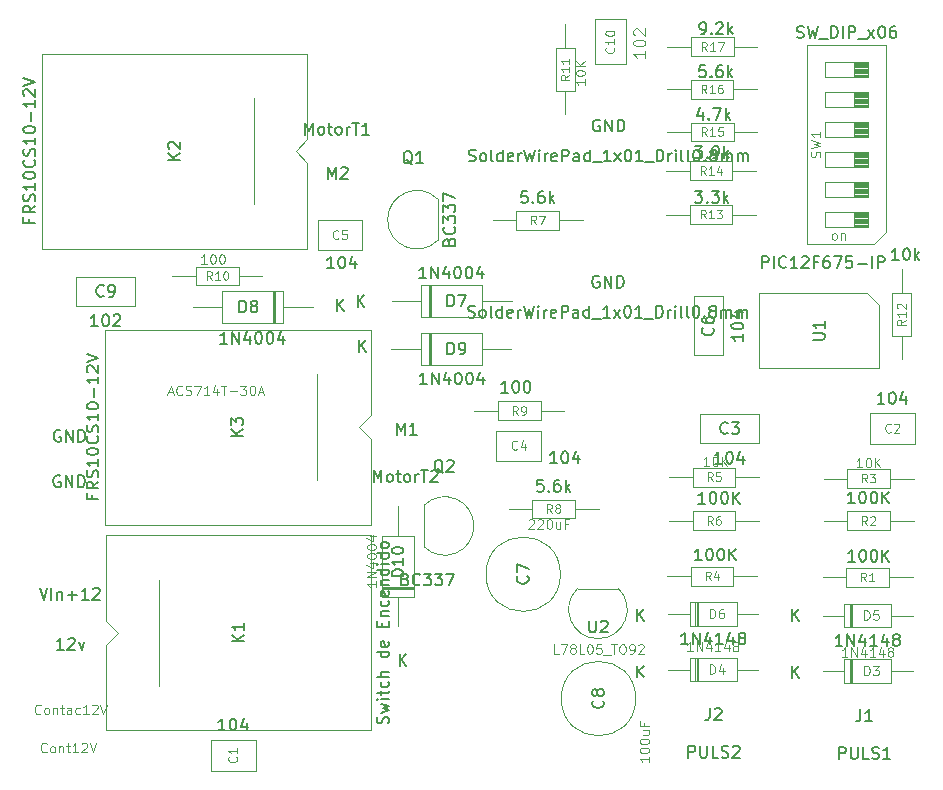
<source format=gbr>
G04 #@! TF.GenerationSoftware,KiCad,Pcbnew,5.1.4-e60b266~84~ubuntu18.04.1*
G04 #@! TF.CreationDate,2019-11-08T12:40:10-03:00*
G04 #@! TF.ProjectId,DriverConSensor,44726976-6572-4436-9f6e-53656e736f72,Ribelotta-Perren*
G04 #@! TF.SameCoordinates,Original*
G04 #@! TF.FileFunction,Other,Fab,Top*
%FSLAX46Y46*%
G04 Gerber Fmt 4.6, Leading zero omitted, Abs format (unit mm)*
G04 Created by KiCad (PCBNEW 5.1.4-e60b266~84~ubuntu18.04.1) date 2019-11-08 12:40:10*
%MOMM*%
%LPD*%
G04 APERTURE LIST*
%ADD10C,0.100000*%
%ADD11C,0.150000*%
%ADD12C,0.080000*%
%ADD13C,0.110000*%
%ADD14C,0.114000*%
%ADD15C,0.120000*%
%ADD16C,0.108000*%
G04 APERTURE END LIST*
D10*
X137250000Y-94575000D02*
X137250000Y-103575000D01*
X141800000Y-98075000D02*
X140800000Y-99075000D01*
X141800000Y-90825000D02*
X141800000Y-98075000D01*
X119300000Y-90825000D02*
X141800000Y-90825000D01*
X119300000Y-107325000D02*
X119300000Y-90825000D01*
X141800000Y-107325000D02*
X119300000Y-107325000D01*
X141800000Y-100075000D02*
X141800000Y-107325000D01*
X140800000Y-99075000D02*
X141800000Y-100075000D01*
X131900000Y-71200000D02*
X131900000Y-80200000D01*
X136450000Y-74700000D02*
X135450000Y-75700000D01*
X136450000Y-67450000D02*
X136450000Y-74700000D01*
X113950000Y-67450000D02*
X136450000Y-67450000D01*
X113950000Y-83950000D02*
X113950000Y-67450000D01*
X136450000Y-83950000D02*
X113950000Y-83950000D01*
X136450000Y-76700000D02*
X136450000Y-83950000D01*
X135450000Y-75700000D02*
X136450000Y-76700000D01*
X123925000Y-120975000D02*
X123925000Y-111975000D01*
X119375000Y-117475000D02*
X120375000Y-116475000D01*
X119375000Y-124725000D02*
X119375000Y-117475000D01*
X141875000Y-124725000D02*
X119375000Y-124725000D01*
X141875000Y-108225000D02*
X141875000Y-124725000D01*
X119375000Y-108225000D02*
X141875000Y-108225000D01*
X119375000Y-115475000D02*
X119375000Y-108225000D01*
X120375000Y-116475000D02*
X119375000Y-115475000D01*
X121875000Y-86325000D02*
X116875000Y-86325000D01*
X121875000Y-88825000D02*
X121875000Y-86325000D01*
X116875000Y-88825000D02*
X121875000Y-88825000D01*
X116875000Y-86325000D02*
X116875000Y-88825000D01*
X169150000Y-88000000D02*
X169150000Y-93000000D01*
X171650000Y-88000000D02*
X169150000Y-88000000D01*
X171650000Y-93000000D02*
X171650000Y-88000000D01*
X169150000Y-93000000D02*
X171650000Y-93000000D01*
X174700000Y-97950000D02*
X169700000Y-97950000D01*
X174700000Y-100450000D02*
X174700000Y-97950000D01*
X169700000Y-100450000D02*
X174700000Y-100450000D01*
X169700000Y-97950000D02*
X169700000Y-100450000D01*
X162825000Y-112750000D02*
X159325000Y-112750000D01*
X159301375Y-112746375D02*
G75*
G03X161055000Y-116980000I1753625J-1753625D01*
G01*
X162808625Y-112746375D02*
G75*
G02X161055000Y-116980000I-1753625J-1753625D01*
G01*
X146055000Y-87050000D02*
X146055000Y-89750000D01*
X146055000Y-89750000D02*
X151255000Y-89750000D01*
X151255000Y-89750000D02*
X151255000Y-87050000D01*
X151255000Y-87050000D02*
X146055000Y-87050000D01*
X143575000Y-88400000D02*
X146055000Y-88400000D01*
X153735000Y-88400000D02*
X151255000Y-88400000D01*
X146835000Y-87050000D02*
X146835000Y-89750000D01*
X146935000Y-87050000D02*
X146935000Y-89750000D01*
X146735000Y-87050000D02*
X146735000Y-89750000D01*
X128260000Y-128150000D02*
X132060000Y-128150000D01*
X128260000Y-125550000D02*
X128260000Y-128150000D01*
X132060000Y-125550000D02*
X128260000Y-125550000D01*
X132060000Y-128150000D02*
X132060000Y-125550000D01*
X187870000Y-100490000D02*
X187870000Y-97890000D01*
X187870000Y-97890000D02*
X184070000Y-97890000D01*
X184070000Y-97890000D02*
X184070000Y-100490000D01*
X184070000Y-100490000D02*
X187870000Y-100490000D01*
X152400000Y-101975000D02*
X156200000Y-101975000D01*
X152400000Y-99375000D02*
X152400000Y-101975000D01*
X156200000Y-99375000D02*
X152400000Y-99375000D01*
X156200000Y-101975000D02*
X156200000Y-99375000D01*
X137312000Y-84104000D02*
X141112000Y-84104000D01*
X137312000Y-81504000D02*
X137312000Y-84104000D01*
X141112000Y-81504000D02*
X137312000Y-81504000D01*
X141112000Y-84104000D02*
X141112000Y-81504000D01*
X157875000Y-111525000D02*
G75*
G03X157875000Y-111525000I-3150000J0D01*
G01*
X164250000Y-122050000D02*
G75*
G03X164250000Y-122050000I-3150000J0D01*
G01*
X160800000Y-68350000D02*
X163400000Y-68350000D01*
X163400000Y-68350000D02*
X163400000Y-64550000D01*
X163400000Y-64550000D02*
X160800000Y-64550000D01*
X160800000Y-64550000D02*
X160800000Y-68350000D01*
X181885000Y-118725000D02*
X181885000Y-120725000D01*
X181885000Y-120725000D02*
X185885000Y-120725000D01*
X185885000Y-120725000D02*
X185885000Y-118725000D01*
X185885000Y-118725000D02*
X181885000Y-118725000D01*
X180075000Y-119725000D02*
X181885000Y-119725000D01*
X187695000Y-119725000D02*
X185885000Y-119725000D01*
X182485000Y-118725000D02*
X182485000Y-120725000D01*
X182585000Y-118725000D02*
X182585000Y-120725000D01*
X182385000Y-118725000D02*
X182385000Y-120725000D01*
X169310000Y-118600000D02*
X169310000Y-120600000D01*
X169510000Y-118600000D02*
X169510000Y-120600000D01*
X169410000Y-118600000D02*
X169410000Y-120600000D01*
X174620000Y-119600000D02*
X172810000Y-119600000D01*
X167000000Y-119600000D02*
X168810000Y-119600000D01*
X172810000Y-118600000D02*
X168810000Y-118600000D01*
X172810000Y-120600000D02*
X172810000Y-118600000D01*
X168810000Y-120600000D02*
X172810000Y-120600000D01*
X168810000Y-118600000D02*
X168810000Y-120600000D01*
X181885000Y-114025000D02*
X181885000Y-116025000D01*
X181885000Y-116025000D02*
X185885000Y-116025000D01*
X185885000Y-116025000D02*
X185885000Y-114025000D01*
X185885000Y-114025000D02*
X181885000Y-114025000D01*
X180075000Y-115025000D02*
X181885000Y-115025000D01*
X187695000Y-115025000D02*
X185885000Y-115025000D01*
X182485000Y-114025000D02*
X182485000Y-116025000D01*
X182585000Y-114025000D02*
X182585000Y-116025000D01*
X182385000Y-114025000D02*
X182385000Y-116025000D01*
X169310000Y-113900000D02*
X169310000Y-115900000D01*
X169510000Y-113900000D02*
X169510000Y-115900000D01*
X169410000Y-113900000D02*
X169410000Y-115900000D01*
X174620000Y-114900000D02*
X172810000Y-114900000D01*
X167000000Y-114900000D02*
X168810000Y-114900000D01*
X172810000Y-113900000D02*
X168810000Y-113900000D01*
X172810000Y-115900000D02*
X172810000Y-113900000D01*
X168810000Y-115900000D02*
X172810000Y-115900000D01*
X168810000Y-113900000D02*
X168810000Y-115900000D01*
X133740000Y-90250000D02*
X133740000Y-87550000D01*
X133540000Y-90250000D02*
X133540000Y-87550000D01*
X133640000Y-90250000D02*
X133640000Y-87550000D01*
X126740000Y-88900000D02*
X129220000Y-88900000D01*
X136900000Y-88900000D02*
X134420000Y-88900000D01*
X129220000Y-90250000D02*
X134420000Y-90250000D01*
X129220000Y-87550000D02*
X129220000Y-90250000D01*
X134420000Y-87550000D02*
X129220000Y-87550000D01*
X134420000Y-90250000D02*
X134420000Y-87550000D01*
X146050000Y-91110000D02*
X146050000Y-93810000D01*
X146050000Y-93810000D02*
X151250000Y-93810000D01*
X151250000Y-93810000D02*
X151250000Y-91110000D01*
X151250000Y-91110000D02*
X146050000Y-91110000D01*
X143570000Y-92460000D02*
X146050000Y-92460000D01*
X153730000Y-92460000D02*
X151250000Y-92460000D01*
X146830000Y-91110000D02*
X146830000Y-93810000D01*
X146930000Y-91110000D02*
X146930000Y-93810000D01*
X146730000Y-91110000D02*
X146730000Y-93810000D01*
X142775000Y-112790000D02*
X145475000Y-112790000D01*
X142775000Y-112590000D02*
X145475000Y-112590000D01*
X142775000Y-112690000D02*
X145475000Y-112690000D01*
X144125000Y-105790000D02*
X144125000Y-108270000D01*
X144125000Y-115950000D02*
X144125000Y-113470000D01*
X142775000Y-108270000D02*
X142775000Y-113470000D01*
X145475000Y-108270000D02*
X142775000Y-108270000D01*
X145475000Y-113470000D02*
X145475000Y-108270000D01*
X142775000Y-113470000D02*
X145475000Y-113470000D01*
X147478625Y-83263625D02*
G75*
G02X143245000Y-81510000I-1753625J1753625D01*
G01*
X147478625Y-79756375D02*
G75*
G03X143245000Y-81510000I-1753625J-1753625D01*
G01*
X147475000Y-83250000D02*
X147475000Y-79750000D01*
X146325000Y-105700000D02*
X146325000Y-109200000D01*
X146321375Y-109193625D02*
G75*
G03X150555000Y-107440000I1753625J1753625D01*
G01*
X146321375Y-105686375D02*
G75*
G02X150555000Y-107440000I1753625J-1753625D01*
G01*
X182085000Y-111000000D02*
X182085000Y-112600000D01*
X182085000Y-112600000D02*
X185685000Y-112600000D01*
X185685000Y-112600000D02*
X185685000Y-111000000D01*
X185685000Y-111000000D02*
X182085000Y-111000000D01*
X180075000Y-111800000D02*
X182085000Y-111800000D01*
X187695000Y-111800000D02*
X185685000Y-111800000D01*
X180155000Y-107000000D02*
X182165000Y-107000000D01*
X187775000Y-107000000D02*
X185765000Y-107000000D01*
X182165000Y-107800000D02*
X185765000Y-107800000D01*
X182165000Y-106200000D02*
X182165000Y-107800000D01*
X185765000Y-106200000D02*
X182165000Y-106200000D01*
X185765000Y-107800000D02*
X185765000Y-106200000D01*
X185765000Y-104225000D02*
X185765000Y-102625000D01*
X185765000Y-102625000D02*
X182165000Y-102625000D01*
X182165000Y-102625000D02*
X182165000Y-104225000D01*
X182165000Y-104225000D02*
X185765000Y-104225000D01*
X187775000Y-103425000D02*
X185765000Y-103425000D01*
X180155000Y-103425000D02*
X182165000Y-103425000D01*
X168910000Y-110900000D02*
X168910000Y-112500000D01*
X168910000Y-112500000D02*
X172510000Y-112500000D01*
X172510000Y-112500000D02*
X172510000Y-110900000D01*
X172510000Y-110900000D02*
X168910000Y-110900000D01*
X166900000Y-111700000D02*
X168910000Y-111700000D01*
X174520000Y-111700000D02*
X172510000Y-111700000D01*
X167080000Y-103300000D02*
X169090000Y-103300000D01*
X174700000Y-103300000D02*
X172690000Y-103300000D01*
X169090000Y-104100000D02*
X172690000Y-104100000D01*
X169090000Y-102500000D02*
X169090000Y-104100000D01*
X172690000Y-102500000D02*
X169090000Y-102500000D01*
X172690000Y-104100000D02*
X172690000Y-102500000D01*
X167080000Y-107000000D02*
X169090000Y-107000000D01*
X174700000Y-107000000D02*
X172690000Y-107000000D01*
X169090000Y-107800000D02*
X172690000Y-107800000D01*
X169090000Y-106200000D02*
X169090000Y-107800000D01*
X172690000Y-106200000D02*
X169090000Y-106200000D01*
X172690000Y-107800000D02*
X172690000Y-106200000D01*
X152130000Y-81550000D02*
X154140000Y-81550000D01*
X159750000Y-81550000D02*
X157740000Y-81550000D01*
X154140000Y-82350000D02*
X157740000Y-82350000D01*
X154140000Y-80750000D02*
X154140000Y-82350000D01*
X157740000Y-80750000D02*
X154140000Y-80750000D01*
X157740000Y-82350000D02*
X157740000Y-80750000D01*
X153480000Y-106000000D02*
X155490000Y-106000000D01*
X161100000Y-106000000D02*
X159090000Y-106000000D01*
X155490000Y-106800000D02*
X159090000Y-106800000D01*
X155490000Y-105200000D02*
X155490000Y-106800000D01*
X159090000Y-105200000D02*
X155490000Y-105200000D01*
X159090000Y-106800000D02*
X159090000Y-105200000D01*
X156190000Y-98500000D02*
X156190000Y-96900000D01*
X156190000Y-96900000D02*
X152590000Y-96900000D01*
X152590000Y-96900000D02*
X152590000Y-98500000D01*
X152590000Y-98500000D02*
X156190000Y-98500000D01*
X158200000Y-97700000D02*
X156190000Y-97700000D01*
X150580000Y-97700000D02*
X152590000Y-97700000D01*
X130640000Y-87075000D02*
X130640000Y-85475000D01*
X130640000Y-85475000D02*
X127040000Y-85475000D01*
X127040000Y-85475000D02*
X127040000Y-87075000D01*
X127040000Y-87075000D02*
X130640000Y-87075000D01*
X132650000Y-86275000D02*
X130640000Y-86275000D01*
X125030000Y-86275000D02*
X127040000Y-86275000D01*
X157500000Y-70590000D02*
X159100000Y-70590000D01*
X159100000Y-70590000D02*
X159100000Y-66990000D01*
X159100000Y-66990000D02*
X157500000Y-66990000D01*
X157500000Y-66990000D02*
X157500000Y-70590000D01*
X158300000Y-72600000D02*
X158300000Y-70590000D01*
X158300000Y-64980000D02*
X158300000Y-66990000D01*
X186770000Y-93330000D02*
X186770000Y-91320000D01*
X186770000Y-85710000D02*
X186770000Y-87720000D01*
X187570000Y-91320000D02*
X187570000Y-87720000D01*
X185970000Y-91320000D02*
X187570000Y-91320000D01*
X185970000Y-87720000D02*
X185970000Y-91320000D01*
X187570000Y-87720000D02*
X185970000Y-87720000D01*
X168830000Y-80280000D02*
X168830000Y-81880000D01*
X168830000Y-81880000D02*
X172430000Y-81880000D01*
X172430000Y-81880000D02*
X172430000Y-80280000D01*
X172430000Y-80280000D02*
X168830000Y-80280000D01*
X166820000Y-81080000D02*
X168830000Y-81080000D01*
X174440000Y-81080000D02*
X172430000Y-81080000D01*
X174440000Y-77380000D02*
X172430000Y-77380000D01*
X166820000Y-77380000D02*
X168830000Y-77380000D01*
X172430000Y-76580000D02*
X168830000Y-76580000D01*
X172430000Y-78180000D02*
X172430000Y-76580000D01*
X168830000Y-78180000D02*
X172430000Y-78180000D01*
X168830000Y-76580000D02*
X168830000Y-78180000D01*
X168930000Y-73280000D02*
X168930000Y-74880000D01*
X168930000Y-74880000D02*
X172530000Y-74880000D01*
X172530000Y-74880000D02*
X172530000Y-73280000D01*
X172530000Y-73280000D02*
X168930000Y-73280000D01*
X166920000Y-74080000D02*
X168930000Y-74080000D01*
X174540000Y-74080000D02*
X172530000Y-74080000D01*
X174510000Y-70480000D02*
X172500000Y-70480000D01*
X166890000Y-70480000D02*
X168900000Y-70480000D01*
X172500000Y-69680000D02*
X168900000Y-69680000D01*
X172500000Y-71280000D02*
X172500000Y-69680000D01*
X168900000Y-71280000D02*
X172500000Y-71280000D01*
X168900000Y-69680000D02*
X168900000Y-71280000D01*
X168940000Y-66080000D02*
X168940000Y-67680000D01*
X168940000Y-67680000D02*
X172540000Y-67680000D01*
X172540000Y-67680000D02*
X172540000Y-66080000D01*
X172540000Y-66080000D02*
X168940000Y-66080000D01*
X166930000Y-66880000D02*
X168940000Y-66880000D01*
X174550000Y-66880000D02*
X172540000Y-66880000D01*
X184460000Y-83530000D02*
X178760000Y-83530000D01*
X178760000Y-83530000D02*
X178760000Y-66730000D01*
X178760000Y-66730000D02*
X185460000Y-66730000D01*
X185460000Y-66730000D02*
X185460000Y-82530000D01*
X185460000Y-82530000D02*
X184460000Y-83530000D01*
X183920000Y-82115000D02*
X183920000Y-80845000D01*
X183920000Y-80845000D02*
X180300000Y-80845000D01*
X180300000Y-80845000D02*
X180300000Y-82115000D01*
X180300000Y-82115000D02*
X183920000Y-82115000D01*
X183920000Y-82015000D02*
X182713333Y-82015000D01*
X183920000Y-81915000D02*
X182713333Y-81915000D01*
X183920000Y-81815000D02*
X182713333Y-81815000D01*
X183920000Y-81715000D02*
X182713333Y-81715000D01*
X183920000Y-81615000D02*
X182713333Y-81615000D01*
X183920000Y-81515000D02*
X182713333Y-81515000D01*
X183920000Y-81415000D02*
X182713333Y-81415000D01*
X183920000Y-81315000D02*
X182713333Y-81315000D01*
X183920000Y-81215000D02*
X182713333Y-81215000D01*
X183920000Y-81115000D02*
X182713333Y-81115000D01*
X183920000Y-81015000D02*
X182713333Y-81015000D01*
X183920000Y-80915000D02*
X182713333Y-80915000D01*
X182713333Y-82115000D02*
X182713333Y-80845000D01*
X183920000Y-79575000D02*
X183920000Y-78305000D01*
X183920000Y-78305000D02*
X180300000Y-78305000D01*
X180300000Y-78305000D02*
X180300000Y-79575000D01*
X180300000Y-79575000D02*
X183920000Y-79575000D01*
X183920000Y-79475000D02*
X182713333Y-79475000D01*
X183920000Y-79375000D02*
X182713333Y-79375000D01*
X183920000Y-79275000D02*
X182713333Y-79275000D01*
X183920000Y-79175000D02*
X182713333Y-79175000D01*
X183920000Y-79075000D02*
X182713333Y-79075000D01*
X183920000Y-78975000D02*
X182713333Y-78975000D01*
X183920000Y-78875000D02*
X182713333Y-78875000D01*
X183920000Y-78775000D02*
X182713333Y-78775000D01*
X183920000Y-78675000D02*
X182713333Y-78675000D01*
X183920000Y-78575000D02*
X182713333Y-78575000D01*
X183920000Y-78475000D02*
X182713333Y-78475000D01*
X183920000Y-78375000D02*
X182713333Y-78375000D01*
X182713333Y-79575000D02*
X182713333Y-78305000D01*
X183920000Y-77035000D02*
X183920000Y-75765000D01*
X183920000Y-75765000D02*
X180300000Y-75765000D01*
X180300000Y-75765000D02*
X180300000Y-77035000D01*
X180300000Y-77035000D02*
X183920000Y-77035000D01*
X183920000Y-76935000D02*
X182713333Y-76935000D01*
X183920000Y-76835000D02*
X182713333Y-76835000D01*
X183920000Y-76735000D02*
X182713333Y-76735000D01*
X183920000Y-76635000D02*
X182713333Y-76635000D01*
X183920000Y-76535000D02*
X182713333Y-76535000D01*
X183920000Y-76435000D02*
X182713333Y-76435000D01*
X183920000Y-76335000D02*
X182713333Y-76335000D01*
X183920000Y-76235000D02*
X182713333Y-76235000D01*
X183920000Y-76135000D02*
X182713333Y-76135000D01*
X183920000Y-76035000D02*
X182713333Y-76035000D01*
X183920000Y-75935000D02*
X182713333Y-75935000D01*
X183920000Y-75835000D02*
X182713333Y-75835000D01*
X182713333Y-77035000D02*
X182713333Y-75765000D01*
X183920000Y-74495000D02*
X183920000Y-73225000D01*
X183920000Y-73225000D02*
X180300000Y-73225000D01*
X180300000Y-73225000D02*
X180300000Y-74495000D01*
X180300000Y-74495000D02*
X183920000Y-74495000D01*
X183920000Y-74395000D02*
X182713333Y-74395000D01*
X183920000Y-74295000D02*
X182713333Y-74295000D01*
X183920000Y-74195000D02*
X182713333Y-74195000D01*
X183920000Y-74095000D02*
X182713333Y-74095000D01*
X183920000Y-73995000D02*
X182713333Y-73995000D01*
X183920000Y-73895000D02*
X182713333Y-73895000D01*
X183920000Y-73795000D02*
X182713333Y-73795000D01*
X183920000Y-73695000D02*
X182713333Y-73695000D01*
X183920000Y-73595000D02*
X182713333Y-73595000D01*
X183920000Y-73495000D02*
X182713333Y-73495000D01*
X183920000Y-73395000D02*
X182713333Y-73395000D01*
X183920000Y-73295000D02*
X182713333Y-73295000D01*
X182713333Y-74495000D02*
X182713333Y-73225000D01*
X183920000Y-71955000D02*
X183920000Y-70685000D01*
X183920000Y-70685000D02*
X180300000Y-70685000D01*
X180300000Y-70685000D02*
X180300000Y-71955000D01*
X180300000Y-71955000D02*
X183920000Y-71955000D01*
X183920000Y-71855000D02*
X182713333Y-71855000D01*
X183920000Y-71755000D02*
X182713333Y-71755000D01*
X183920000Y-71655000D02*
X182713333Y-71655000D01*
X183920000Y-71555000D02*
X182713333Y-71555000D01*
X183920000Y-71455000D02*
X182713333Y-71455000D01*
X183920000Y-71355000D02*
X182713333Y-71355000D01*
X183920000Y-71255000D02*
X182713333Y-71255000D01*
X183920000Y-71155000D02*
X182713333Y-71155000D01*
X183920000Y-71055000D02*
X182713333Y-71055000D01*
X183920000Y-70955000D02*
X182713333Y-70955000D01*
X183920000Y-70855000D02*
X182713333Y-70855000D01*
X183920000Y-70755000D02*
X182713333Y-70755000D01*
X182713333Y-71955000D02*
X182713333Y-70685000D01*
X183920000Y-69415000D02*
X183920000Y-68145000D01*
X183920000Y-68145000D02*
X180300000Y-68145000D01*
X180300000Y-68145000D02*
X180300000Y-69415000D01*
X180300000Y-69415000D02*
X183920000Y-69415000D01*
X183920000Y-69315000D02*
X182713333Y-69315000D01*
X183920000Y-69215000D02*
X182713333Y-69215000D01*
X183920000Y-69115000D02*
X182713333Y-69115000D01*
X183920000Y-69015000D02*
X182713333Y-69015000D01*
X183920000Y-68915000D02*
X182713333Y-68915000D01*
X183920000Y-68815000D02*
X182713333Y-68815000D01*
X183920000Y-68715000D02*
X182713333Y-68715000D01*
X183920000Y-68615000D02*
X182713333Y-68615000D01*
X183920000Y-68515000D02*
X182713333Y-68515000D01*
X183920000Y-68415000D02*
X182713333Y-68415000D01*
X183920000Y-68315000D02*
X182713333Y-68315000D01*
X183920000Y-68215000D02*
X182713333Y-68215000D01*
X182713333Y-69415000D02*
X182713333Y-68145000D01*
X184870000Y-88735000D02*
X184870000Y-94085000D01*
X184870000Y-94085000D02*
X174710000Y-94085000D01*
X174710000Y-94085000D02*
X174710000Y-87735000D01*
X174710000Y-87735000D02*
X183870000Y-87735000D01*
X183870000Y-87735000D02*
X184870000Y-88735000D01*
D11*
X118228571Y-104789285D02*
X118228571Y-105122619D01*
X118752380Y-105122619D02*
X117752380Y-105122619D01*
X117752380Y-104646428D01*
X118752380Y-103694047D02*
X118276190Y-104027380D01*
X118752380Y-104265476D02*
X117752380Y-104265476D01*
X117752380Y-103884523D01*
X117800000Y-103789285D01*
X117847619Y-103741666D01*
X117942857Y-103694047D01*
X118085714Y-103694047D01*
X118180952Y-103741666D01*
X118228571Y-103789285D01*
X118276190Y-103884523D01*
X118276190Y-104265476D01*
X118704761Y-103313095D02*
X118752380Y-103170238D01*
X118752380Y-102932142D01*
X118704761Y-102836904D01*
X118657142Y-102789285D01*
X118561904Y-102741666D01*
X118466666Y-102741666D01*
X118371428Y-102789285D01*
X118323809Y-102836904D01*
X118276190Y-102932142D01*
X118228571Y-103122619D01*
X118180952Y-103217857D01*
X118133333Y-103265476D01*
X118038095Y-103313095D01*
X117942857Y-103313095D01*
X117847619Y-103265476D01*
X117800000Y-103217857D01*
X117752380Y-103122619D01*
X117752380Y-102884523D01*
X117800000Y-102741666D01*
X118752380Y-101789285D02*
X118752380Y-102360714D01*
X118752380Y-102075000D02*
X117752380Y-102075000D01*
X117895238Y-102170238D01*
X117990476Y-102265476D01*
X118038095Y-102360714D01*
X117752380Y-101170238D02*
X117752380Y-101075000D01*
X117800000Y-100979761D01*
X117847619Y-100932142D01*
X117942857Y-100884523D01*
X118133333Y-100836904D01*
X118371428Y-100836904D01*
X118561904Y-100884523D01*
X118657142Y-100932142D01*
X118704761Y-100979761D01*
X118752380Y-101075000D01*
X118752380Y-101170238D01*
X118704761Y-101265476D01*
X118657142Y-101313095D01*
X118561904Y-101360714D01*
X118371428Y-101408333D01*
X118133333Y-101408333D01*
X117942857Y-101360714D01*
X117847619Y-101313095D01*
X117800000Y-101265476D01*
X117752380Y-101170238D01*
X118657142Y-99836904D02*
X118704761Y-99884523D01*
X118752380Y-100027380D01*
X118752380Y-100122619D01*
X118704761Y-100265476D01*
X118609523Y-100360714D01*
X118514285Y-100408333D01*
X118323809Y-100455952D01*
X118180952Y-100455952D01*
X117990476Y-100408333D01*
X117895238Y-100360714D01*
X117800000Y-100265476D01*
X117752380Y-100122619D01*
X117752380Y-100027380D01*
X117800000Y-99884523D01*
X117847619Y-99836904D01*
X118704761Y-99455952D02*
X118752380Y-99313095D01*
X118752380Y-99075000D01*
X118704761Y-98979761D01*
X118657142Y-98932142D01*
X118561904Y-98884523D01*
X118466666Y-98884523D01*
X118371428Y-98932142D01*
X118323809Y-98979761D01*
X118276190Y-99075000D01*
X118228571Y-99265476D01*
X118180952Y-99360714D01*
X118133333Y-99408333D01*
X118038095Y-99455952D01*
X117942857Y-99455952D01*
X117847619Y-99408333D01*
X117800000Y-99360714D01*
X117752380Y-99265476D01*
X117752380Y-99027380D01*
X117800000Y-98884523D01*
X118752380Y-97932142D02*
X118752380Y-98503571D01*
X118752380Y-98217857D02*
X117752380Y-98217857D01*
X117895238Y-98313095D01*
X117990476Y-98408333D01*
X118038095Y-98503571D01*
X117752380Y-97313095D02*
X117752380Y-97217857D01*
X117800000Y-97122619D01*
X117847619Y-97075000D01*
X117942857Y-97027380D01*
X118133333Y-96979761D01*
X118371428Y-96979761D01*
X118561904Y-97027380D01*
X118657142Y-97075000D01*
X118704761Y-97122619D01*
X118752380Y-97217857D01*
X118752380Y-97313095D01*
X118704761Y-97408333D01*
X118657142Y-97455952D01*
X118561904Y-97503571D01*
X118371428Y-97551190D01*
X118133333Y-97551190D01*
X117942857Y-97503571D01*
X117847619Y-97455952D01*
X117800000Y-97408333D01*
X117752380Y-97313095D01*
X118371428Y-96551190D02*
X118371428Y-95789285D01*
X118752380Y-94789285D02*
X118752380Y-95360714D01*
X118752380Y-95075000D02*
X117752380Y-95075000D01*
X117895238Y-95170238D01*
X117990476Y-95265476D01*
X118038095Y-95360714D01*
X117847619Y-94408333D02*
X117800000Y-94360714D01*
X117752380Y-94265476D01*
X117752380Y-94027380D01*
X117800000Y-93932142D01*
X117847619Y-93884523D01*
X117942857Y-93836904D01*
X118038095Y-93836904D01*
X118180952Y-93884523D01*
X118752380Y-94455952D01*
X118752380Y-93836904D01*
X117752380Y-93551190D02*
X118752380Y-93217857D01*
X117752380Y-92884523D01*
X131002380Y-99813095D02*
X130002380Y-99813095D01*
X131002380Y-99241666D02*
X130430952Y-99670238D01*
X130002380Y-99241666D02*
X130573809Y-99813095D01*
X130002380Y-98908333D02*
X130002380Y-98289285D01*
X130383333Y-98622619D01*
X130383333Y-98479761D01*
X130430952Y-98384523D01*
X130478571Y-98336904D01*
X130573809Y-98289285D01*
X130811904Y-98289285D01*
X130907142Y-98336904D01*
X130954761Y-98384523D01*
X131002380Y-98479761D01*
X131002380Y-98765476D01*
X130954761Y-98860714D01*
X130907142Y-98908333D01*
X112878571Y-81414285D02*
X112878571Y-81747619D01*
X113402380Y-81747619D02*
X112402380Y-81747619D01*
X112402380Y-81271428D01*
X113402380Y-80319047D02*
X112926190Y-80652380D01*
X113402380Y-80890476D02*
X112402380Y-80890476D01*
X112402380Y-80509523D01*
X112450000Y-80414285D01*
X112497619Y-80366666D01*
X112592857Y-80319047D01*
X112735714Y-80319047D01*
X112830952Y-80366666D01*
X112878571Y-80414285D01*
X112926190Y-80509523D01*
X112926190Y-80890476D01*
X113354761Y-79938095D02*
X113402380Y-79795238D01*
X113402380Y-79557142D01*
X113354761Y-79461904D01*
X113307142Y-79414285D01*
X113211904Y-79366666D01*
X113116666Y-79366666D01*
X113021428Y-79414285D01*
X112973809Y-79461904D01*
X112926190Y-79557142D01*
X112878571Y-79747619D01*
X112830952Y-79842857D01*
X112783333Y-79890476D01*
X112688095Y-79938095D01*
X112592857Y-79938095D01*
X112497619Y-79890476D01*
X112450000Y-79842857D01*
X112402380Y-79747619D01*
X112402380Y-79509523D01*
X112450000Y-79366666D01*
X113402380Y-78414285D02*
X113402380Y-78985714D01*
X113402380Y-78700000D02*
X112402380Y-78700000D01*
X112545238Y-78795238D01*
X112640476Y-78890476D01*
X112688095Y-78985714D01*
X112402380Y-77795238D02*
X112402380Y-77700000D01*
X112450000Y-77604761D01*
X112497619Y-77557142D01*
X112592857Y-77509523D01*
X112783333Y-77461904D01*
X113021428Y-77461904D01*
X113211904Y-77509523D01*
X113307142Y-77557142D01*
X113354761Y-77604761D01*
X113402380Y-77700000D01*
X113402380Y-77795238D01*
X113354761Y-77890476D01*
X113307142Y-77938095D01*
X113211904Y-77985714D01*
X113021428Y-78033333D01*
X112783333Y-78033333D01*
X112592857Y-77985714D01*
X112497619Y-77938095D01*
X112450000Y-77890476D01*
X112402380Y-77795238D01*
X113307142Y-76461904D02*
X113354761Y-76509523D01*
X113402380Y-76652380D01*
X113402380Y-76747619D01*
X113354761Y-76890476D01*
X113259523Y-76985714D01*
X113164285Y-77033333D01*
X112973809Y-77080952D01*
X112830952Y-77080952D01*
X112640476Y-77033333D01*
X112545238Y-76985714D01*
X112450000Y-76890476D01*
X112402380Y-76747619D01*
X112402380Y-76652380D01*
X112450000Y-76509523D01*
X112497619Y-76461904D01*
X113354761Y-76080952D02*
X113402380Y-75938095D01*
X113402380Y-75700000D01*
X113354761Y-75604761D01*
X113307142Y-75557142D01*
X113211904Y-75509523D01*
X113116666Y-75509523D01*
X113021428Y-75557142D01*
X112973809Y-75604761D01*
X112926190Y-75700000D01*
X112878571Y-75890476D01*
X112830952Y-75985714D01*
X112783333Y-76033333D01*
X112688095Y-76080952D01*
X112592857Y-76080952D01*
X112497619Y-76033333D01*
X112450000Y-75985714D01*
X112402380Y-75890476D01*
X112402380Y-75652380D01*
X112450000Y-75509523D01*
X113402380Y-74557142D02*
X113402380Y-75128571D01*
X113402380Y-74842857D02*
X112402380Y-74842857D01*
X112545238Y-74938095D01*
X112640476Y-75033333D01*
X112688095Y-75128571D01*
X112402380Y-73938095D02*
X112402380Y-73842857D01*
X112450000Y-73747619D01*
X112497619Y-73700000D01*
X112592857Y-73652380D01*
X112783333Y-73604761D01*
X113021428Y-73604761D01*
X113211904Y-73652380D01*
X113307142Y-73700000D01*
X113354761Y-73747619D01*
X113402380Y-73842857D01*
X113402380Y-73938095D01*
X113354761Y-74033333D01*
X113307142Y-74080952D01*
X113211904Y-74128571D01*
X113021428Y-74176190D01*
X112783333Y-74176190D01*
X112592857Y-74128571D01*
X112497619Y-74080952D01*
X112450000Y-74033333D01*
X112402380Y-73938095D01*
X113021428Y-73176190D02*
X113021428Y-72414285D01*
X113402380Y-71414285D02*
X113402380Y-71985714D01*
X113402380Y-71700000D02*
X112402380Y-71700000D01*
X112545238Y-71795238D01*
X112640476Y-71890476D01*
X112688095Y-71985714D01*
X112497619Y-71033333D02*
X112450000Y-70985714D01*
X112402380Y-70890476D01*
X112402380Y-70652380D01*
X112450000Y-70557142D01*
X112497619Y-70509523D01*
X112592857Y-70461904D01*
X112688095Y-70461904D01*
X112830952Y-70509523D01*
X113402380Y-71080952D01*
X113402380Y-70461904D01*
X112402380Y-70176190D02*
X113402380Y-69842857D01*
X112402380Y-69509523D01*
X125652380Y-76438095D02*
X124652380Y-76438095D01*
X125652380Y-75866666D02*
X125080952Y-76295238D01*
X124652380Y-75866666D02*
X125223809Y-76438095D01*
X124747619Y-75485714D02*
X124700000Y-75438095D01*
X124652380Y-75342857D01*
X124652380Y-75104761D01*
X124700000Y-75009523D01*
X124747619Y-74961904D01*
X124842857Y-74914285D01*
X124938095Y-74914285D01*
X125080952Y-74961904D01*
X125652380Y-75533333D01*
X125652380Y-74914285D01*
X143279761Y-124141666D02*
X143327380Y-123998809D01*
X143327380Y-123760714D01*
X143279761Y-123665476D01*
X143232142Y-123617857D01*
X143136904Y-123570238D01*
X143041666Y-123570238D01*
X142946428Y-123617857D01*
X142898809Y-123665476D01*
X142851190Y-123760714D01*
X142803571Y-123951190D01*
X142755952Y-124046428D01*
X142708333Y-124094047D01*
X142613095Y-124141666D01*
X142517857Y-124141666D01*
X142422619Y-124094047D01*
X142375000Y-124046428D01*
X142327380Y-123951190D01*
X142327380Y-123713095D01*
X142375000Y-123570238D01*
X142660714Y-123236904D02*
X143327380Y-123046428D01*
X142851190Y-122855952D01*
X143327380Y-122665476D01*
X142660714Y-122475000D01*
X143327380Y-122094047D02*
X142660714Y-122094047D01*
X142327380Y-122094047D02*
X142375000Y-122141666D01*
X142422619Y-122094047D01*
X142375000Y-122046428D01*
X142327380Y-122094047D01*
X142422619Y-122094047D01*
X142660714Y-121760714D02*
X142660714Y-121379761D01*
X142327380Y-121617857D02*
X143184523Y-121617857D01*
X143279761Y-121570238D01*
X143327380Y-121475000D01*
X143327380Y-121379761D01*
X143279761Y-120617857D02*
X143327380Y-120713095D01*
X143327380Y-120903571D01*
X143279761Y-120998809D01*
X143232142Y-121046428D01*
X143136904Y-121094047D01*
X142851190Y-121094047D01*
X142755952Y-121046428D01*
X142708333Y-120998809D01*
X142660714Y-120903571D01*
X142660714Y-120713095D01*
X142708333Y-120617857D01*
X143327380Y-120189285D02*
X142327380Y-120189285D01*
X143327380Y-119760714D02*
X142803571Y-119760714D01*
X142708333Y-119808333D01*
X142660714Y-119903571D01*
X142660714Y-120046428D01*
X142708333Y-120141666D01*
X142755952Y-120189285D01*
X143327380Y-118094047D02*
X142327380Y-118094047D01*
X143279761Y-118094047D02*
X143327380Y-118189285D01*
X143327380Y-118379761D01*
X143279761Y-118475000D01*
X143232142Y-118522619D01*
X143136904Y-118570238D01*
X142851190Y-118570238D01*
X142755952Y-118522619D01*
X142708333Y-118475000D01*
X142660714Y-118379761D01*
X142660714Y-118189285D01*
X142708333Y-118094047D01*
X143279761Y-117236904D02*
X143327380Y-117332142D01*
X143327380Y-117522619D01*
X143279761Y-117617857D01*
X143184523Y-117665476D01*
X142803571Y-117665476D01*
X142708333Y-117617857D01*
X142660714Y-117522619D01*
X142660714Y-117332142D01*
X142708333Y-117236904D01*
X142803571Y-117189285D01*
X142898809Y-117189285D01*
X142994047Y-117665476D01*
X142803571Y-115998809D02*
X142803571Y-115665476D01*
X143327380Y-115522619D02*
X143327380Y-115998809D01*
X142327380Y-115998809D01*
X142327380Y-115522619D01*
X142660714Y-115094047D02*
X143327380Y-115094047D01*
X142755952Y-115094047D02*
X142708333Y-115046428D01*
X142660714Y-114951190D01*
X142660714Y-114808333D01*
X142708333Y-114713095D01*
X142803571Y-114665476D01*
X143327380Y-114665476D01*
X143279761Y-113760714D02*
X143327380Y-113855952D01*
X143327380Y-114046428D01*
X143279761Y-114141666D01*
X143232142Y-114189285D01*
X143136904Y-114236904D01*
X142851190Y-114236904D01*
X142755952Y-114189285D01*
X142708333Y-114141666D01*
X142660714Y-114046428D01*
X142660714Y-113855952D01*
X142708333Y-113760714D01*
X143279761Y-112951190D02*
X143327380Y-113046428D01*
X143327380Y-113236904D01*
X143279761Y-113332142D01*
X143184523Y-113379761D01*
X142803571Y-113379761D01*
X142708333Y-113332142D01*
X142660714Y-113236904D01*
X142660714Y-113046428D01*
X142708333Y-112951190D01*
X142803571Y-112903571D01*
X142898809Y-112903571D01*
X142994047Y-113379761D01*
X142660714Y-112475000D02*
X143327380Y-112475000D01*
X142755952Y-112475000D02*
X142708333Y-112427380D01*
X142660714Y-112332142D01*
X142660714Y-112189285D01*
X142708333Y-112094047D01*
X142803571Y-112046428D01*
X143327380Y-112046428D01*
X143327380Y-111141666D02*
X142327380Y-111141666D01*
X143279761Y-111141666D02*
X143327380Y-111236904D01*
X143327380Y-111427380D01*
X143279761Y-111522619D01*
X143232142Y-111570238D01*
X143136904Y-111617857D01*
X142851190Y-111617857D01*
X142755952Y-111570238D01*
X142708333Y-111522619D01*
X142660714Y-111427380D01*
X142660714Y-111236904D01*
X142708333Y-111141666D01*
X143327380Y-110665476D02*
X142660714Y-110665476D01*
X142327380Y-110665476D02*
X142375000Y-110713095D01*
X142422619Y-110665476D01*
X142375000Y-110617857D01*
X142327380Y-110665476D01*
X142422619Y-110665476D01*
X143327380Y-109760714D02*
X142327380Y-109760714D01*
X143279761Y-109760714D02*
X143327380Y-109855952D01*
X143327380Y-110046428D01*
X143279761Y-110141666D01*
X143232142Y-110189285D01*
X143136904Y-110236904D01*
X142851190Y-110236904D01*
X142755952Y-110189285D01*
X142708333Y-110141666D01*
X142660714Y-110046428D01*
X142660714Y-109855952D01*
X142708333Y-109760714D01*
X143327380Y-109141666D02*
X143279761Y-109236904D01*
X143232142Y-109284523D01*
X143136904Y-109332142D01*
X142851190Y-109332142D01*
X142755952Y-109284523D01*
X142708333Y-109236904D01*
X142660714Y-109141666D01*
X142660714Y-108998809D01*
X142708333Y-108903571D01*
X142755952Y-108855952D01*
X142851190Y-108808333D01*
X143136904Y-108808333D01*
X143232142Y-108855952D01*
X143279761Y-108903571D01*
X143327380Y-108998809D01*
X143327380Y-109141666D01*
X131077380Y-117213095D02*
X130077380Y-117213095D01*
X131077380Y-116641666D02*
X130505952Y-117070238D01*
X130077380Y-116641666D02*
X130648809Y-117213095D01*
X131077380Y-115689285D02*
X131077380Y-116260714D01*
X131077380Y-115975000D02*
X130077380Y-115975000D01*
X130220238Y-116070238D01*
X130315476Y-116165476D01*
X130363095Y-116260714D01*
X118708333Y-90527380D02*
X118136904Y-90527380D01*
X118422619Y-90527380D02*
X118422619Y-89527380D01*
X118327380Y-89670238D01*
X118232142Y-89765476D01*
X118136904Y-89813095D01*
X119327380Y-89527380D02*
X119422619Y-89527380D01*
X119517857Y-89575000D01*
X119565476Y-89622619D01*
X119613095Y-89717857D01*
X119660714Y-89908333D01*
X119660714Y-90146428D01*
X119613095Y-90336904D01*
X119565476Y-90432142D01*
X119517857Y-90479761D01*
X119422619Y-90527380D01*
X119327380Y-90527380D01*
X119232142Y-90479761D01*
X119184523Y-90432142D01*
X119136904Y-90336904D01*
X119089285Y-90146428D01*
X119089285Y-89908333D01*
X119136904Y-89717857D01*
X119184523Y-89622619D01*
X119232142Y-89575000D01*
X119327380Y-89527380D01*
X120041666Y-89622619D02*
X120089285Y-89575000D01*
X120184523Y-89527380D01*
X120422619Y-89527380D01*
X120517857Y-89575000D01*
X120565476Y-89622619D01*
X120613095Y-89717857D01*
X120613095Y-89813095D01*
X120565476Y-89955952D01*
X119994047Y-90527380D01*
X120613095Y-90527380D01*
X119208333Y-87932142D02*
X119160714Y-87979761D01*
X119017857Y-88027380D01*
X118922619Y-88027380D01*
X118779761Y-87979761D01*
X118684523Y-87884523D01*
X118636904Y-87789285D01*
X118589285Y-87598809D01*
X118589285Y-87455952D01*
X118636904Y-87265476D01*
X118684523Y-87170238D01*
X118779761Y-87075000D01*
X118922619Y-87027380D01*
X119017857Y-87027380D01*
X119160714Y-87075000D01*
X119208333Y-87122619D01*
X119684523Y-88027380D02*
X119875000Y-88027380D01*
X119970238Y-87979761D01*
X120017857Y-87932142D01*
X120113095Y-87789285D01*
X120160714Y-87598809D01*
X120160714Y-87217857D01*
X120113095Y-87122619D01*
X120065476Y-87075000D01*
X119970238Y-87027380D01*
X119779761Y-87027380D01*
X119684523Y-87075000D01*
X119636904Y-87122619D01*
X119589285Y-87217857D01*
X119589285Y-87455952D01*
X119636904Y-87551190D01*
X119684523Y-87598809D01*
X119779761Y-87646428D01*
X119970238Y-87646428D01*
X120065476Y-87598809D01*
X120113095Y-87551190D01*
X120160714Y-87455952D01*
X173352380Y-91166666D02*
X173352380Y-91738095D01*
X173352380Y-91452380D02*
X172352380Y-91452380D01*
X172495238Y-91547619D01*
X172590476Y-91642857D01*
X172638095Y-91738095D01*
X172352380Y-90547619D02*
X172352380Y-90452380D01*
X172400000Y-90357142D01*
X172447619Y-90309523D01*
X172542857Y-90261904D01*
X172733333Y-90214285D01*
X172971428Y-90214285D01*
X173161904Y-90261904D01*
X173257142Y-90309523D01*
X173304761Y-90357142D01*
X173352380Y-90452380D01*
X173352380Y-90547619D01*
X173304761Y-90642857D01*
X173257142Y-90690476D01*
X173161904Y-90738095D01*
X172971428Y-90785714D01*
X172733333Y-90785714D01*
X172542857Y-90738095D01*
X172447619Y-90690476D01*
X172400000Y-90642857D01*
X172352380Y-90547619D01*
X172685714Y-89357142D02*
X173352380Y-89357142D01*
X172304761Y-89595238D02*
X173019047Y-89833333D01*
X173019047Y-89214285D01*
X170757142Y-90666666D02*
X170804761Y-90714285D01*
X170852380Y-90857142D01*
X170852380Y-90952380D01*
X170804761Y-91095238D01*
X170709523Y-91190476D01*
X170614285Y-91238095D01*
X170423809Y-91285714D01*
X170280952Y-91285714D01*
X170090476Y-91238095D01*
X169995238Y-91190476D01*
X169900000Y-91095238D01*
X169852380Y-90952380D01*
X169852380Y-90857142D01*
X169900000Y-90714285D01*
X169947619Y-90666666D01*
X169852380Y-89809523D02*
X169852380Y-90000000D01*
X169900000Y-90095238D01*
X169947619Y-90142857D01*
X170090476Y-90238095D01*
X170280952Y-90285714D01*
X170661904Y-90285714D01*
X170757142Y-90238095D01*
X170804761Y-90190476D01*
X170852380Y-90095238D01*
X170852380Y-89904761D01*
X170804761Y-89809523D01*
X170757142Y-89761904D01*
X170661904Y-89714285D01*
X170423809Y-89714285D01*
X170328571Y-89761904D01*
X170280952Y-89809523D01*
X170233333Y-89904761D01*
X170233333Y-90095238D01*
X170280952Y-90190476D01*
X170328571Y-90238095D01*
X170423809Y-90285714D01*
X171533333Y-102152380D02*
X170961904Y-102152380D01*
X171247619Y-102152380D02*
X171247619Y-101152380D01*
X171152380Y-101295238D01*
X171057142Y-101390476D01*
X170961904Y-101438095D01*
X172152380Y-101152380D02*
X172247619Y-101152380D01*
X172342857Y-101200000D01*
X172390476Y-101247619D01*
X172438095Y-101342857D01*
X172485714Y-101533333D01*
X172485714Y-101771428D01*
X172438095Y-101961904D01*
X172390476Y-102057142D01*
X172342857Y-102104761D01*
X172247619Y-102152380D01*
X172152380Y-102152380D01*
X172057142Y-102104761D01*
X172009523Y-102057142D01*
X171961904Y-101961904D01*
X171914285Y-101771428D01*
X171914285Y-101533333D01*
X171961904Y-101342857D01*
X172009523Y-101247619D01*
X172057142Y-101200000D01*
X172152380Y-101152380D01*
X173342857Y-101485714D02*
X173342857Y-102152380D01*
X173104761Y-101104761D02*
X172866666Y-101819047D01*
X173485714Y-101819047D01*
X172033333Y-99557142D02*
X171985714Y-99604761D01*
X171842857Y-99652380D01*
X171747619Y-99652380D01*
X171604761Y-99604761D01*
X171509523Y-99509523D01*
X171461904Y-99414285D01*
X171414285Y-99223809D01*
X171414285Y-99080952D01*
X171461904Y-98890476D01*
X171509523Y-98795238D01*
X171604761Y-98700000D01*
X171747619Y-98652380D01*
X171842857Y-98652380D01*
X171985714Y-98700000D01*
X172033333Y-98747619D01*
X172366666Y-98652380D02*
X172985714Y-98652380D01*
X172652380Y-99033333D01*
X172795238Y-99033333D01*
X172890476Y-99080952D01*
X172938095Y-99128571D01*
X172985714Y-99223809D01*
X172985714Y-99461904D01*
X172938095Y-99557142D01*
X172890476Y-99604761D01*
X172795238Y-99652380D01*
X172509523Y-99652380D01*
X172414285Y-99604761D01*
X172366666Y-99557142D01*
D12*
X124680952Y-96118333D02*
X125061904Y-96118333D01*
X124604761Y-96346904D02*
X124871428Y-95546904D01*
X125138095Y-96346904D01*
X125861904Y-96270714D02*
X125823809Y-96308809D01*
X125709523Y-96346904D01*
X125633333Y-96346904D01*
X125519047Y-96308809D01*
X125442857Y-96232619D01*
X125404761Y-96156428D01*
X125366666Y-96004047D01*
X125366666Y-95889761D01*
X125404761Y-95737380D01*
X125442857Y-95661190D01*
X125519047Y-95585000D01*
X125633333Y-95546904D01*
X125709523Y-95546904D01*
X125823809Y-95585000D01*
X125861904Y-95623095D01*
X126166666Y-96308809D02*
X126280952Y-96346904D01*
X126471428Y-96346904D01*
X126547619Y-96308809D01*
X126585714Y-96270714D01*
X126623809Y-96194523D01*
X126623809Y-96118333D01*
X126585714Y-96042142D01*
X126547619Y-96004047D01*
X126471428Y-95965952D01*
X126319047Y-95927857D01*
X126242857Y-95889761D01*
X126204761Y-95851666D01*
X126166666Y-95775476D01*
X126166666Y-95699285D01*
X126204761Y-95623095D01*
X126242857Y-95585000D01*
X126319047Y-95546904D01*
X126509523Y-95546904D01*
X126623809Y-95585000D01*
X126890476Y-95546904D02*
X127423809Y-95546904D01*
X127080952Y-96346904D01*
X128147619Y-96346904D02*
X127690476Y-96346904D01*
X127919047Y-96346904D02*
X127919047Y-95546904D01*
X127842857Y-95661190D01*
X127766666Y-95737380D01*
X127690476Y-95775476D01*
X128833333Y-95813571D02*
X128833333Y-96346904D01*
X128642857Y-95508809D02*
X128452380Y-96080238D01*
X128947619Y-96080238D01*
X129138095Y-95546904D02*
X129595238Y-95546904D01*
X129366666Y-96346904D02*
X129366666Y-95546904D01*
X129861904Y-96042142D02*
X130471428Y-96042142D01*
X130776190Y-95546904D02*
X131271428Y-95546904D01*
X131004761Y-95851666D01*
X131119047Y-95851666D01*
X131195238Y-95889761D01*
X131233333Y-95927857D01*
X131271428Y-96004047D01*
X131271428Y-96194523D01*
X131233333Y-96270714D01*
X131195238Y-96308809D01*
X131119047Y-96346904D01*
X130890476Y-96346904D01*
X130814285Y-96308809D01*
X130776190Y-96270714D01*
X131766666Y-95546904D02*
X131842857Y-95546904D01*
X131919047Y-95585000D01*
X131957142Y-95623095D01*
X131995238Y-95699285D01*
X132033333Y-95851666D01*
X132033333Y-96042142D01*
X131995238Y-96194523D01*
X131957142Y-96270714D01*
X131919047Y-96308809D01*
X131842857Y-96346904D01*
X131766666Y-96346904D01*
X131690476Y-96308809D01*
X131652380Y-96270714D01*
X131614285Y-96194523D01*
X131576190Y-96042142D01*
X131576190Y-95851666D01*
X131614285Y-95699285D01*
X131652380Y-95623095D01*
X131690476Y-95585000D01*
X131766666Y-95546904D01*
X132338095Y-96118333D02*
X132719047Y-96118333D01*
X132261904Y-96346904D02*
X132528571Y-95546904D01*
X132795238Y-96346904D01*
D13*
X157734523Y-118261904D02*
X157353571Y-118261904D01*
X157353571Y-117461904D01*
X157925000Y-117461904D02*
X158458333Y-117461904D01*
X158115476Y-118261904D01*
X158877380Y-117804761D02*
X158801190Y-117766666D01*
X158763095Y-117728571D01*
X158725000Y-117652380D01*
X158725000Y-117614285D01*
X158763095Y-117538095D01*
X158801190Y-117500000D01*
X158877380Y-117461904D01*
X159029761Y-117461904D01*
X159105952Y-117500000D01*
X159144047Y-117538095D01*
X159182142Y-117614285D01*
X159182142Y-117652380D01*
X159144047Y-117728571D01*
X159105952Y-117766666D01*
X159029761Y-117804761D01*
X158877380Y-117804761D01*
X158801190Y-117842857D01*
X158763095Y-117880952D01*
X158725000Y-117957142D01*
X158725000Y-118109523D01*
X158763095Y-118185714D01*
X158801190Y-118223809D01*
X158877380Y-118261904D01*
X159029761Y-118261904D01*
X159105952Y-118223809D01*
X159144047Y-118185714D01*
X159182142Y-118109523D01*
X159182142Y-117957142D01*
X159144047Y-117880952D01*
X159105952Y-117842857D01*
X159029761Y-117804761D01*
X159905952Y-118261904D02*
X159525000Y-118261904D01*
X159525000Y-117461904D01*
X160325000Y-117461904D02*
X160401190Y-117461904D01*
X160477380Y-117500000D01*
X160515476Y-117538095D01*
X160553571Y-117614285D01*
X160591666Y-117766666D01*
X160591666Y-117957142D01*
X160553571Y-118109523D01*
X160515476Y-118185714D01*
X160477380Y-118223809D01*
X160401190Y-118261904D01*
X160325000Y-118261904D01*
X160248809Y-118223809D01*
X160210714Y-118185714D01*
X160172619Y-118109523D01*
X160134523Y-117957142D01*
X160134523Y-117766666D01*
X160172619Y-117614285D01*
X160210714Y-117538095D01*
X160248809Y-117500000D01*
X160325000Y-117461904D01*
X161315476Y-117461904D02*
X160934523Y-117461904D01*
X160896428Y-117842857D01*
X160934523Y-117804761D01*
X161010714Y-117766666D01*
X161201190Y-117766666D01*
X161277380Y-117804761D01*
X161315476Y-117842857D01*
X161353571Y-117919047D01*
X161353571Y-118109523D01*
X161315476Y-118185714D01*
X161277380Y-118223809D01*
X161201190Y-118261904D01*
X161010714Y-118261904D01*
X160934523Y-118223809D01*
X160896428Y-118185714D01*
X161505952Y-118338095D02*
X162115476Y-118338095D01*
X162191666Y-117461904D02*
X162648809Y-117461904D01*
X162420238Y-118261904D02*
X162420238Y-117461904D01*
X163067857Y-117461904D02*
X163220238Y-117461904D01*
X163296428Y-117500000D01*
X163372619Y-117576190D01*
X163410714Y-117728571D01*
X163410714Y-117995238D01*
X163372619Y-118147619D01*
X163296428Y-118223809D01*
X163220238Y-118261904D01*
X163067857Y-118261904D01*
X162991666Y-118223809D01*
X162915476Y-118147619D01*
X162877380Y-117995238D01*
X162877380Y-117728571D01*
X162915476Y-117576190D01*
X162991666Y-117500000D01*
X163067857Y-117461904D01*
X163791666Y-118261904D02*
X163944047Y-118261904D01*
X164020238Y-118223809D01*
X164058333Y-118185714D01*
X164134523Y-118071428D01*
X164172619Y-117919047D01*
X164172619Y-117614285D01*
X164134523Y-117538095D01*
X164096428Y-117500000D01*
X164020238Y-117461904D01*
X163867857Y-117461904D01*
X163791666Y-117500000D01*
X163753571Y-117538095D01*
X163715476Y-117614285D01*
X163715476Y-117804761D01*
X163753571Y-117880952D01*
X163791666Y-117919047D01*
X163867857Y-117957142D01*
X164020238Y-117957142D01*
X164096428Y-117919047D01*
X164134523Y-117880952D01*
X164172619Y-117804761D01*
X164477380Y-117538095D02*
X164515476Y-117500000D01*
X164591666Y-117461904D01*
X164782142Y-117461904D01*
X164858333Y-117500000D01*
X164896428Y-117538095D01*
X164934523Y-117614285D01*
X164934523Y-117690476D01*
X164896428Y-117804761D01*
X164439285Y-118261904D01*
X164934523Y-118261904D01*
D11*
X160293095Y-115452380D02*
X160293095Y-116261904D01*
X160340714Y-116357142D01*
X160388333Y-116404761D01*
X160483571Y-116452380D01*
X160674047Y-116452380D01*
X160769285Y-116404761D01*
X160816904Y-116357142D01*
X160864523Y-116261904D01*
X160864523Y-115452380D01*
X161293095Y-115547619D02*
X161340714Y-115500000D01*
X161435952Y-115452380D01*
X161674047Y-115452380D01*
X161769285Y-115500000D01*
X161816904Y-115547619D01*
X161864523Y-115642857D01*
X161864523Y-115738095D01*
X161816904Y-115880952D01*
X161245476Y-116452380D01*
X161864523Y-116452380D01*
X150116666Y-76519761D02*
X150259523Y-76567380D01*
X150497619Y-76567380D01*
X150592857Y-76519761D01*
X150640476Y-76472142D01*
X150688095Y-76376904D01*
X150688095Y-76281666D01*
X150640476Y-76186428D01*
X150592857Y-76138809D01*
X150497619Y-76091190D01*
X150307142Y-76043571D01*
X150211904Y-75995952D01*
X150164285Y-75948333D01*
X150116666Y-75853095D01*
X150116666Y-75757857D01*
X150164285Y-75662619D01*
X150211904Y-75615000D01*
X150307142Y-75567380D01*
X150545238Y-75567380D01*
X150688095Y-75615000D01*
X151259523Y-76567380D02*
X151164285Y-76519761D01*
X151116666Y-76472142D01*
X151069047Y-76376904D01*
X151069047Y-76091190D01*
X151116666Y-75995952D01*
X151164285Y-75948333D01*
X151259523Y-75900714D01*
X151402380Y-75900714D01*
X151497619Y-75948333D01*
X151545238Y-75995952D01*
X151592857Y-76091190D01*
X151592857Y-76376904D01*
X151545238Y-76472142D01*
X151497619Y-76519761D01*
X151402380Y-76567380D01*
X151259523Y-76567380D01*
X152164285Y-76567380D02*
X152069047Y-76519761D01*
X152021428Y-76424523D01*
X152021428Y-75567380D01*
X152973809Y-76567380D02*
X152973809Y-75567380D01*
X152973809Y-76519761D02*
X152878571Y-76567380D01*
X152688095Y-76567380D01*
X152592857Y-76519761D01*
X152545238Y-76472142D01*
X152497619Y-76376904D01*
X152497619Y-76091190D01*
X152545238Y-75995952D01*
X152592857Y-75948333D01*
X152688095Y-75900714D01*
X152878571Y-75900714D01*
X152973809Y-75948333D01*
X153830952Y-76519761D02*
X153735714Y-76567380D01*
X153545238Y-76567380D01*
X153450000Y-76519761D01*
X153402380Y-76424523D01*
X153402380Y-76043571D01*
X153450000Y-75948333D01*
X153545238Y-75900714D01*
X153735714Y-75900714D01*
X153830952Y-75948333D01*
X153878571Y-76043571D01*
X153878571Y-76138809D01*
X153402380Y-76234047D01*
X154307142Y-76567380D02*
X154307142Y-75900714D01*
X154307142Y-76091190D02*
X154354761Y-75995952D01*
X154402380Y-75948333D01*
X154497619Y-75900714D01*
X154592857Y-75900714D01*
X154830952Y-75567380D02*
X155069047Y-76567380D01*
X155259523Y-75853095D01*
X155450000Y-76567380D01*
X155688095Y-75567380D01*
X156069047Y-76567380D02*
X156069047Y-75900714D01*
X156069047Y-75567380D02*
X156021428Y-75615000D01*
X156069047Y-75662619D01*
X156116666Y-75615000D01*
X156069047Y-75567380D01*
X156069047Y-75662619D01*
X156545238Y-76567380D02*
X156545238Y-75900714D01*
X156545238Y-76091190D02*
X156592857Y-75995952D01*
X156640476Y-75948333D01*
X156735714Y-75900714D01*
X156830952Y-75900714D01*
X157545238Y-76519761D02*
X157450000Y-76567380D01*
X157259523Y-76567380D01*
X157164285Y-76519761D01*
X157116666Y-76424523D01*
X157116666Y-76043571D01*
X157164285Y-75948333D01*
X157259523Y-75900714D01*
X157450000Y-75900714D01*
X157545238Y-75948333D01*
X157592857Y-76043571D01*
X157592857Y-76138809D01*
X157116666Y-76234047D01*
X158021428Y-76567380D02*
X158021428Y-75567380D01*
X158402380Y-75567380D01*
X158497619Y-75615000D01*
X158545238Y-75662619D01*
X158592857Y-75757857D01*
X158592857Y-75900714D01*
X158545238Y-75995952D01*
X158497619Y-76043571D01*
X158402380Y-76091190D01*
X158021428Y-76091190D01*
X159450000Y-76567380D02*
X159450000Y-76043571D01*
X159402380Y-75948333D01*
X159307142Y-75900714D01*
X159116666Y-75900714D01*
X159021428Y-75948333D01*
X159450000Y-76519761D02*
X159354761Y-76567380D01*
X159116666Y-76567380D01*
X159021428Y-76519761D01*
X158973809Y-76424523D01*
X158973809Y-76329285D01*
X159021428Y-76234047D01*
X159116666Y-76186428D01*
X159354761Y-76186428D01*
X159450000Y-76138809D01*
X160354761Y-76567380D02*
X160354761Y-75567380D01*
X160354761Y-76519761D02*
X160259523Y-76567380D01*
X160069047Y-76567380D01*
X159973809Y-76519761D01*
X159926190Y-76472142D01*
X159878571Y-76376904D01*
X159878571Y-76091190D01*
X159926190Y-75995952D01*
X159973809Y-75948333D01*
X160069047Y-75900714D01*
X160259523Y-75900714D01*
X160354761Y-75948333D01*
X160592857Y-76662619D02*
X161354761Y-76662619D01*
X162116666Y-76567380D02*
X161545238Y-76567380D01*
X161830952Y-76567380D02*
X161830952Y-75567380D01*
X161735714Y-75710238D01*
X161640476Y-75805476D01*
X161545238Y-75853095D01*
X162450000Y-76567380D02*
X162973809Y-75900714D01*
X162450000Y-75900714D02*
X162973809Y-76567380D01*
X163545238Y-75567380D02*
X163640476Y-75567380D01*
X163735714Y-75615000D01*
X163783333Y-75662619D01*
X163830952Y-75757857D01*
X163878571Y-75948333D01*
X163878571Y-76186428D01*
X163830952Y-76376904D01*
X163783333Y-76472142D01*
X163735714Y-76519761D01*
X163640476Y-76567380D01*
X163545238Y-76567380D01*
X163450000Y-76519761D01*
X163402380Y-76472142D01*
X163354761Y-76376904D01*
X163307142Y-76186428D01*
X163307142Y-75948333D01*
X163354761Y-75757857D01*
X163402380Y-75662619D01*
X163450000Y-75615000D01*
X163545238Y-75567380D01*
X164830952Y-76567380D02*
X164259523Y-76567380D01*
X164545238Y-76567380D02*
X164545238Y-75567380D01*
X164450000Y-75710238D01*
X164354761Y-75805476D01*
X164259523Y-75853095D01*
X165021428Y-76662619D02*
X165783333Y-76662619D01*
X166021428Y-76567380D02*
X166021428Y-75567380D01*
X166259523Y-75567380D01*
X166402380Y-75615000D01*
X166497619Y-75710238D01*
X166545238Y-75805476D01*
X166592857Y-75995952D01*
X166592857Y-76138809D01*
X166545238Y-76329285D01*
X166497619Y-76424523D01*
X166402380Y-76519761D01*
X166259523Y-76567380D01*
X166021428Y-76567380D01*
X167021428Y-76567380D02*
X167021428Y-75900714D01*
X167021428Y-76091190D02*
X167069047Y-75995952D01*
X167116666Y-75948333D01*
X167211904Y-75900714D01*
X167307142Y-75900714D01*
X167640476Y-76567380D02*
X167640476Y-75900714D01*
X167640476Y-75567380D02*
X167592857Y-75615000D01*
X167640476Y-75662619D01*
X167688095Y-75615000D01*
X167640476Y-75567380D01*
X167640476Y-75662619D01*
X168259523Y-76567380D02*
X168164285Y-76519761D01*
X168116666Y-76424523D01*
X168116666Y-75567380D01*
X168783333Y-76567380D02*
X168688095Y-76519761D01*
X168640476Y-76424523D01*
X168640476Y-75567380D01*
X169354761Y-75567380D02*
X169450000Y-75567380D01*
X169545238Y-75615000D01*
X169592857Y-75662619D01*
X169640476Y-75757857D01*
X169688095Y-75948333D01*
X169688095Y-76186428D01*
X169640476Y-76376904D01*
X169592857Y-76472142D01*
X169545238Y-76519761D01*
X169450000Y-76567380D01*
X169354761Y-76567380D01*
X169259523Y-76519761D01*
X169211904Y-76472142D01*
X169164285Y-76376904D01*
X169116666Y-76186428D01*
X169116666Y-75948333D01*
X169164285Y-75757857D01*
X169211904Y-75662619D01*
X169259523Y-75615000D01*
X169354761Y-75567380D01*
X170116666Y-76472142D02*
X170164285Y-76519761D01*
X170116666Y-76567380D01*
X170069047Y-76519761D01*
X170116666Y-76472142D01*
X170116666Y-76567380D01*
X170735714Y-75995952D02*
X170640476Y-75948333D01*
X170592857Y-75900714D01*
X170545238Y-75805476D01*
X170545238Y-75757857D01*
X170592857Y-75662619D01*
X170640476Y-75615000D01*
X170735714Y-75567380D01*
X170926190Y-75567380D01*
X171021428Y-75615000D01*
X171069047Y-75662619D01*
X171116666Y-75757857D01*
X171116666Y-75805476D01*
X171069047Y-75900714D01*
X171021428Y-75948333D01*
X170926190Y-75995952D01*
X170735714Y-75995952D01*
X170640476Y-76043571D01*
X170592857Y-76091190D01*
X170545238Y-76186428D01*
X170545238Y-76376904D01*
X170592857Y-76472142D01*
X170640476Y-76519761D01*
X170735714Y-76567380D01*
X170926190Y-76567380D01*
X171021428Y-76519761D01*
X171069047Y-76472142D01*
X171116666Y-76376904D01*
X171116666Y-76186428D01*
X171069047Y-76091190D01*
X171021428Y-76043571D01*
X170926190Y-75995952D01*
X171545238Y-76567380D02*
X171545238Y-75900714D01*
X171545238Y-75995952D02*
X171592857Y-75948333D01*
X171688095Y-75900714D01*
X171830952Y-75900714D01*
X171926190Y-75948333D01*
X171973809Y-76043571D01*
X171973809Y-76567380D01*
X171973809Y-76043571D02*
X172021428Y-75948333D01*
X172116666Y-75900714D01*
X172259523Y-75900714D01*
X172354761Y-75948333D01*
X172402380Y-76043571D01*
X172402380Y-76567380D01*
X172878571Y-76567380D02*
X172878571Y-75900714D01*
X172878571Y-75995952D02*
X172926190Y-75948333D01*
X173021428Y-75900714D01*
X173164285Y-75900714D01*
X173259523Y-75948333D01*
X173307142Y-76043571D01*
X173307142Y-76567380D01*
X173307142Y-76043571D02*
X173354761Y-75948333D01*
X173450000Y-75900714D01*
X173592857Y-75900714D01*
X173688095Y-75948333D01*
X173735714Y-76043571D01*
X173735714Y-76567380D01*
X161188095Y-73075000D02*
X161092857Y-73027380D01*
X160950000Y-73027380D01*
X160807142Y-73075000D01*
X160711904Y-73170238D01*
X160664285Y-73265476D01*
X160616666Y-73455952D01*
X160616666Y-73598809D01*
X160664285Y-73789285D01*
X160711904Y-73884523D01*
X160807142Y-73979761D01*
X160950000Y-74027380D01*
X161045238Y-74027380D01*
X161188095Y-73979761D01*
X161235714Y-73932142D01*
X161235714Y-73598809D01*
X161045238Y-73598809D01*
X161664285Y-74027380D02*
X161664285Y-73027380D01*
X162235714Y-74027380D01*
X162235714Y-73027380D01*
X162711904Y-74027380D02*
X162711904Y-73027380D01*
X162950000Y-73027380D01*
X163092857Y-73075000D01*
X163188095Y-73170238D01*
X163235714Y-73265476D01*
X163283333Y-73455952D01*
X163283333Y-73598809D01*
X163235714Y-73789285D01*
X163188095Y-73884523D01*
X163092857Y-73979761D01*
X162950000Y-74027380D01*
X162711904Y-74027380D01*
X150066666Y-89744761D02*
X150209523Y-89792380D01*
X150447619Y-89792380D01*
X150542857Y-89744761D01*
X150590476Y-89697142D01*
X150638095Y-89601904D01*
X150638095Y-89506666D01*
X150590476Y-89411428D01*
X150542857Y-89363809D01*
X150447619Y-89316190D01*
X150257142Y-89268571D01*
X150161904Y-89220952D01*
X150114285Y-89173333D01*
X150066666Y-89078095D01*
X150066666Y-88982857D01*
X150114285Y-88887619D01*
X150161904Y-88840000D01*
X150257142Y-88792380D01*
X150495238Y-88792380D01*
X150638095Y-88840000D01*
X151209523Y-89792380D02*
X151114285Y-89744761D01*
X151066666Y-89697142D01*
X151019047Y-89601904D01*
X151019047Y-89316190D01*
X151066666Y-89220952D01*
X151114285Y-89173333D01*
X151209523Y-89125714D01*
X151352380Y-89125714D01*
X151447619Y-89173333D01*
X151495238Y-89220952D01*
X151542857Y-89316190D01*
X151542857Y-89601904D01*
X151495238Y-89697142D01*
X151447619Y-89744761D01*
X151352380Y-89792380D01*
X151209523Y-89792380D01*
X152114285Y-89792380D02*
X152019047Y-89744761D01*
X151971428Y-89649523D01*
X151971428Y-88792380D01*
X152923809Y-89792380D02*
X152923809Y-88792380D01*
X152923809Y-89744761D02*
X152828571Y-89792380D01*
X152638095Y-89792380D01*
X152542857Y-89744761D01*
X152495238Y-89697142D01*
X152447619Y-89601904D01*
X152447619Y-89316190D01*
X152495238Y-89220952D01*
X152542857Y-89173333D01*
X152638095Y-89125714D01*
X152828571Y-89125714D01*
X152923809Y-89173333D01*
X153780952Y-89744761D02*
X153685714Y-89792380D01*
X153495238Y-89792380D01*
X153400000Y-89744761D01*
X153352380Y-89649523D01*
X153352380Y-89268571D01*
X153400000Y-89173333D01*
X153495238Y-89125714D01*
X153685714Y-89125714D01*
X153780952Y-89173333D01*
X153828571Y-89268571D01*
X153828571Y-89363809D01*
X153352380Y-89459047D01*
X154257142Y-89792380D02*
X154257142Y-89125714D01*
X154257142Y-89316190D02*
X154304761Y-89220952D01*
X154352380Y-89173333D01*
X154447619Y-89125714D01*
X154542857Y-89125714D01*
X154780952Y-88792380D02*
X155019047Y-89792380D01*
X155209523Y-89078095D01*
X155400000Y-89792380D01*
X155638095Y-88792380D01*
X156019047Y-89792380D02*
X156019047Y-89125714D01*
X156019047Y-88792380D02*
X155971428Y-88840000D01*
X156019047Y-88887619D01*
X156066666Y-88840000D01*
X156019047Y-88792380D01*
X156019047Y-88887619D01*
X156495238Y-89792380D02*
X156495238Y-89125714D01*
X156495238Y-89316190D02*
X156542857Y-89220952D01*
X156590476Y-89173333D01*
X156685714Y-89125714D01*
X156780952Y-89125714D01*
X157495238Y-89744761D02*
X157400000Y-89792380D01*
X157209523Y-89792380D01*
X157114285Y-89744761D01*
X157066666Y-89649523D01*
X157066666Y-89268571D01*
X157114285Y-89173333D01*
X157209523Y-89125714D01*
X157400000Y-89125714D01*
X157495238Y-89173333D01*
X157542857Y-89268571D01*
X157542857Y-89363809D01*
X157066666Y-89459047D01*
X157971428Y-89792380D02*
X157971428Y-88792380D01*
X158352380Y-88792380D01*
X158447619Y-88840000D01*
X158495238Y-88887619D01*
X158542857Y-88982857D01*
X158542857Y-89125714D01*
X158495238Y-89220952D01*
X158447619Y-89268571D01*
X158352380Y-89316190D01*
X157971428Y-89316190D01*
X159400000Y-89792380D02*
X159400000Y-89268571D01*
X159352380Y-89173333D01*
X159257142Y-89125714D01*
X159066666Y-89125714D01*
X158971428Y-89173333D01*
X159400000Y-89744761D02*
X159304761Y-89792380D01*
X159066666Y-89792380D01*
X158971428Y-89744761D01*
X158923809Y-89649523D01*
X158923809Y-89554285D01*
X158971428Y-89459047D01*
X159066666Y-89411428D01*
X159304761Y-89411428D01*
X159400000Y-89363809D01*
X160304761Y-89792380D02*
X160304761Y-88792380D01*
X160304761Y-89744761D02*
X160209523Y-89792380D01*
X160019047Y-89792380D01*
X159923809Y-89744761D01*
X159876190Y-89697142D01*
X159828571Y-89601904D01*
X159828571Y-89316190D01*
X159876190Y-89220952D01*
X159923809Y-89173333D01*
X160019047Y-89125714D01*
X160209523Y-89125714D01*
X160304761Y-89173333D01*
X160542857Y-89887619D02*
X161304761Y-89887619D01*
X162066666Y-89792380D02*
X161495238Y-89792380D01*
X161780952Y-89792380D02*
X161780952Y-88792380D01*
X161685714Y-88935238D01*
X161590476Y-89030476D01*
X161495238Y-89078095D01*
X162400000Y-89792380D02*
X162923809Y-89125714D01*
X162400000Y-89125714D02*
X162923809Y-89792380D01*
X163495238Y-88792380D02*
X163590476Y-88792380D01*
X163685714Y-88840000D01*
X163733333Y-88887619D01*
X163780952Y-88982857D01*
X163828571Y-89173333D01*
X163828571Y-89411428D01*
X163780952Y-89601904D01*
X163733333Y-89697142D01*
X163685714Y-89744761D01*
X163590476Y-89792380D01*
X163495238Y-89792380D01*
X163400000Y-89744761D01*
X163352380Y-89697142D01*
X163304761Y-89601904D01*
X163257142Y-89411428D01*
X163257142Y-89173333D01*
X163304761Y-88982857D01*
X163352380Y-88887619D01*
X163400000Y-88840000D01*
X163495238Y-88792380D01*
X164780952Y-89792380D02*
X164209523Y-89792380D01*
X164495238Y-89792380D02*
X164495238Y-88792380D01*
X164400000Y-88935238D01*
X164304761Y-89030476D01*
X164209523Y-89078095D01*
X164971428Y-89887619D02*
X165733333Y-89887619D01*
X165971428Y-89792380D02*
X165971428Y-88792380D01*
X166209523Y-88792380D01*
X166352380Y-88840000D01*
X166447619Y-88935238D01*
X166495238Y-89030476D01*
X166542857Y-89220952D01*
X166542857Y-89363809D01*
X166495238Y-89554285D01*
X166447619Y-89649523D01*
X166352380Y-89744761D01*
X166209523Y-89792380D01*
X165971428Y-89792380D01*
X166971428Y-89792380D02*
X166971428Y-89125714D01*
X166971428Y-89316190D02*
X167019047Y-89220952D01*
X167066666Y-89173333D01*
X167161904Y-89125714D01*
X167257142Y-89125714D01*
X167590476Y-89792380D02*
X167590476Y-89125714D01*
X167590476Y-88792380D02*
X167542857Y-88840000D01*
X167590476Y-88887619D01*
X167638095Y-88840000D01*
X167590476Y-88792380D01*
X167590476Y-88887619D01*
X168209523Y-89792380D02*
X168114285Y-89744761D01*
X168066666Y-89649523D01*
X168066666Y-88792380D01*
X168733333Y-89792380D02*
X168638095Y-89744761D01*
X168590476Y-89649523D01*
X168590476Y-88792380D01*
X169304761Y-88792380D02*
X169400000Y-88792380D01*
X169495238Y-88840000D01*
X169542857Y-88887619D01*
X169590476Y-88982857D01*
X169638095Y-89173333D01*
X169638095Y-89411428D01*
X169590476Y-89601904D01*
X169542857Y-89697142D01*
X169495238Y-89744761D01*
X169400000Y-89792380D01*
X169304761Y-89792380D01*
X169209523Y-89744761D01*
X169161904Y-89697142D01*
X169114285Y-89601904D01*
X169066666Y-89411428D01*
X169066666Y-89173333D01*
X169114285Y-88982857D01*
X169161904Y-88887619D01*
X169209523Y-88840000D01*
X169304761Y-88792380D01*
X170066666Y-89697142D02*
X170114285Y-89744761D01*
X170066666Y-89792380D01*
X170019047Y-89744761D01*
X170066666Y-89697142D01*
X170066666Y-89792380D01*
X170685714Y-89220952D02*
X170590476Y-89173333D01*
X170542857Y-89125714D01*
X170495238Y-89030476D01*
X170495238Y-88982857D01*
X170542857Y-88887619D01*
X170590476Y-88840000D01*
X170685714Y-88792380D01*
X170876190Y-88792380D01*
X170971428Y-88840000D01*
X171019047Y-88887619D01*
X171066666Y-88982857D01*
X171066666Y-89030476D01*
X171019047Y-89125714D01*
X170971428Y-89173333D01*
X170876190Y-89220952D01*
X170685714Y-89220952D01*
X170590476Y-89268571D01*
X170542857Y-89316190D01*
X170495238Y-89411428D01*
X170495238Y-89601904D01*
X170542857Y-89697142D01*
X170590476Y-89744761D01*
X170685714Y-89792380D01*
X170876190Y-89792380D01*
X170971428Y-89744761D01*
X171019047Y-89697142D01*
X171066666Y-89601904D01*
X171066666Y-89411428D01*
X171019047Y-89316190D01*
X170971428Y-89268571D01*
X170876190Y-89220952D01*
X171495238Y-89792380D02*
X171495238Y-89125714D01*
X171495238Y-89220952D02*
X171542857Y-89173333D01*
X171638095Y-89125714D01*
X171780952Y-89125714D01*
X171876190Y-89173333D01*
X171923809Y-89268571D01*
X171923809Y-89792380D01*
X171923809Y-89268571D02*
X171971428Y-89173333D01*
X172066666Y-89125714D01*
X172209523Y-89125714D01*
X172304761Y-89173333D01*
X172352380Y-89268571D01*
X172352380Y-89792380D01*
X172828571Y-89792380D02*
X172828571Y-89125714D01*
X172828571Y-89220952D02*
X172876190Y-89173333D01*
X172971428Y-89125714D01*
X173114285Y-89125714D01*
X173209523Y-89173333D01*
X173257142Y-89268571D01*
X173257142Y-89792380D01*
X173257142Y-89268571D02*
X173304761Y-89173333D01*
X173400000Y-89125714D01*
X173542857Y-89125714D01*
X173638095Y-89173333D01*
X173685714Y-89268571D01*
X173685714Y-89792380D01*
X161138095Y-86300000D02*
X161042857Y-86252380D01*
X160900000Y-86252380D01*
X160757142Y-86300000D01*
X160661904Y-86395238D01*
X160614285Y-86490476D01*
X160566666Y-86680952D01*
X160566666Y-86823809D01*
X160614285Y-87014285D01*
X160661904Y-87109523D01*
X160757142Y-87204761D01*
X160900000Y-87252380D01*
X160995238Y-87252380D01*
X161138095Y-87204761D01*
X161185714Y-87157142D01*
X161185714Y-86823809D01*
X160995238Y-86823809D01*
X161614285Y-87252380D02*
X161614285Y-86252380D01*
X162185714Y-87252380D01*
X162185714Y-86252380D01*
X162661904Y-87252380D02*
X162661904Y-86252380D01*
X162900000Y-86252380D01*
X163042857Y-86300000D01*
X163138095Y-86395238D01*
X163185714Y-86490476D01*
X163233333Y-86680952D01*
X163233333Y-86823809D01*
X163185714Y-87014285D01*
X163138095Y-87109523D01*
X163042857Y-87204761D01*
X162900000Y-87252380D01*
X162661904Y-87252380D01*
X146507142Y-86477380D02*
X145935714Y-86477380D01*
X146221428Y-86477380D02*
X146221428Y-85477380D01*
X146126190Y-85620238D01*
X146030952Y-85715476D01*
X145935714Y-85763095D01*
X146935714Y-86477380D02*
X146935714Y-85477380D01*
X147507142Y-86477380D01*
X147507142Y-85477380D01*
X148411904Y-85810714D02*
X148411904Y-86477380D01*
X148173809Y-85429761D02*
X147935714Y-86144047D01*
X148554761Y-86144047D01*
X149126190Y-85477380D02*
X149221428Y-85477380D01*
X149316666Y-85525000D01*
X149364285Y-85572619D01*
X149411904Y-85667857D01*
X149459523Y-85858333D01*
X149459523Y-86096428D01*
X149411904Y-86286904D01*
X149364285Y-86382142D01*
X149316666Y-86429761D01*
X149221428Y-86477380D01*
X149126190Y-86477380D01*
X149030952Y-86429761D01*
X148983333Y-86382142D01*
X148935714Y-86286904D01*
X148888095Y-86096428D01*
X148888095Y-85858333D01*
X148935714Y-85667857D01*
X148983333Y-85572619D01*
X149030952Y-85525000D01*
X149126190Y-85477380D01*
X150078571Y-85477380D02*
X150173809Y-85477380D01*
X150269047Y-85525000D01*
X150316666Y-85572619D01*
X150364285Y-85667857D01*
X150411904Y-85858333D01*
X150411904Y-86096428D01*
X150364285Y-86286904D01*
X150316666Y-86382142D01*
X150269047Y-86429761D01*
X150173809Y-86477380D01*
X150078571Y-86477380D01*
X149983333Y-86429761D01*
X149935714Y-86382142D01*
X149888095Y-86286904D01*
X149840476Y-86096428D01*
X149840476Y-85858333D01*
X149888095Y-85667857D01*
X149935714Y-85572619D01*
X149983333Y-85525000D01*
X150078571Y-85477380D01*
X151269047Y-85810714D02*
X151269047Y-86477380D01*
X151030952Y-85429761D02*
X150792857Y-86144047D01*
X151411904Y-86144047D01*
X148306904Y-88852380D02*
X148306904Y-87852380D01*
X148545000Y-87852380D01*
X148687857Y-87900000D01*
X148783095Y-87995238D01*
X148830714Y-88090476D01*
X148878333Y-88280952D01*
X148878333Y-88423809D01*
X148830714Y-88614285D01*
X148783095Y-88709523D01*
X148687857Y-88804761D01*
X148545000Y-88852380D01*
X148306904Y-88852380D01*
X149211666Y-87852380D02*
X149878333Y-87852380D01*
X149449761Y-88852380D01*
X140713095Y-88877380D02*
X140713095Y-87877380D01*
X141284523Y-88877380D02*
X140855952Y-88305952D01*
X141284523Y-87877380D02*
X140713095Y-88448809D01*
X129493333Y-124752380D02*
X128921904Y-124752380D01*
X129207619Y-124752380D02*
X129207619Y-123752380D01*
X129112380Y-123895238D01*
X129017142Y-123990476D01*
X128921904Y-124038095D01*
X130112380Y-123752380D02*
X130207619Y-123752380D01*
X130302857Y-123800000D01*
X130350476Y-123847619D01*
X130398095Y-123942857D01*
X130445714Y-124133333D01*
X130445714Y-124371428D01*
X130398095Y-124561904D01*
X130350476Y-124657142D01*
X130302857Y-124704761D01*
X130207619Y-124752380D01*
X130112380Y-124752380D01*
X130017142Y-124704761D01*
X129969523Y-124657142D01*
X129921904Y-124561904D01*
X129874285Y-124371428D01*
X129874285Y-124133333D01*
X129921904Y-123942857D01*
X129969523Y-123847619D01*
X130017142Y-123800000D01*
X130112380Y-123752380D01*
X131302857Y-124085714D02*
X131302857Y-124752380D01*
X131064761Y-123704761D02*
X130826666Y-124419047D01*
X131445714Y-124419047D01*
D14*
X130431428Y-126976666D02*
X130467619Y-127012857D01*
X130503809Y-127121428D01*
X130503809Y-127193809D01*
X130467619Y-127302380D01*
X130395238Y-127374761D01*
X130322857Y-127410952D01*
X130178095Y-127447142D01*
X130069523Y-127447142D01*
X129924761Y-127410952D01*
X129852380Y-127374761D01*
X129780000Y-127302380D01*
X129743809Y-127193809D01*
X129743809Y-127121428D01*
X129780000Y-127012857D01*
X129816190Y-126976666D01*
X130503809Y-126252857D02*
X130503809Y-126687142D01*
X130503809Y-126470000D02*
X129743809Y-126470000D01*
X129852380Y-126542380D01*
X129924761Y-126614761D01*
X129960952Y-126687142D01*
D11*
X185303333Y-97092380D02*
X184731904Y-97092380D01*
X185017619Y-97092380D02*
X185017619Y-96092380D01*
X184922380Y-96235238D01*
X184827142Y-96330476D01*
X184731904Y-96378095D01*
X185922380Y-96092380D02*
X186017619Y-96092380D01*
X186112857Y-96140000D01*
X186160476Y-96187619D01*
X186208095Y-96282857D01*
X186255714Y-96473333D01*
X186255714Y-96711428D01*
X186208095Y-96901904D01*
X186160476Y-96997142D01*
X186112857Y-97044761D01*
X186017619Y-97092380D01*
X185922380Y-97092380D01*
X185827142Y-97044761D01*
X185779523Y-96997142D01*
X185731904Y-96901904D01*
X185684285Y-96711428D01*
X185684285Y-96473333D01*
X185731904Y-96282857D01*
X185779523Y-96187619D01*
X185827142Y-96140000D01*
X185922380Y-96092380D01*
X187112857Y-96425714D02*
X187112857Y-97092380D01*
X186874761Y-96044761D02*
X186636666Y-96759047D01*
X187255714Y-96759047D01*
D14*
X185843333Y-99461428D02*
X185807142Y-99497619D01*
X185698571Y-99533809D01*
X185626190Y-99533809D01*
X185517619Y-99497619D01*
X185445238Y-99425238D01*
X185409047Y-99352857D01*
X185372857Y-99208095D01*
X185372857Y-99099523D01*
X185409047Y-98954761D01*
X185445238Y-98882380D01*
X185517619Y-98810000D01*
X185626190Y-98773809D01*
X185698571Y-98773809D01*
X185807142Y-98810000D01*
X185843333Y-98846190D01*
X186132857Y-98846190D02*
X186169047Y-98810000D01*
X186241428Y-98773809D01*
X186422380Y-98773809D01*
X186494761Y-98810000D01*
X186530952Y-98846190D01*
X186567142Y-98918571D01*
X186567142Y-98990952D01*
X186530952Y-99099523D01*
X186096666Y-99533809D01*
X186567142Y-99533809D01*
D11*
X157583333Y-102127380D02*
X157011904Y-102127380D01*
X157297619Y-102127380D02*
X157297619Y-101127380D01*
X157202380Y-101270238D01*
X157107142Y-101365476D01*
X157011904Y-101413095D01*
X158202380Y-101127380D02*
X158297619Y-101127380D01*
X158392857Y-101175000D01*
X158440476Y-101222619D01*
X158488095Y-101317857D01*
X158535714Y-101508333D01*
X158535714Y-101746428D01*
X158488095Y-101936904D01*
X158440476Y-102032142D01*
X158392857Y-102079761D01*
X158297619Y-102127380D01*
X158202380Y-102127380D01*
X158107142Y-102079761D01*
X158059523Y-102032142D01*
X158011904Y-101936904D01*
X157964285Y-101746428D01*
X157964285Y-101508333D01*
X158011904Y-101317857D01*
X158059523Y-101222619D01*
X158107142Y-101175000D01*
X158202380Y-101127380D01*
X159392857Y-101460714D02*
X159392857Y-102127380D01*
X159154761Y-101079761D02*
X158916666Y-101794047D01*
X159535714Y-101794047D01*
D14*
X154213333Y-100896428D02*
X154177142Y-100932619D01*
X154068571Y-100968809D01*
X153996190Y-100968809D01*
X153887619Y-100932619D01*
X153815238Y-100860238D01*
X153779047Y-100787857D01*
X153742857Y-100643095D01*
X153742857Y-100534523D01*
X153779047Y-100389761D01*
X153815238Y-100317380D01*
X153887619Y-100245000D01*
X153996190Y-100208809D01*
X154068571Y-100208809D01*
X154177142Y-100245000D01*
X154213333Y-100281190D01*
X154864761Y-100462142D02*
X154864761Y-100968809D01*
X154683809Y-100172619D02*
X154502857Y-100715476D01*
X154973333Y-100715476D01*
D11*
X138695333Y-85631380D02*
X138123904Y-85631380D01*
X138409619Y-85631380D02*
X138409619Y-84631380D01*
X138314380Y-84774238D01*
X138219142Y-84869476D01*
X138123904Y-84917095D01*
X139314380Y-84631380D02*
X139409619Y-84631380D01*
X139504857Y-84679000D01*
X139552476Y-84726619D01*
X139600095Y-84821857D01*
X139647714Y-85012333D01*
X139647714Y-85250428D01*
X139600095Y-85440904D01*
X139552476Y-85536142D01*
X139504857Y-85583761D01*
X139409619Y-85631380D01*
X139314380Y-85631380D01*
X139219142Y-85583761D01*
X139171523Y-85536142D01*
X139123904Y-85440904D01*
X139076285Y-85250428D01*
X139076285Y-85012333D01*
X139123904Y-84821857D01*
X139171523Y-84726619D01*
X139219142Y-84679000D01*
X139314380Y-84631380D01*
X140504857Y-84964714D02*
X140504857Y-85631380D01*
X140266761Y-84583761D02*
X140028666Y-85298047D01*
X140647714Y-85298047D01*
D14*
X139085333Y-83075428D02*
X139049142Y-83111619D01*
X138940571Y-83147809D01*
X138868190Y-83147809D01*
X138759619Y-83111619D01*
X138687238Y-83039238D01*
X138651047Y-82966857D01*
X138614857Y-82822095D01*
X138614857Y-82713523D01*
X138651047Y-82568761D01*
X138687238Y-82496380D01*
X138759619Y-82424000D01*
X138868190Y-82387809D01*
X138940571Y-82387809D01*
X139049142Y-82424000D01*
X139085333Y-82460190D01*
X139772952Y-82387809D02*
X139411047Y-82387809D01*
X139374857Y-82749714D01*
X139411047Y-82713523D01*
X139483428Y-82677333D01*
X139664380Y-82677333D01*
X139736761Y-82713523D01*
X139772952Y-82749714D01*
X139809142Y-82822095D01*
X139809142Y-83003047D01*
X139772952Y-83075428D01*
X139736761Y-83111619D01*
X139664380Y-83147809D01*
X139483428Y-83147809D01*
X139411047Y-83111619D01*
X139374857Y-83075428D01*
D13*
X155179761Y-106938095D02*
X155217857Y-106900000D01*
X155294047Y-106861904D01*
X155484523Y-106861904D01*
X155560714Y-106900000D01*
X155598809Y-106938095D01*
X155636904Y-107014285D01*
X155636904Y-107090476D01*
X155598809Y-107204761D01*
X155141666Y-107661904D01*
X155636904Y-107661904D01*
X155941666Y-106938095D02*
X155979761Y-106900000D01*
X156055952Y-106861904D01*
X156246428Y-106861904D01*
X156322619Y-106900000D01*
X156360714Y-106938095D01*
X156398809Y-107014285D01*
X156398809Y-107090476D01*
X156360714Y-107204761D01*
X155903571Y-107661904D01*
X156398809Y-107661904D01*
X156894047Y-106861904D02*
X156970238Y-106861904D01*
X157046428Y-106900000D01*
X157084523Y-106938095D01*
X157122619Y-107014285D01*
X157160714Y-107166666D01*
X157160714Y-107357142D01*
X157122619Y-107509523D01*
X157084523Y-107585714D01*
X157046428Y-107623809D01*
X156970238Y-107661904D01*
X156894047Y-107661904D01*
X156817857Y-107623809D01*
X156779761Y-107585714D01*
X156741666Y-107509523D01*
X156703571Y-107357142D01*
X156703571Y-107166666D01*
X156741666Y-107014285D01*
X156779761Y-106938095D01*
X156817857Y-106900000D01*
X156894047Y-106861904D01*
X157846428Y-107128571D02*
X157846428Y-107661904D01*
X157503571Y-107128571D02*
X157503571Y-107547619D01*
X157541666Y-107623809D01*
X157617857Y-107661904D01*
X157732142Y-107661904D01*
X157808333Y-107623809D01*
X157846428Y-107585714D01*
X158494047Y-107242857D02*
X158227380Y-107242857D01*
X158227380Y-107661904D02*
X158227380Y-106861904D01*
X158608333Y-106861904D01*
D11*
X155082142Y-111691666D02*
X155129761Y-111739285D01*
X155177380Y-111882142D01*
X155177380Y-111977380D01*
X155129761Y-112120238D01*
X155034523Y-112215476D01*
X154939285Y-112263095D01*
X154748809Y-112310714D01*
X154605952Y-112310714D01*
X154415476Y-112263095D01*
X154320238Y-112215476D01*
X154225000Y-112120238D01*
X154177380Y-111977380D01*
X154177380Y-111882142D01*
X154225000Y-111739285D01*
X154272619Y-111691666D01*
X154177380Y-111358333D02*
X154177380Y-110691666D01*
X155177380Y-111120238D01*
D13*
X165386904Y-126963095D02*
X165386904Y-127420238D01*
X165386904Y-127191666D02*
X164586904Y-127191666D01*
X164701190Y-127267857D01*
X164777380Y-127344047D01*
X164815476Y-127420238D01*
X164586904Y-126467857D02*
X164586904Y-126391666D01*
X164625000Y-126315476D01*
X164663095Y-126277380D01*
X164739285Y-126239285D01*
X164891666Y-126201190D01*
X165082142Y-126201190D01*
X165234523Y-126239285D01*
X165310714Y-126277380D01*
X165348809Y-126315476D01*
X165386904Y-126391666D01*
X165386904Y-126467857D01*
X165348809Y-126544047D01*
X165310714Y-126582142D01*
X165234523Y-126620238D01*
X165082142Y-126658333D01*
X164891666Y-126658333D01*
X164739285Y-126620238D01*
X164663095Y-126582142D01*
X164625000Y-126544047D01*
X164586904Y-126467857D01*
X164586904Y-125705952D02*
X164586904Y-125629761D01*
X164625000Y-125553571D01*
X164663095Y-125515476D01*
X164739285Y-125477380D01*
X164891666Y-125439285D01*
X165082142Y-125439285D01*
X165234523Y-125477380D01*
X165310714Y-125515476D01*
X165348809Y-125553571D01*
X165386904Y-125629761D01*
X165386904Y-125705952D01*
X165348809Y-125782142D01*
X165310714Y-125820238D01*
X165234523Y-125858333D01*
X165082142Y-125896428D01*
X164891666Y-125896428D01*
X164739285Y-125858333D01*
X164663095Y-125820238D01*
X164625000Y-125782142D01*
X164586904Y-125705952D01*
X164853571Y-124753571D02*
X165386904Y-124753571D01*
X164853571Y-125096428D02*
X165272619Y-125096428D01*
X165348809Y-125058333D01*
X165386904Y-124982142D01*
X165386904Y-124867857D01*
X165348809Y-124791666D01*
X165310714Y-124753571D01*
X164967857Y-124105952D02*
X164967857Y-124372619D01*
X165386904Y-124372619D02*
X164586904Y-124372619D01*
X164586904Y-123991666D01*
D11*
X161457142Y-122216666D02*
X161504761Y-122264285D01*
X161552380Y-122407142D01*
X161552380Y-122502380D01*
X161504761Y-122645238D01*
X161409523Y-122740476D01*
X161314285Y-122788095D01*
X161123809Y-122835714D01*
X160980952Y-122835714D01*
X160790476Y-122788095D01*
X160695238Y-122740476D01*
X160600000Y-122645238D01*
X160552380Y-122502380D01*
X160552380Y-122407142D01*
X160600000Y-122264285D01*
X160647619Y-122216666D01*
X160980952Y-121645238D02*
X160933333Y-121740476D01*
X160885714Y-121788095D01*
X160790476Y-121835714D01*
X160742857Y-121835714D01*
X160647619Y-121788095D01*
X160600000Y-121740476D01*
X160552380Y-121645238D01*
X160552380Y-121454761D01*
X160600000Y-121359523D01*
X160647619Y-121311904D01*
X160742857Y-121264285D01*
X160790476Y-121264285D01*
X160885714Y-121311904D01*
X160933333Y-121359523D01*
X160980952Y-121454761D01*
X160980952Y-121645238D01*
X161028571Y-121740476D01*
X161076190Y-121788095D01*
X161171428Y-121835714D01*
X161361904Y-121835714D01*
X161457142Y-121788095D01*
X161504761Y-121740476D01*
X161552380Y-121645238D01*
X161552380Y-121454761D01*
X161504761Y-121359523D01*
X161457142Y-121311904D01*
X161361904Y-121264285D01*
X161171428Y-121264285D01*
X161076190Y-121311904D01*
X161028571Y-121359523D01*
X160980952Y-121454761D01*
D10*
X165052380Y-67216666D02*
X165052380Y-67788095D01*
X165052380Y-67502380D02*
X164052380Y-67502380D01*
X164195238Y-67597619D01*
X164290476Y-67692857D01*
X164338095Y-67788095D01*
X164052380Y-66597619D02*
X164052380Y-66502380D01*
X164100000Y-66407142D01*
X164147619Y-66359523D01*
X164242857Y-66311904D01*
X164433333Y-66264285D01*
X164671428Y-66264285D01*
X164861904Y-66311904D01*
X164957142Y-66359523D01*
X165004761Y-66407142D01*
X165052380Y-66502380D01*
X165052380Y-66597619D01*
X165004761Y-66692857D01*
X164957142Y-66740476D01*
X164861904Y-66788095D01*
X164671428Y-66835714D01*
X164433333Y-66835714D01*
X164242857Y-66788095D01*
X164147619Y-66740476D01*
X164100000Y-66692857D01*
X164052380Y-66597619D01*
X164147619Y-65883333D02*
X164100000Y-65835714D01*
X164052380Y-65740476D01*
X164052380Y-65502380D01*
X164100000Y-65407142D01*
X164147619Y-65359523D01*
X164242857Y-65311904D01*
X164338095Y-65311904D01*
X164480952Y-65359523D01*
X165052380Y-65930952D01*
X165052380Y-65311904D01*
D14*
X162371428Y-66938571D02*
X162407619Y-66974761D01*
X162443809Y-67083333D01*
X162443809Y-67155714D01*
X162407619Y-67264285D01*
X162335238Y-67336666D01*
X162262857Y-67372857D01*
X162118095Y-67409047D01*
X162009523Y-67409047D01*
X161864761Y-67372857D01*
X161792380Y-67336666D01*
X161720000Y-67264285D01*
X161683809Y-67155714D01*
X161683809Y-67083333D01*
X161720000Y-66974761D01*
X161756190Y-66938571D01*
X162443809Y-66214761D02*
X162443809Y-66649047D01*
X162443809Y-66431904D02*
X161683809Y-66431904D01*
X161792380Y-66504285D01*
X161864761Y-66576666D01*
X161900952Y-66649047D01*
X161683809Y-65744285D02*
X161683809Y-65671904D01*
X161720000Y-65599523D01*
X161756190Y-65563333D01*
X161828571Y-65527142D01*
X161973333Y-65490952D01*
X162154285Y-65490952D01*
X162299047Y-65527142D01*
X162371428Y-65563333D01*
X162407619Y-65599523D01*
X162443809Y-65671904D01*
X162443809Y-65744285D01*
X162407619Y-65816666D01*
X162371428Y-65852857D01*
X162299047Y-65889047D01*
X162154285Y-65925238D01*
X161973333Y-65925238D01*
X161828571Y-65889047D01*
X161756190Y-65852857D01*
X161720000Y-65816666D01*
X161683809Y-65744285D01*
D15*
X182170714Y-118511904D02*
X181713571Y-118511904D01*
X181942142Y-118511904D02*
X181942142Y-117711904D01*
X181865952Y-117826190D01*
X181789761Y-117902380D01*
X181713571Y-117940476D01*
X182513571Y-118511904D02*
X182513571Y-117711904D01*
X182970714Y-118511904D01*
X182970714Y-117711904D01*
X183694523Y-117978571D02*
X183694523Y-118511904D01*
X183504047Y-117673809D02*
X183313571Y-118245238D01*
X183808809Y-118245238D01*
X184532619Y-118511904D02*
X184075476Y-118511904D01*
X184304047Y-118511904D02*
X184304047Y-117711904D01*
X184227857Y-117826190D01*
X184151666Y-117902380D01*
X184075476Y-117940476D01*
X185218333Y-117978571D02*
X185218333Y-118511904D01*
X185027857Y-117673809D02*
X184837380Y-118245238D01*
X185332619Y-118245238D01*
X185751666Y-118054761D02*
X185675476Y-118016666D01*
X185637380Y-117978571D01*
X185599285Y-117902380D01*
X185599285Y-117864285D01*
X185637380Y-117788095D01*
X185675476Y-117750000D01*
X185751666Y-117711904D01*
X185904047Y-117711904D01*
X185980238Y-117750000D01*
X186018333Y-117788095D01*
X186056428Y-117864285D01*
X186056428Y-117902380D01*
X186018333Y-117978571D01*
X185980238Y-118016666D01*
X185904047Y-118054761D01*
X185751666Y-118054761D01*
X185675476Y-118092857D01*
X185637380Y-118130952D01*
X185599285Y-118207142D01*
X185599285Y-118359523D01*
X185637380Y-118435714D01*
X185675476Y-118473809D01*
X185751666Y-118511904D01*
X185904047Y-118511904D01*
X185980238Y-118473809D01*
X186018333Y-118435714D01*
X186056428Y-118359523D01*
X186056428Y-118207142D01*
X186018333Y-118130952D01*
X185980238Y-118092857D01*
X185904047Y-118054761D01*
X183594523Y-120086904D02*
X183594523Y-119286904D01*
X183785000Y-119286904D01*
X183899285Y-119325000D01*
X183975476Y-119401190D01*
X184013571Y-119477380D01*
X184051666Y-119629761D01*
X184051666Y-119744047D01*
X184013571Y-119896428D01*
X183975476Y-119972619D01*
X183899285Y-120048809D01*
X183785000Y-120086904D01*
X183594523Y-120086904D01*
X184318333Y-119286904D02*
X184813571Y-119286904D01*
X184546904Y-119591666D01*
X184661190Y-119591666D01*
X184737380Y-119629761D01*
X184775476Y-119667857D01*
X184813571Y-119744047D01*
X184813571Y-119934523D01*
X184775476Y-120010714D01*
X184737380Y-120048809D01*
X184661190Y-120086904D01*
X184432619Y-120086904D01*
X184356428Y-120048809D01*
X184318333Y-120010714D01*
D11*
X177513095Y-120277380D02*
X177513095Y-119277380D01*
X178084523Y-120277380D02*
X177655952Y-119705952D01*
X178084523Y-119277380D02*
X177513095Y-119848809D01*
D10*
X169060714Y-118061904D02*
X168603571Y-118061904D01*
X168832142Y-118061904D02*
X168832142Y-117261904D01*
X168755952Y-117376190D01*
X168679761Y-117452380D01*
X168603571Y-117490476D01*
X169403571Y-118061904D02*
X169403571Y-117261904D01*
X169860714Y-118061904D01*
X169860714Y-117261904D01*
X170584523Y-117528571D02*
X170584523Y-118061904D01*
X170394047Y-117223809D02*
X170203571Y-117795238D01*
X170698809Y-117795238D01*
X171422619Y-118061904D02*
X170965476Y-118061904D01*
X171194047Y-118061904D02*
X171194047Y-117261904D01*
X171117857Y-117376190D01*
X171041666Y-117452380D01*
X170965476Y-117490476D01*
X172108333Y-117528571D02*
X172108333Y-118061904D01*
X171917857Y-117223809D02*
X171727380Y-117795238D01*
X172222619Y-117795238D01*
X172641666Y-117604761D02*
X172565476Y-117566666D01*
X172527380Y-117528571D01*
X172489285Y-117452380D01*
X172489285Y-117414285D01*
X172527380Y-117338095D01*
X172565476Y-117300000D01*
X172641666Y-117261904D01*
X172794047Y-117261904D01*
X172870238Y-117300000D01*
X172908333Y-117338095D01*
X172946428Y-117414285D01*
X172946428Y-117452380D01*
X172908333Y-117528571D01*
X172870238Y-117566666D01*
X172794047Y-117604761D01*
X172641666Y-117604761D01*
X172565476Y-117642857D01*
X172527380Y-117680952D01*
X172489285Y-117757142D01*
X172489285Y-117909523D01*
X172527380Y-117985714D01*
X172565476Y-118023809D01*
X172641666Y-118061904D01*
X172794047Y-118061904D01*
X172870238Y-118023809D01*
X172908333Y-117985714D01*
X172946428Y-117909523D01*
X172946428Y-117757142D01*
X172908333Y-117680952D01*
X172870238Y-117642857D01*
X172794047Y-117604761D01*
D11*
X164338095Y-120252380D02*
X164338095Y-119252380D01*
X164909523Y-120252380D02*
X164480952Y-119680952D01*
X164909523Y-119252380D02*
X164338095Y-119823809D01*
D15*
X170519523Y-119961904D02*
X170519523Y-119161904D01*
X170710000Y-119161904D01*
X170824285Y-119200000D01*
X170900476Y-119276190D01*
X170938571Y-119352380D01*
X170976666Y-119504761D01*
X170976666Y-119619047D01*
X170938571Y-119771428D01*
X170900476Y-119847619D01*
X170824285Y-119923809D01*
X170710000Y-119961904D01*
X170519523Y-119961904D01*
X171662380Y-119428571D02*
X171662380Y-119961904D01*
X171471904Y-119123809D02*
X171281428Y-119695238D01*
X171776666Y-119695238D01*
D11*
X181742142Y-117597380D02*
X181170714Y-117597380D01*
X181456428Y-117597380D02*
X181456428Y-116597380D01*
X181361190Y-116740238D01*
X181265952Y-116835476D01*
X181170714Y-116883095D01*
X182170714Y-117597380D02*
X182170714Y-116597380D01*
X182742142Y-117597380D01*
X182742142Y-116597380D01*
X183646904Y-116930714D02*
X183646904Y-117597380D01*
X183408809Y-116549761D02*
X183170714Y-117264047D01*
X183789761Y-117264047D01*
X184694523Y-117597380D02*
X184123095Y-117597380D01*
X184408809Y-117597380D02*
X184408809Y-116597380D01*
X184313571Y-116740238D01*
X184218333Y-116835476D01*
X184123095Y-116883095D01*
X185551666Y-116930714D02*
X185551666Y-117597380D01*
X185313571Y-116549761D02*
X185075476Y-117264047D01*
X185694523Y-117264047D01*
X186218333Y-117025952D02*
X186123095Y-116978333D01*
X186075476Y-116930714D01*
X186027857Y-116835476D01*
X186027857Y-116787857D01*
X186075476Y-116692619D01*
X186123095Y-116645000D01*
X186218333Y-116597380D01*
X186408809Y-116597380D01*
X186504047Y-116645000D01*
X186551666Y-116692619D01*
X186599285Y-116787857D01*
X186599285Y-116835476D01*
X186551666Y-116930714D01*
X186504047Y-116978333D01*
X186408809Y-117025952D01*
X186218333Y-117025952D01*
X186123095Y-117073571D01*
X186075476Y-117121190D01*
X186027857Y-117216428D01*
X186027857Y-117406904D01*
X186075476Y-117502142D01*
X186123095Y-117549761D01*
X186218333Y-117597380D01*
X186408809Y-117597380D01*
X186504047Y-117549761D01*
X186551666Y-117502142D01*
X186599285Y-117406904D01*
X186599285Y-117216428D01*
X186551666Y-117121190D01*
X186504047Y-117073571D01*
X186408809Y-117025952D01*
D15*
X183594523Y-115386904D02*
X183594523Y-114586904D01*
X183785000Y-114586904D01*
X183899285Y-114625000D01*
X183975476Y-114701190D01*
X184013571Y-114777380D01*
X184051666Y-114929761D01*
X184051666Y-115044047D01*
X184013571Y-115196428D01*
X183975476Y-115272619D01*
X183899285Y-115348809D01*
X183785000Y-115386904D01*
X183594523Y-115386904D01*
X184775476Y-114586904D02*
X184394523Y-114586904D01*
X184356428Y-114967857D01*
X184394523Y-114929761D01*
X184470714Y-114891666D01*
X184661190Y-114891666D01*
X184737380Y-114929761D01*
X184775476Y-114967857D01*
X184813571Y-115044047D01*
X184813571Y-115234523D01*
X184775476Y-115310714D01*
X184737380Y-115348809D01*
X184661190Y-115386904D01*
X184470714Y-115386904D01*
X184394523Y-115348809D01*
X184356428Y-115310714D01*
D11*
X177513095Y-115477380D02*
X177513095Y-114477380D01*
X178084523Y-115477380D02*
X177655952Y-114905952D01*
X178084523Y-114477380D02*
X177513095Y-115048809D01*
X168667142Y-117472380D02*
X168095714Y-117472380D01*
X168381428Y-117472380D02*
X168381428Y-116472380D01*
X168286190Y-116615238D01*
X168190952Y-116710476D01*
X168095714Y-116758095D01*
X169095714Y-117472380D02*
X169095714Y-116472380D01*
X169667142Y-117472380D01*
X169667142Y-116472380D01*
X170571904Y-116805714D02*
X170571904Y-117472380D01*
X170333809Y-116424761D02*
X170095714Y-117139047D01*
X170714761Y-117139047D01*
X171619523Y-117472380D02*
X171048095Y-117472380D01*
X171333809Y-117472380D02*
X171333809Y-116472380D01*
X171238571Y-116615238D01*
X171143333Y-116710476D01*
X171048095Y-116758095D01*
X172476666Y-116805714D02*
X172476666Y-117472380D01*
X172238571Y-116424761D02*
X172000476Y-117139047D01*
X172619523Y-117139047D01*
X173143333Y-116900952D02*
X173048095Y-116853333D01*
X173000476Y-116805714D01*
X172952857Y-116710476D01*
X172952857Y-116662857D01*
X173000476Y-116567619D01*
X173048095Y-116520000D01*
X173143333Y-116472380D01*
X173333809Y-116472380D01*
X173429047Y-116520000D01*
X173476666Y-116567619D01*
X173524285Y-116662857D01*
X173524285Y-116710476D01*
X173476666Y-116805714D01*
X173429047Y-116853333D01*
X173333809Y-116900952D01*
X173143333Y-116900952D01*
X173048095Y-116948571D01*
X173000476Y-116996190D01*
X172952857Y-117091428D01*
X172952857Y-117281904D01*
X173000476Y-117377142D01*
X173048095Y-117424761D01*
X173143333Y-117472380D01*
X173333809Y-117472380D01*
X173429047Y-117424761D01*
X173476666Y-117377142D01*
X173524285Y-117281904D01*
X173524285Y-117091428D01*
X173476666Y-116996190D01*
X173429047Y-116948571D01*
X173333809Y-116900952D01*
X164388095Y-115477380D02*
X164388095Y-114477380D01*
X164959523Y-115477380D02*
X164530952Y-114905952D01*
X164959523Y-114477380D02*
X164388095Y-115048809D01*
D15*
X170519523Y-115261904D02*
X170519523Y-114461904D01*
X170710000Y-114461904D01*
X170824285Y-114500000D01*
X170900476Y-114576190D01*
X170938571Y-114652380D01*
X170976666Y-114804761D01*
X170976666Y-114919047D01*
X170938571Y-115071428D01*
X170900476Y-115147619D01*
X170824285Y-115223809D01*
X170710000Y-115261904D01*
X170519523Y-115261904D01*
X171662380Y-114461904D02*
X171510000Y-114461904D01*
X171433809Y-114500000D01*
X171395714Y-114538095D01*
X171319523Y-114652380D01*
X171281428Y-114804761D01*
X171281428Y-115109523D01*
X171319523Y-115185714D01*
X171357619Y-115223809D01*
X171433809Y-115261904D01*
X171586190Y-115261904D01*
X171662380Y-115223809D01*
X171700476Y-115185714D01*
X171738571Y-115109523D01*
X171738571Y-114919047D01*
X171700476Y-114842857D01*
X171662380Y-114804761D01*
X171586190Y-114766666D01*
X171433809Y-114766666D01*
X171357619Y-114804761D01*
X171319523Y-114842857D01*
X171281428Y-114919047D01*
D11*
X129657142Y-92002380D02*
X129085714Y-92002380D01*
X129371428Y-92002380D02*
X129371428Y-91002380D01*
X129276190Y-91145238D01*
X129180952Y-91240476D01*
X129085714Y-91288095D01*
X130085714Y-92002380D02*
X130085714Y-91002380D01*
X130657142Y-92002380D01*
X130657142Y-91002380D01*
X131561904Y-91335714D02*
X131561904Y-92002380D01*
X131323809Y-90954761D02*
X131085714Y-91669047D01*
X131704761Y-91669047D01*
X132276190Y-91002380D02*
X132371428Y-91002380D01*
X132466666Y-91050000D01*
X132514285Y-91097619D01*
X132561904Y-91192857D01*
X132609523Y-91383333D01*
X132609523Y-91621428D01*
X132561904Y-91811904D01*
X132514285Y-91907142D01*
X132466666Y-91954761D01*
X132371428Y-92002380D01*
X132276190Y-92002380D01*
X132180952Y-91954761D01*
X132133333Y-91907142D01*
X132085714Y-91811904D01*
X132038095Y-91621428D01*
X132038095Y-91383333D01*
X132085714Y-91192857D01*
X132133333Y-91097619D01*
X132180952Y-91050000D01*
X132276190Y-91002380D01*
X133228571Y-91002380D02*
X133323809Y-91002380D01*
X133419047Y-91050000D01*
X133466666Y-91097619D01*
X133514285Y-91192857D01*
X133561904Y-91383333D01*
X133561904Y-91621428D01*
X133514285Y-91811904D01*
X133466666Y-91907142D01*
X133419047Y-91954761D01*
X133323809Y-92002380D01*
X133228571Y-92002380D01*
X133133333Y-91954761D01*
X133085714Y-91907142D01*
X133038095Y-91811904D01*
X132990476Y-91621428D01*
X132990476Y-91383333D01*
X133038095Y-91192857D01*
X133085714Y-91097619D01*
X133133333Y-91050000D01*
X133228571Y-91002380D01*
X134419047Y-91335714D02*
X134419047Y-92002380D01*
X134180952Y-90954761D02*
X133942857Y-91669047D01*
X134561904Y-91669047D01*
X138938095Y-89202380D02*
X138938095Y-88202380D01*
X139509523Y-89202380D02*
X139080952Y-88630952D01*
X139509523Y-88202380D02*
X138938095Y-88773809D01*
X130691904Y-89352380D02*
X130691904Y-88352380D01*
X130930000Y-88352380D01*
X131072857Y-88400000D01*
X131168095Y-88495238D01*
X131215714Y-88590476D01*
X131263333Y-88780952D01*
X131263333Y-88923809D01*
X131215714Y-89114285D01*
X131168095Y-89209523D01*
X131072857Y-89304761D01*
X130930000Y-89352380D01*
X130691904Y-89352380D01*
X131834761Y-88780952D02*
X131739523Y-88733333D01*
X131691904Y-88685714D01*
X131644285Y-88590476D01*
X131644285Y-88542857D01*
X131691904Y-88447619D01*
X131739523Y-88400000D01*
X131834761Y-88352380D01*
X132025238Y-88352380D01*
X132120476Y-88400000D01*
X132168095Y-88447619D01*
X132215714Y-88542857D01*
X132215714Y-88590476D01*
X132168095Y-88685714D01*
X132120476Y-88733333D01*
X132025238Y-88780952D01*
X131834761Y-88780952D01*
X131739523Y-88828571D01*
X131691904Y-88876190D01*
X131644285Y-88971428D01*
X131644285Y-89161904D01*
X131691904Y-89257142D01*
X131739523Y-89304761D01*
X131834761Y-89352380D01*
X132025238Y-89352380D01*
X132120476Y-89304761D01*
X132168095Y-89257142D01*
X132215714Y-89161904D01*
X132215714Y-88971428D01*
X132168095Y-88876190D01*
X132120476Y-88828571D01*
X132025238Y-88780952D01*
X146557142Y-95452380D02*
X145985714Y-95452380D01*
X146271428Y-95452380D02*
X146271428Y-94452380D01*
X146176190Y-94595238D01*
X146080952Y-94690476D01*
X145985714Y-94738095D01*
X146985714Y-95452380D02*
X146985714Y-94452380D01*
X147557142Y-95452380D01*
X147557142Y-94452380D01*
X148461904Y-94785714D02*
X148461904Y-95452380D01*
X148223809Y-94404761D02*
X147985714Y-95119047D01*
X148604761Y-95119047D01*
X149176190Y-94452380D02*
X149271428Y-94452380D01*
X149366666Y-94500000D01*
X149414285Y-94547619D01*
X149461904Y-94642857D01*
X149509523Y-94833333D01*
X149509523Y-95071428D01*
X149461904Y-95261904D01*
X149414285Y-95357142D01*
X149366666Y-95404761D01*
X149271428Y-95452380D01*
X149176190Y-95452380D01*
X149080952Y-95404761D01*
X149033333Y-95357142D01*
X148985714Y-95261904D01*
X148938095Y-95071428D01*
X148938095Y-94833333D01*
X148985714Y-94642857D01*
X149033333Y-94547619D01*
X149080952Y-94500000D01*
X149176190Y-94452380D01*
X150128571Y-94452380D02*
X150223809Y-94452380D01*
X150319047Y-94500000D01*
X150366666Y-94547619D01*
X150414285Y-94642857D01*
X150461904Y-94833333D01*
X150461904Y-95071428D01*
X150414285Y-95261904D01*
X150366666Y-95357142D01*
X150319047Y-95404761D01*
X150223809Y-95452380D01*
X150128571Y-95452380D01*
X150033333Y-95404761D01*
X149985714Y-95357142D01*
X149938095Y-95261904D01*
X149890476Y-95071428D01*
X149890476Y-94833333D01*
X149938095Y-94642857D01*
X149985714Y-94547619D01*
X150033333Y-94500000D01*
X150128571Y-94452380D01*
X151319047Y-94785714D02*
X151319047Y-95452380D01*
X151080952Y-94404761D02*
X150842857Y-95119047D01*
X151461904Y-95119047D01*
X148301904Y-92912380D02*
X148301904Y-91912380D01*
X148540000Y-91912380D01*
X148682857Y-91960000D01*
X148778095Y-92055238D01*
X148825714Y-92150476D01*
X148873333Y-92340952D01*
X148873333Y-92483809D01*
X148825714Y-92674285D01*
X148778095Y-92769523D01*
X148682857Y-92864761D01*
X148540000Y-92912380D01*
X148301904Y-92912380D01*
X149349523Y-92912380D02*
X149540000Y-92912380D01*
X149635238Y-92864761D01*
X149682857Y-92817142D01*
X149778095Y-92674285D01*
X149825714Y-92483809D01*
X149825714Y-92102857D01*
X149778095Y-92007619D01*
X149730476Y-91960000D01*
X149635238Y-91912380D01*
X149444761Y-91912380D01*
X149349523Y-91960000D01*
X149301904Y-92007619D01*
X149254285Y-92102857D01*
X149254285Y-92340952D01*
X149301904Y-92436190D01*
X149349523Y-92483809D01*
X149444761Y-92531428D01*
X149635238Y-92531428D01*
X149730476Y-92483809D01*
X149778095Y-92436190D01*
X149825714Y-92340952D01*
X140808095Y-92687380D02*
X140808095Y-91687380D01*
X141379523Y-92687380D02*
X140950952Y-92115952D01*
X141379523Y-91687380D02*
X140808095Y-92258809D01*
D10*
X142286904Y-112114285D02*
X142286904Y-112571428D01*
X142286904Y-112342857D02*
X141486904Y-112342857D01*
X141601190Y-112419047D01*
X141677380Y-112495238D01*
X141715476Y-112571428D01*
X142286904Y-111771428D02*
X141486904Y-111771428D01*
X142286904Y-111314285D01*
X141486904Y-111314285D01*
X141753571Y-110590476D02*
X142286904Y-110590476D01*
X141448809Y-110780952D02*
X142020238Y-110971428D01*
X142020238Y-110476190D01*
X141486904Y-110019047D02*
X141486904Y-109942857D01*
X141525000Y-109866666D01*
X141563095Y-109828571D01*
X141639285Y-109790476D01*
X141791666Y-109752380D01*
X141982142Y-109752380D01*
X142134523Y-109790476D01*
X142210714Y-109828571D01*
X142248809Y-109866666D01*
X142286904Y-109942857D01*
X142286904Y-110019047D01*
X142248809Y-110095238D01*
X142210714Y-110133333D01*
X142134523Y-110171428D01*
X141982142Y-110209523D01*
X141791666Y-110209523D01*
X141639285Y-110171428D01*
X141563095Y-110133333D01*
X141525000Y-110095238D01*
X141486904Y-110019047D01*
X141486904Y-109257142D02*
X141486904Y-109180952D01*
X141525000Y-109104761D01*
X141563095Y-109066666D01*
X141639285Y-109028571D01*
X141791666Y-108990476D01*
X141982142Y-108990476D01*
X142134523Y-109028571D01*
X142210714Y-109066666D01*
X142248809Y-109104761D01*
X142286904Y-109180952D01*
X142286904Y-109257142D01*
X142248809Y-109333333D01*
X142210714Y-109371428D01*
X142134523Y-109409523D01*
X141982142Y-109447619D01*
X141791666Y-109447619D01*
X141639285Y-109409523D01*
X141563095Y-109371428D01*
X141525000Y-109333333D01*
X141486904Y-109257142D01*
X141753571Y-108304761D02*
X142286904Y-108304761D01*
X141448809Y-108495238D02*
X142020238Y-108685714D01*
X142020238Y-108190476D01*
D11*
X144263095Y-119302380D02*
X144263095Y-118302380D01*
X144834523Y-119302380D02*
X144405952Y-118730952D01*
X144834523Y-118302380D02*
X144263095Y-118873809D01*
X144577380Y-111694285D02*
X143577380Y-111694285D01*
X143577380Y-111456190D01*
X143625000Y-111313333D01*
X143720238Y-111218095D01*
X143815476Y-111170476D01*
X144005952Y-111122857D01*
X144148809Y-111122857D01*
X144339285Y-111170476D01*
X144434523Y-111218095D01*
X144529761Y-111313333D01*
X144577380Y-111456190D01*
X144577380Y-111694285D01*
X144577380Y-110170476D02*
X144577380Y-110741904D01*
X144577380Y-110456190D02*
X143577380Y-110456190D01*
X143720238Y-110551428D01*
X143815476Y-110646666D01*
X143863095Y-110741904D01*
X143577380Y-109551428D02*
X143577380Y-109456190D01*
X143625000Y-109360952D01*
X143672619Y-109313333D01*
X143767857Y-109265714D01*
X143958333Y-109218095D01*
X144196428Y-109218095D01*
X144386904Y-109265714D01*
X144482142Y-109313333D01*
X144529761Y-109360952D01*
X144577380Y-109456190D01*
X144577380Y-109551428D01*
X144529761Y-109646666D01*
X144482142Y-109694285D01*
X144386904Y-109741904D01*
X144196428Y-109789523D01*
X143958333Y-109789523D01*
X143767857Y-109741904D01*
X143672619Y-109694285D01*
X143625000Y-109646666D01*
X143577380Y-109551428D01*
X181457142Y-127152380D02*
X181457142Y-126152380D01*
X181838095Y-126152380D01*
X181933333Y-126200000D01*
X181980952Y-126247619D01*
X182028571Y-126342857D01*
X182028571Y-126485714D01*
X181980952Y-126580952D01*
X181933333Y-126628571D01*
X181838095Y-126676190D01*
X181457142Y-126676190D01*
X182457142Y-126152380D02*
X182457142Y-126961904D01*
X182504761Y-127057142D01*
X182552380Y-127104761D01*
X182647619Y-127152380D01*
X182838095Y-127152380D01*
X182933333Y-127104761D01*
X182980952Y-127057142D01*
X183028571Y-126961904D01*
X183028571Y-126152380D01*
X183980952Y-127152380D02*
X183504761Y-127152380D01*
X183504761Y-126152380D01*
X184266666Y-127104761D02*
X184409523Y-127152380D01*
X184647619Y-127152380D01*
X184742857Y-127104761D01*
X184790476Y-127057142D01*
X184838095Y-126961904D01*
X184838095Y-126866666D01*
X184790476Y-126771428D01*
X184742857Y-126723809D01*
X184647619Y-126676190D01*
X184457142Y-126628571D01*
X184361904Y-126580952D01*
X184314285Y-126533333D01*
X184266666Y-126438095D01*
X184266666Y-126342857D01*
X184314285Y-126247619D01*
X184361904Y-126200000D01*
X184457142Y-126152380D01*
X184695238Y-126152380D01*
X184838095Y-126200000D01*
X185790476Y-127152380D02*
X185219047Y-127152380D01*
X185504761Y-127152380D02*
X185504761Y-126152380D01*
X185409523Y-126295238D01*
X185314285Y-126390476D01*
X185219047Y-126438095D01*
X183266666Y-122977380D02*
X183266666Y-123691666D01*
X183219047Y-123834523D01*
X183123809Y-123929761D01*
X182980952Y-123977380D01*
X182885714Y-123977380D01*
X184266666Y-123977380D02*
X183695238Y-123977380D01*
X183980952Y-123977380D02*
X183980952Y-122977380D01*
X183885714Y-123120238D01*
X183790476Y-123215476D01*
X183695238Y-123263095D01*
X168707142Y-127052380D02*
X168707142Y-126052380D01*
X169088095Y-126052380D01*
X169183333Y-126100000D01*
X169230952Y-126147619D01*
X169278571Y-126242857D01*
X169278571Y-126385714D01*
X169230952Y-126480952D01*
X169183333Y-126528571D01*
X169088095Y-126576190D01*
X168707142Y-126576190D01*
X169707142Y-126052380D02*
X169707142Y-126861904D01*
X169754761Y-126957142D01*
X169802380Y-127004761D01*
X169897619Y-127052380D01*
X170088095Y-127052380D01*
X170183333Y-127004761D01*
X170230952Y-126957142D01*
X170278571Y-126861904D01*
X170278571Y-126052380D01*
X171230952Y-127052380D02*
X170754761Y-127052380D01*
X170754761Y-126052380D01*
X171516666Y-127004761D02*
X171659523Y-127052380D01*
X171897619Y-127052380D01*
X171992857Y-127004761D01*
X172040476Y-126957142D01*
X172088095Y-126861904D01*
X172088095Y-126766666D01*
X172040476Y-126671428D01*
X171992857Y-126623809D01*
X171897619Y-126576190D01*
X171707142Y-126528571D01*
X171611904Y-126480952D01*
X171564285Y-126433333D01*
X171516666Y-126338095D01*
X171516666Y-126242857D01*
X171564285Y-126147619D01*
X171611904Y-126100000D01*
X171707142Y-126052380D01*
X171945238Y-126052380D01*
X172088095Y-126100000D01*
X172469047Y-126147619D02*
X172516666Y-126100000D01*
X172611904Y-126052380D01*
X172850000Y-126052380D01*
X172945238Y-126100000D01*
X172992857Y-126147619D01*
X173040476Y-126242857D01*
X173040476Y-126338095D01*
X172992857Y-126480952D01*
X172421428Y-127052380D01*
X173040476Y-127052380D01*
X170516666Y-122877380D02*
X170516666Y-123591666D01*
X170469047Y-123734523D01*
X170373809Y-123829761D01*
X170230952Y-123877380D01*
X170135714Y-123877380D01*
X170945238Y-122972619D02*
X170992857Y-122925000D01*
X171088095Y-122877380D01*
X171326190Y-122877380D01*
X171421428Y-122925000D01*
X171469047Y-122972619D01*
X171516666Y-123067857D01*
X171516666Y-123163095D01*
X171469047Y-123305952D01*
X170897619Y-123877380D01*
X171516666Y-123877380D01*
X142059523Y-103702380D02*
X142059523Y-102702380D01*
X142392857Y-103416666D01*
X142726190Y-102702380D01*
X142726190Y-103702380D01*
X143345238Y-103702380D02*
X143250000Y-103654761D01*
X143202380Y-103607142D01*
X143154761Y-103511904D01*
X143154761Y-103226190D01*
X143202380Y-103130952D01*
X143250000Y-103083333D01*
X143345238Y-103035714D01*
X143488095Y-103035714D01*
X143583333Y-103083333D01*
X143630952Y-103130952D01*
X143678571Y-103226190D01*
X143678571Y-103511904D01*
X143630952Y-103607142D01*
X143583333Y-103654761D01*
X143488095Y-103702380D01*
X143345238Y-103702380D01*
X143964285Y-103035714D02*
X144345238Y-103035714D01*
X144107142Y-102702380D02*
X144107142Y-103559523D01*
X144154761Y-103654761D01*
X144250000Y-103702380D01*
X144345238Y-103702380D01*
X144821428Y-103702380D02*
X144726190Y-103654761D01*
X144678571Y-103607142D01*
X144630952Y-103511904D01*
X144630952Y-103226190D01*
X144678571Y-103130952D01*
X144726190Y-103083333D01*
X144821428Y-103035714D01*
X144964285Y-103035714D01*
X145059523Y-103083333D01*
X145107142Y-103130952D01*
X145154761Y-103226190D01*
X145154761Y-103511904D01*
X145107142Y-103607142D01*
X145059523Y-103654761D01*
X144964285Y-103702380D01*
X144821428Y-103702380D01*
X145583333Y-103702380D02*
X145583333Y-103035714D01*
X145583333Y-103226190D02*
X145630952Y-103130952D01*
X145678571Y-103083333D01*
X145773809Y-103035714D01*
X145869047Y-103035714D01*
X146059523Y-102702380D02*
X146630952Y-102702380D01*
X146345238Y-103702380D02*
X146345238Y-102702380D01*
X146916666Y-102797619D02*
X146964285Y-102750000D01*
X147059523Y-102702380D01*
X147297619Y-102702380D01*
X147392857Y-102750000D01*
X147440476Y-102797619D01*
X147488095Y-102892857D01*
X147488095Y-102988095D01*
X147440476Y-103130952D01*
X146869047Y-103702380D01*
X147488095Y-103702380D01*
X144040476Y-99702380D02*
X144040476Y-98702380D01*
X144373809Y-99416666D01*
X144707142Y-98702380D01*
X144707142Y-99702380D01*
X145707142Y-99702380D02*
X145135714Y-99702380D01*
X145421428Y-99702380D02*
X145421428Y-98702380D01*
X145326190Y-98845238D01*
X145230952Y-98940476D01*
X145135714Y-98988095D01*
X136259523Y-74302380D02*
X136259523Y-73302380D01*
X136592857Y-74016666D01*
X136926190Y-73302380D01*
X136926190Y-74302380D01*
X137545238Y-74302380D02*
X137450000Y-74254761D01*
X137402380Y-74207142D01*
X137354761Y-74111904D01*
X137354761Y-73826190D01*
X137402380Y-73730952D01*
X137450000Y-73683333D01*
X137545238Y-73635714D01*
X137688095Y-73635714D01*
X137783333Y-73683333D01*
X137830952Y-73730952D01*
X137878571Y-73826190D01*
X137878571Y-74111904D01*
X137830952Y-74207142D01*
X137783333Y-74254761D01*
X137688095Y-74302380D01*
X137545238Y-74302380D01*
X138164285Y-73635714D02*
X138545238Y-73635714D01*
X138307142Y-73302380D02*
X138307142Y-74159523D01*
X138354761Y-74254761D01*
X138450000Y-74302380D01*
X138545238Y-74302380D01*
X139021428Y-74302380D02*
X138926190Y-74254761D01*
X138878571Y-74207142D01*
X138830952Y-74111904D01*
X138830952Y-73826190D01*
X138878571Y-73730952D01*
X138926190Y-73683333D01*
X139021428Y-73635714D01*
X139164285Y-73635714D01*
X139259523Y-73683333D01*
X139307142Y-73730952D01*
X139354761Y-73826190D01*
X139354761Y-74111904D01*
X139307142Y-74207142D01*
X139259523Y-74254761D01*
X139164285Y-74302380D01*
X139021428Y-74302380D01*
X139783333Y-74302380D02*
X139783333Y-73635714D01*
X139783333Y-73826190D02*
X139830952Y-73730952D01*
X139878571Y-73683333D01*
X139973809Y-73635714D01*
X140069047Y-73635714D01*
X140259523Y-73302380D02*
X140830952Y-73302380D01*
X140545238Y-74302380D02*
X140545238Y-73302380D01*
X141688095Y-74302380D02*
X141116666Y-74302380D01*
X141402380Y-74302380D02*
X141402380Y-73302380D01*
X141307142Y-73445238D01*
X141211904Y-73540476D01*
X141116666Y-73588095D01*
X138190476Y-78052380D02*
X138190476Y-77052380D01*
X138523809Y-77766666D01*
X138857142Y-77052380D01*
X138857142Y-78052380D01*
X139285714Y-77147619D02*
X139333333Y-77100000D01*
X139428571Y-77052380D01*
X139666666Y-77052380D01*
X139761904Y-77100000D01*
X139809523Y-77147619D01*
X139857142Y-77242857D01*
X139857142Y-77338095D01*
X139809523Y-77480952D01*
X139238095Y-78052380D01*
X139857142Y-78052380D01*
X113779761Y-112677380D02*
X114113095Y-113677380D01*
X114446428Y-112677380D01*
X114779761Y-113677380D02*
X114779761Y-112677380D01*
X115255952Y-113010714D02*
X115255952Y-113677380D01*
X115255952Y-113105952D02*
X115303571Y-113058333D01*
X115398809Y-113010714D01*
X115541666Y-113010714D01*
X115636904Y-113058333D01*
X115684523Y-113153571D01*
X115684523Y-113677380D01*
X116160714Y-113296428D02*
X116922619Y-113296428D01*
X116541666Y-113677380D02*
X116541666Y-112915476D01*
X117922619Y-113677380D02*
X117351190Y-113677380D01*
X117636904Y-113677380D02*
X117636904Y-112677380D01*
X117541666Y-112820238D01*
X117446428Y-112915476D01*
X117351190Y-112963095D01*
X118303571Y-112772619D02*
X118351190Y-112725000D01*
X118446428Y-112677380D01*
X118684523Y-112677380D01*
X118779761Y-112725000D01*
X118827380Y-112772619D01*
X118875000Y-112867857D01*
X118875000Y-112963095D01*
X118827380Y-113105952D01*
X118255952Y-113677380D01*
X118875000Y-113677380D01*
X115803571Y-117927380D02*
X115232142Y-117927380D01*
X115517857Y-117927380D02*
X115517857Y-116927380D01*
X115422619Y-117070238D01*
X115327380Y-117165476D01*
X115232142Y-117213095D01*
X116184523Y-117022619D02*
X116232142Y-116975000D01*
X116327380Y-116927380D01*
X116565476Y-116927380D01*
X116660714Y-116975000D01*
X116708333Y-117022619D01*
X116755952Y-117117857D01*
X116755952Y-117213095D01*
X116708333Y-117355952D01*
X116136904Y-117927380D01*
X116755952Y-117927380D01*
X117089285Y-117260714D02*
X117327380Y-117927380D01*
X117565476Y-117260714D01*
D10*
X113855952Y-123285714D02*
X113817857Y-123323809D01*
X113703571Y-123361904D01*
X113627380Y-123361904D01*
X113513095Y-123323809D01*
X113436904Y-123247619D01*
X113398809Y-123171428D01*
X113360714Y-123019047D01*
X113360714Y-122904761D01*
X113398809Y-122752380D01*
X113436904Y-122676190D01*
X113513095Y-122600000D01*
X113627380Y-122561904D01*
X113703571Y-122561904D01*
X113817857Y-122600000D01*
X113855952Y-122638095D01*
X114313095Y-123361904D02*
X114236904Y-123323809D01*
X114198809Y-123285714D01*
X114160714Y-123209523D01*
X114160714Y-122980952D01*
X114198809Y-122904761D01*
X114236904Y-122866666D01*
X114313095Y-122828571D01*
X114427380Y-122828571D01*
X114503571Y-122866666D01*
X114541666Y-122904761D01*
X114579761Y-122980952D01*
X114579761Y-123209523D01*
X114541666Y-123285714D01*
X114503571Y-123323809D01*
X114427380Y-123361904D01*
X114313095Y-123361904D01*
X114922619Y-122828571D02*
X114922619Y-123361904D01*
X114922619Y-122904761D02*
X114960714Y-122866666D01*
X115036904Y-122828571D01*
X115151190Y-122828571D01*
X115227380Y-122866666D01*
X115265476Y-122942857D01*
X115265476Y-123361904D01*
X115532142Y-122828571D02*
X115836904Y-122828571D01*
X115646428Y-122561904D02*
X115646428Y-123247619D01*
X115684523Y-123323809D01*
X115760714Y-123361904D01*
X115836904Y-123361904D01*
X116446428Y-123361904D02*
X116446428Y-122942857D01*
X116408333Y-122866666D01*
X116332142Y-122828571D01*
X116179761Y-122828571D01*
X116103571Y-122866666D01*
X116446428Y-123323809D02*
X116370238Y-123361904D01*
X116179761Y-123361904D01*
X116103571Y-123323809D01*
X116065476Y-123247619D01*
X116065476Y-123171428D01*
X116103571Y-123095238D01*
X116179761Y-123057142D01*
X116370238Y-123057142D01*
X116446428Y-123019047D01*
X117170238Y-123323809D02*
X117094047Y-123361904D01*
X116941666Y-123361904D01*
X116865476Y-123323809D01*
X116827380Y-123285714D01*
X116789285Y-123209523D01*
X116789285Y-122980952D01*
X116827380Y-122904761D01*
X116865476Y-122866666D01*
X116941666Y-122828571D01*
X117094047Y-122828571D01*
X117170238Y-122866666D01*
X117932142Y-123361904D02*
X117475000Y-123361904D01*
X117703571Y-123361904D02*
X117703571Y-122561904D01*
X117627380Y-122676190D01*
X117551190Y-122752380D01*
X117475000Y-122790476D01*
X118236904Y-122638095D02*
X118275000Y-122600000D01*
X118351190Y-122561904D01*
X118541666Y-122561904D01*
X118617857Y-122600000D01*
X118655952Y-122638095D01*
X118694047Y-122714285D01*
X118694047Y-122790476D01*
X118655952Y-122904761D01*
X118198809Y-123361904D01*
X118694047Y-123361904D01*
X118922619Y-122561904D02*
X119189285Y-123361904D01*
X119455952Y-122561904D01*
X114365476Y-126535714D02*
X114327380Y-126573809D01*
X114213095Y-126611904D01*
X114136904Y-126611904D01*
X114022619Y-126573809D01*
X113946428Y-126497619D01*
X113908333Y-126421428D01*
X113870238Y-126269047D01*
X113870238Y-126154761D01*
X113908333Y-126002380D01*
X113946428Y-125926190D01*
X114022619Y-125850000D01*
X114136904Y-125811904D01*
X114213095Y-125811904D01*
X114327380Y-125850000D01*
X114365476Y-125888095D01*
X114822619Y-126611904D02*
X114746428Y-126573809D01*
X114708333Y-126535714D01*
X114670238Y-126459523D01*
X114670238Y-126230952D01*
X114708333Y-126154761D01*
X114746428Y-126116666D01*
X114822619Y-126078571D01*
X114936904Y-126078571D01*
X115013095Y-126116666D01*
X115051190Y-126154761D01*
X115089285Y-126230952D01*
X115089285Y-126459523D01*
X115051190Y-126535714D01*
X115013095Y-126573809D01*
X114936904Y-126611904D01*
X114822619Y-126611904D01*
X115432142Y-126078571D02*
X115432142Y-126611904D01*
X115432142Y-126154761D02*
X115470238Y-126116666D01*
X115546428Y-126078571D01*
X115660714Y-126078571D01*
X115736904Y-126116666D01*
X115775000Y-126192857D01*
X115775000Y-126611904D01*
X116041666Y-126078571D02*
X116346428Y-126078571D01*
X116155952Y-125811904D02*
X116155952Y-126497619D01*
X116194047Y-126573809D01*
X116270238Y-126611904D01*
X116346428Y-126611904D01*
X117032142Y-126611904D02*
X116575000Y-126611904D01*
X116803571Y-126611904D02*
X116803571Y-125811904D01*
X116727380Y-125926190D01*
X116651190Y-126002380D01*
X116575000Y-126040476D01*
X117336904Y-125888095D02*
X117375000Y-125850000D01*
X117451190Y-125811904D01*
X117641666Y-125811904D01*
X117717857Y-125850000D01*
X117755952Y-125888095D01*
X117794047Y-125964285D01*
X117794047Y-126040476D01*
X117755952Y-126154761D01*
X117298809Y-126611904D01*
X117794047Y-126611904D01*
X118022619Y-125811904D02*
X118289285Y-126611904D01*
X118555952Y-125811904D01*
D11*
X115538095Y-99350000D02*
X115442857Y-99302380D01*
X115300000Y-99302380D01*
X115157142Y-99350000D01*
X115061904Y-99445238D01*
X115014285Y-99540476D01*
X114966666Y-99730952D01*
X114966666Y-99873809D01*
X115014285Y-100064285D01*
X115061904Y-100159523D01*
X115157142Y-100254761D01*
X115300000Y-100302380D01*
X115395238Y-100302380D01*
X115538095Y-100254761D01*
X115585714Y-100207142D01*
X115585714Y-99873809D01*
X115395238Y-99873809D01*
X116014285Y-100302380D02*
X116014285Y-99302380D01*
X116585714Y-100302380D01*
X116585714Y-99302380D01*
X117061904Y-100302380D02*
X117061904Y-99302380D01*
X117300000Y-99302380D01*
X117442857Y-99350000D01*
X117538095Y-99445238D01*
X117585714Y-99540476D01*
X117633333Y-99730952D01*
X117633333Y-99873809D01*
X117585714Y-100064285D01*
X117538095Y-100159523D01*
X117442857Y-100254761D01*
X117300000Y-100302380D01*
X117061904Y-100302380D01*
X115513095Y-103200000D02*
X115417857Y-103152380D01*
X115275000Y-103152380D01*
X115132142Y-103200000D01*
X115036904Y-103295238D01*
X114989285Y-103390476D01*
X114941666Y-103580952D01*
X114941666Y-103723809D01*
X114989285Y-103914285D01*
X115036904Y-104009523D01*
X115132142Y-104104761D01*
X115275000Y-104152380D01*
X115370238Y-104152380D01*
X115513095Y-104104761D01*
X115560714Y-104057142D01*
X115560714Y-103723809D01*
X115370238Y-103723809D01*
X115989285Y-104152380D02*
X115989285Y-103152380D01*
X116560714Y-104152380D01*
X116560714Y-103152380D01*
X117036904Y-104152380D02*
X117036904Y-103152380D01*
X117275000Y-103152380D01*
X117417857Y-103200000D01*
X117513095Y-103295238D01*
X117560714Y-103390476D01*
X117608333Y-103580952D01*
X117608333Y-103723809D01*
X117560714Y-103914285D01*
X117513095Y-104009523D01*
X117417857Y-104104761D01*
X117275000Y-104152380D01*
X117036904Y-104152380D01*
X148443571Y-83367142D02*
X148491190Y-83224285D01*
X148538809Y-83176666D01*
X148634047Y-83129047D01*
X148776904Y-83129047D01*
X148872142Y-83176666D01*
X148919761Y-83224285D01*
X148967380Y-83319523D01*
X148967380Y-83700476D01*
X147967380Y-83700476D01*
X147967380Y-83367142D01*
X148015000Y-83271904D01*
X148062619Y-83224285D01*
X148157857Y-83176666D01*
X148253095Y-83176666D01*
X148348333Y-83224285D01*
X148395952Y-83271904D01*
X148443571Y-83367142D01*
X148443571Y-83700476D01*
X148872142Y-82129047D02*
X148919761Y-82176666D01*
X148967380Y-82319523D01*
X148967380Y-82414761D01*
X148919761Y-82557619D01*
X148824523Y-82652857D01*
X148729285Y-82700476D01*
X148538809Y-82748095D01*
X148395952Y-82748095D01*
X148205476Y-82700476D01*
X148110238Y-82652857D01*
X148015000Y-82557619D01*
X147967380Y-82414761D01*
X147967380Y-82319523D01*
X148015000Y-82176666D01*
X148062619Y-82129047D01*
X147967380Y-81795714D02*
X147967380Y-81176666D01*
X148348333Y-81510000D01*
X148348333Y-81367142D01*
X148395952Y-81271904D01*
X148443571Y-81224285D01*
X148538809Y-81176666D01*
X148776904Y-81176666D01*
X148872142Y-81224285D01*
X148919761Y-81271904D01*
X148967380Y-81367142D01*
X148967380Y-81652857D01*
X148919761Y-81748095D01*
X148872142Y-81795714D01*
X147967380Y-80843333D02*
X147967380Y-80224285D01*
X148348333Y-80557619D01*
X148348333Y-80414761D01*
X148395952Y-80319523D01*
X148443571Y-80271904D01*
X148538809Y-80224285D01*
X148776904Y-80224285D01*
X148872142Y-80271904D01*
X148919761Y-80319523D01*
X148967380Y-80414761D01*
X148967380Y-80700476D01*
X148919761Y-80795714D01*
X148872142Y-80843333D01*
X147967380Y-79890952D02*
X147967380Y-79224285D01*
X148967380Y-79652857D01*
X145329761Y-76822619D02*
X145234523Y-76775000D01*
X145139285Y-76679761D01*
X144996428Y-76536904D01*
X144901190Y-76489285D01*
X144805952Y-76489285D01*
X144853571Y-76727380D02*
X144758333Y-76679761D01*
X144663095Y-76584523D01*
X144615476Y-76394047D01*
X144615476Y-76060714D01*
X144663095Y-75870238D01*
X144758333Y-75775000D01*
X144853571Y-75727380D01*
X145044047Y-75727380D01*
X145139285Y-75775000D01*
X145234523Y-75870238D01*
X145282142Y-76060714D01*
X145282142Y-76394047D01*
X145234523Y-76584523D01*
X145139285Y-76679761D01*
X145044047Y-76727380D01*
X144853571Y-76727380D01*
X146234523Y-76727380D02*
X145663095Y-76727380D01*
X145948809Y-76727380D02*
X145948809Y-75727380D01*
X145853571Y-75870238D01*
X145758333Y-75965476D01*
X145663095Y-76013095D01*
X144742857Y-111953571D02*
X144885714Y-112001190D01*
X144933333Y-112048809D01*
X144980952Y-112144047D01*
X144980952Y-112286904D01*
X144933333Y-112382142D01*
X144885714Y-112429761D01*
X144790476Y-112477380D01*
X144409523Y-112477380D01*
X144409523Y-111477380D01*
X144742857Y-111477380D01*
X144838095Y-111525000D01*
X144885714Y-111572619D01*
X144933333Y-111667857D01*
X144933333Y-111763095D01*
X144885714Y-111858333D01*
X144838095Y-111905952D01*
X144742857Y-111953571D01*
X144409523Y-111953571D01*
X145980952Y-112382142D02*
X145933333Y-112429761D01*
X145790476Y-112477380D01*
X145695238Y-112477380D01*
X145552380Y-112429761D01*
X145457142Y-112334523D01*
X145409523Y-112239285D01*
X145361904Y-112048809D01*
X145361904Y-111905952D01*
X145409523Y-111715476D01*
X145457142Y-111620238D01*
X145552380Y-111525000D01*
X145695238Y-111477380D01*
X145790476Y-111477380D01*
X145933333Y-111525000D01*
X145980952Y-111572619D01*
X146314285Y-111477380D02*
X146933333Y-111477380D01*
X146600000Y-111858333D01*
X146742857Y-111858333D01*
X146838095Y-111905952D01*
X146885714Y-111953571D01*
X146933333Y-112048809D01*
X146933333Y-112286904D01*
X146885714Y-112382142D01*
X146838095Y-112429761D01*
X146742857Y-112477380D01*
X146457142Y-112477380D01*
X146361904Y-112429761D01*
X146314285Y-112382142D01*
X147266666Y-111477380D02*
X147885714Y-111477380D01*
X147552380Y-111858333D01*
X147695238Y-111858333D01*
X147790476Y-111905952D01*
X147838095Y-111953571D01*
X147885714Y-112048809D01*
X147885714Y-112286904D01*
X147838095Y-112382142D01*
X147790476Y-112429761D01*
X147695238Y-112477380D01*
X147409523Y-112477380D01*
X147314285Y-112429761D01*
X147266666Y-112382142D01*
X148219047Y-111477380D02*
X148885714Y-111477380D01*
X148457142Y-112477380D01*
X147929761Y-102947619D02*
X147834523Y-102900000D01*
X147739285Y-102804761D01*
X147596428Y-102661904D01*
X147501190Y-102614285D01*
X147405952Y-102614285D01*
X147453571Y-102852380D02*
X147358333Y-102804761D01*
X147263095Y-102709523D01*
X147215476Y-102519047D01*
X147215476Y-102185714D01*
X147263095Y-101995238D01*
X147358333Y-101900000D01*
X147453571Y-101852380D01*
X147644047Y-101852380D01*
X147739285Y-101900000D01*
X147834523Y-101995238D01*
X147882142Y-102185714D01*
X147882142Y-102519047D01*
X147834523Y-102709523D01*
X147739285Y-102804761D01*
X147644047Y-102852380D01*
X147453571Y-102852380D01*
X148263095Y-101947619D02*
X148310714Y-101900000D01*
X148405952Y-101852380D01*
X148644047Y-101852380D01*
X148739285Y-101900000D01*
X148786904Y-101947619D01*
X148834523Y-102042857D01*
X148834523Y-102138095D01*
X148786904Y-102280952D01*
X148215476Y-102852380D01*
X148834523Y-102852380D01*
X182808333Y-110452380D02*
X182236904Y-110452380D01*
X182522619Y-110452380D02*
X182522619Y-109452380D01*
X182427380Y-109595238D01*
X182332142Y-109690476D01*
X182236904Y-109738095D01*
X183427380Y-109452380D02*
X183522619Y-109452380D01*
X183617857Y-109500000D01*
X183665476Y-109547619D01*
X183713095Y-109642857D01*
X183760714Y-109833333D01*
X183760714Y-110071428D01*
X183713095Y-110261904D01*
X183665476Y-110357142D01*
X183617857Y-110404761D01*
X183522619Y-110452380D01*
X183427380Y-110452380D01*
X183332142Y-110404761D01*
X183284523Y-110357142D01*
X183236904Y-110261904D01*
X183189285Y-110071428D01*
X183189285Y-109833333D01*
X183236904Y-109642857D01*
X183284523Y-109547619D01*
X183332142Y-109500000D01*
X183427380Y-109452380D01*
X184379761Y-109452380D02*
X184475000Y-109452380D01*
X184570238Y-109500000D01*
X184617857Y-109547619D01*
X184665476Y-109642857D01*
X184713095Y-109833333D01*
X184713095Y-110071428D01*
X184665476Y-110261904D01*
X184617857Y-110357142D01*
X184570238Y-110404761D01*
X184475000Y-110452380D01*
X184379761Y-110452380D01*
X184284523Y-110404761D01*
X184236904Y-110357142D01*
X184189285Y-110261904D01*
X184141666Y-110071428D01*
X184141666Y-109833333D01*
X184189285Y-109642857D01*
X184236904Y-109547619D01*
X184284523Y-109500000D01*
X184379761Y-109452380D01*
X185141666Y-110452380D02*
X185141666Y-109452380D01*
X185713095Y-110452380D02*
X185284523Y-109880952D01*
X185713095Y-109452380D02*
X185141666Y-110023809D01*
D16*
X183765000Y-112125714D02*
X183525000Y-111782857D01*
X183353571Y-112125714D02*
X183353571Y-111405714D01*
X183627857Y-111405714D01*
X183696428Y-111440000D01*
X183730714Y-111474285D01*
X183765000Y-111542857D01*
X183765000Y-111645714D01*
X183730714Y-111714285D01*
X183696428Y-111748571D01*
X183627857Y-111782857D01*
X183353571Y-111782857D01*
X184450714Y-112125714D02*
X184039285Y-112125714D01*
X184245000Y-112125714D02*
X184245000Y-111405714D01*
X184176428Y-111508571D01*
X184107857Y-111577142D01*
X184039285Y-111611428D01*
D11*
X182798333Y-105532380D02*
X182226904Y-105532380D01*
X182512619Y-105532380D02*
X182512619Y-104532380D01*
X182417380Y-104675238D01*
X182322142Y-104770476D01*
X182226904Y-104818095D01*
X183417380Y-104532380D02*
X183512619Y-104532380D01*
X183607857Y-104580000D01*
X183655476Y-104627619D01*
X183703095Y-104722857D01*
X183750714Y-104913333D01*
X183750714Y-105151428D01*
X183703095Y-105341904D01*
X183655476Y-105437142D01*
X183607857Y-105484761D01*
X183512619Y-105532380D01*
X183417380Y-105532380D01*
X183322142Y-105484761D01*
X183274523Y-105437142D01*
X183226904Y-105341904D01*
X183179285Y-105151428D01*
X183179285Y-104913333D01*
X183226904Y-104722857D01*
X183274523Y-104627619D01*
X183322142Y-104580000D01*
X183417380Y-104532380D01*
X184369761Y-104532380D02*
X184465000Y-104532380D01*
X184560238Y-104580000D01*
X184607857Y-104627619D01*
X184655476Y-104722857D01*
X184703095Y-104913333D01*
X184703095Y-105151428D01*
X184655476Y-105341904D01*
X184607857Y-105437142D01*
X184560238Y-105484761D01*
X184465000Y-105532380D01*
X184369761Y-105532380D01*
X184274523Y-105484761D01*
X184226904Y-105437142D01*
X184179285Y-105341904D01*
X184131666Y-105151428D01*
X184131666Y-104913333D01*
X184179285Y-104722857D01*
X184226904Y-104627619D01*
X184274523Y-104580000D01*
X184369761Y-104532380D01*
X185131666Y-105532380D02*
X185131666Y-104532380D01*
X185703095Y-105532380D02*
X185274523Y-104960952D01*
X185703095Y-104532380D02*
X185131666Y-105103809D01*
D16*
X183845000Y-107325714D02*
X183605000Y-106982857D01*
X183433571Y-107325714D02*
X183433571Y-106605714D01*
X183707857Y-106605714D01*
X183776428Y-106640000D01*
X183810714Y-106674285D01*
X183845000Y-106742857D01*
X183845000Y-106845714D01*
X183810714Y-106914285D01*
X183776428Y-106948571D01*
X183707857Y-106982857D01*
X183433571Y-106982857D01*
X184119285Y-106674285D02*
X184153571Y-106640000D01*
X184222142Y-106605714D01*
X184393571Y-106605714D01*
X184462142Y-106640000D01*
X184496428Y-106674285D01*
X184530714Y-106742857D01*
X184530714Y-106811428D01*
X184496428Y-106914285D01*
X184085000Y-107325714D01*
X184530714Y-107325714D01*
D13*
X183412619Y-102486904D02*
X182955476Y-102486904D01*
X183184047Y-102486904D02*
X183184047Y-101686904D01*
X183107857Y-101801190D01*
X183031666Y-101877380D01*
X182955476Y-101915476D01*
X183907857Y-101686904D02*
X183984047Y-101686904D01*
X184060238Y-101725000D01*
X184098333Y-101763095D01*
X184136428Y-101839285D01*
X184174523Y-101991666D01*
X184174523Y-102182142D01*
X184136428Y-102334523D01*
X184098333Y-102410714D01*
X184060238Y-102448809D01*
X183984047Y-102486904D01*
X183907857Y-102486904D01*
X183831666Y-102448809D01*
X183793571Y-102410714D01*
X183755476Y-102334523D01*
X183717380Y-102182142D01*
X183717380Y-101991666D01*
X183755476Y-101839285D01*
X183793571Y-101763095D01*
X183831666Y-101725000D01*
X183907857Y-101686904D01*
X184517380Y-102486904D02*
X184517380Y-101686904D01*
X184974523Y-102486904D02*
X184631666Y-102029761D01*
X184974523Y-101686904D02*
X184517380Y-102144047D01*
D16*
X183845000Y-103750714D02*
X183605000Y-103407857D01*
X183433571Y-103750714D02*
X183433571Y-103030714D01*
X183707857Y-103030714D01*
X183776428Y-103065000D01*
X183810714Y-103099285D01*
X183845000Y-103167857D01*
X183845000Y-103270714D01*
X183810714Y-103339285D01*
X183776428Y-103373571D01*
X183707857Y-103407857D01*
X183433571Y-103407857D01*
X184085000Y-103030714D02*
X184530714Y-103030714D01*
X184290714Y-103305000D01*
X184393571Y-103305000D01*
X184462142Y-103339285D01*
X184496428Y-103373571D01*
X184530714Y-103442142D01*
X184530714Y-103613571D01*
X184496428Y-103682142D01*
X184462142Y-103716428D01*
X184393571Y-103750714D01*
X184187857Y-103750714D01*
X184119285Y-103716428D01*
X184085000Y-103682142D01*
D11*
X169833333Y-110352380D02*
X169261904Y-110352380D01*
X169547619Y-110352380D02*
X169547619Y-109352380D01*
X169452380Y-109495238D01*
X169357142Y-109590476D01*
X169261904Y-109638095D01*
X170452380Y-109352380D02*
X170547619Y-109352380D01*
X170642857Y-109400000D01*
X170690476Y-109447619D01*
X170738095Y-109542857D01*
X170785714Y-109733333D01*
X170785714Y-109971428D01*
X170738095Y-110161904D01*
X170690476Y-110257142D01*
X170642857Y-110304761D01*
X170547619Y-110352380D01*
X170452380Y-110352380D01*
X170357142Y-110304761D01*
X170309523Y-110257142D01*
X170261904Y-110161904D01*
X170214285Y-109971428D01*
X170214285Y-109733333D01*
X170261904Y-109542857D01*
X170309523Y-109447619D01*
X170357142Y-109400000D01*
X170452380Y-109352380D01*
X171404761Y-109352380D02*
X171500000Y-109352380D01*
X171595238Y-109400000D01*
X171642857Y-109447619D01*
X171690476Y-109542857D01*
X171738095Y-109733333D01*
X171738095Y-109971428D01*
X171690476Y-110161904D01*
X171642857Y-110257142D01*
X171595238Y-110304761D01*
X171500000Y-110352380D01*
X171404761Y-110352380D01*
X171309523Y-110304761D01*
X171261904Y-110257142D01*
X171214285Y-110161904D01*
X171166666Y-109971428D01*
X171166666Y-109733333D01*
X171214285Y-109542857D01*
X171261904Y-109447619D01*
X171309523Y-109400000D01*
X171404761Y-109352380D01*
X172166666Y-110352380D02*
X172166666Y-109352380D01*
X172738095Y-110352380D02*
X172309523Y-109780952D01*
X172738095Y-109352380D02*
X172166666Y-109923809D01*
D16*
X170590000Y-112025714D02*
X170350000Y-111682857D01*
X170178571Y-112025714D02*
X170178571Y-111305714D01*
X170452857Y-111305714D01*
X170521428Y-111340000D01*
X170555714Y-111374285D01*
X170590000Y-111442857D01*
X170590000Y-111545714D01*
X170555714Y-111614285D01*
X170521428Y-111648571D01*
X170452857Y-111682857D01*
X170178571Y-111682857D01*
X171207142Y-111545714D02*
X171207142Y-112025714D01*
X171035714Y-111271428D02*
X170864285Y-111785714D01*
X171310000Y-111785714D01*
D13*
X170447619Y-102361904D02*
X169990476Y-102361904D01*
X170219047Y-102361904D02*
X170219047Y-101561904D01*
X170142857Y-101676190D01*
X170066666Y-101752380D01*
X169990476Y-101790476D01*
X170942857Y-101561904D02*
X171019047Y-101561904D01*
X171095238Y-101600000D01*
X171133333Y-101638095D01*
X171171428Y-101714285D01*
X171209523Y-101866666D01*
X171209523Y-102057142D01*
X171171428Y-102209523D01*
X171133333Y-102285714D01*
X171095238Y-102323809D01*
X171019047Y-102361904D01*
X170942857Y-102361904D01*
X170866666Y-102323809D01*
X170828571Y-102285714D01*
X170790476Y-102209523D01*
X170752380Y-102057142D01*
X170752380Y-101866666D01*
X170790476Y-101714285D01*
X170828571Y-101638095D01*
X170866666Y-101600000D01*
X170942857Y-101561904D01*
X171552380Y-102361904D02*
X171552380Y-101561904D01*
X172009523Y-102361904D02*
X171666666Y-101904761D01*
X172009523Y-101561904D02*
X171552380Y-102019047D01*
D16*
X170770000Y-103625714D02*
X170530000Y-103282857D01*
X170358571Y-103625714D02*
X170358571Y-102905714D01*
X170632857Y-102905714D01*
X170701428Y-102940000D01*
X170735714Y-102974285D01*
X170770000Y-103042857D01*
X170770000Y-103145714D01*
X170735714Y-103214285D01*
X170701428Y-103248571D01*
X170632857Y-103282857D01*
X170358571Y-103282857D01*
X171421428Y-102905714D02*
X171078571Y-102905714D01*
X171044285Y-103248571D01*
X171078571Y-103214285D01*
X171147142Y-103180000D01*
X171318571Y-103180000D01*
X171387142Y-103214285D01*
X171421428Y-103248571D01*
X171455714Y-103317142D01*
X171455714Y-103488571D01*
X171421428Y-103557142D01*
X171387142Y-103591428D01*
X171318571Y-103625714D01*
X171147142Y-103625714D01*
X171078571Y-103591428D01*
X171044285Y-103557142D01*
D11*
X170133333Y-105552380D02*
X169561904Y-105552380D01*
X169847619Y-105552380D02*
X169847619Y-104552380D01*
X169752380Y-104695238D01*
X169657142Y-104790476D01*
X169561904Y-104838095D01*
X170752380Y-104552380D02*
X170847619Y-104552380D01*
X170942857Y-104600000D01*
X170990476Y-104647619D01*
X171038095Y-104742857D01*
X171085714Y-104933333D01*
X171085714Y-105171428D01*
X171038095Y-105361904D01*
X170990476Y-105457142D01*
X170942857Y-105504761D01*
X170847619Y-105552380D01*
X170752380Y-105552380D01*
X170657142Y-105504761D01*
X170609523Y-105457142D01*
X170561904Y-105361904D01*
X170514285Y-105171428D01*
X170514285Y-104933333D01*
X170561904Y-104742857D01*
X170609523Y-104647619D01*
X170657142Y-104600000D01*
X170752380Y-104552380D01*
X171704761Y-104552380D02*
X171800000Y-104552380D01*
X171895238Y-104600000D01*
X171942857Y-104647619D01*
X171990476Y-104742857D01*
X172038095Y-104933333D01*
X172038095Y-105171428D01*
X171990476Y-105361904D01*
X171942857Y-105457142D01*
X171895238Y-105504761D01*
X171800000Y-105552380D01*
X171704761Y-105552380D01*
X171609523Y-105504761D01*
X171561904Y-105457142D01*
X171514285Y-105361904D01*
X171466666Y-105171428D01*
X171466666Y-104933333D01*
X171514285Y-104742857D01*
X171561904Y-104647619D01*
X171609523Y-104600000D01*
X171704761Y-104552380D01*
X172466666Y-105552380D02*
X172466666Y-104552380D01*
X173038095Y-105552380D02*
X172609523Y-104980952D01*
X173038095Y-104552380D02*
X172466666Y-105123809D01*
D16*
X170770000Y-107325714D02*
X170530000Y-106982857D01*
X170358571Y-107325714D02*
X170358571Y-106605714D01*
X170632857Y-106605714D01*
X170701428Y-106640000D01*
X170735714Y-106674285D01*
X170770000Y-106742857D01*
X170770000Y-106845714D01*
X170735714Y-106914285D01*
X170701428Y-106948571D01*
X170632857Y-106982857D01*
X170358571Y-106982857D01*
X171387142Y-106605714D02*
X171250000Y-106605714D01*
X171181428Y-106640000D01*
X171147142Y-106674285D01*
X171078571Y-106777142D01*
X171044285Y-106914285D01*
X171044285Y-107188571D01*
X171078571Y-107257142D01*
X171112857Y-107291428D01*
X171181428Y-107325714D01*
X171318571Y-107325714D01*
X171387142Y-107291428D01*
X171421428Y-107257142D01*
X171455714Y-107188571D01*
X171455714Y-107017142D01*
X171421428Y-106948571D01*
X171387142Y-106914285D01*
X171318571Y-106880000D01*
X171181428Y-106880000D01*
X171112857Y-106914285D01*
X171078571Y-106948571D01*
X171044285Y-107017142D01*
D11*
X155059047Y-79082380D02*
X154582857Y-79082380D01*
X154535238Y-79558571D01*
X154582857Y-79510952D01*
X154678095Y-79463333D01*
X154916190Y-79463333D01*
X155011428Y-79510952D01*
X155059047Y-79558571D01*
X155106666Y-79653809D01*
X155106666Y-79891904D01*
X155059047Y-79987142D01*
X155011428Y-80034761D01*
X154916190Y-80082380D01*
X154678095Y-80082380D01*
X154582857Y-80034761D01*
X154535238Y-79987142D01*
X155535238Y-79987142D02*
X155582857Y-80034761D01*
X155535238Y-80082380D01*
X155487619Y-80034761D01*
X155535238Y-79987142D01*
X155535238Y-80082380D01*
X156440000Y-79082380D02*
X156249523Y-79082380D01*
X156154285Y-79130000D01*
X156106666Y-79177619D01*
X156011428Y-79320476D01*
X155963809Y-79510952D01*
X155963809Y-79891904D01*
X156011428Y-79987142D01*
X156059047Y-80034761D01*
X156154285Y-80082380D01*
X156344761Y-80082380D01*
X156440000Y-80034761D01*
X156487619Y-79987142D01*
X156535238Y-79891904D01*
X156535238Y-79653809D01*
X156487619Y-79558571D01*
X156440000Y-79510952D01*
X156344761Y-79463333D01*
X156154285Y-79463333D01*
X156059047Y-79510952D01*
X156011428Y-79558571D01*
X155963809Y-79653809D01*
X156963809Y-80082380D02*
X156963809Y-79082380D01*
X157059047Y-79701428D02*
X157344761Y-80082380D01*
X157344761Y-79415714D02*
X156963809Y-79796666D01*
D16*
X155820000Y-81875714D02*
X155580000Y-81532857D01*
X155408571Y-81875714D02*
X155408571Y-81155714D01*
X155682857Y-81155714D01*
X155751428Y-81190000D01*
X155785714Y-81224285D01*
X155820000Y-81292857D01*
X155820000Y-81395714D01*
X155785714Y-81464285D01*
X155751428Y-81498571D01*
X155682857Y-81532857D01*
X155408571Y-81532857D01*
X156060000Y-81155714D02*
X156540000Y-81155714D01*
X156231428Y-81875714D01*
D11*
X156409047Y-103532380D02*
X155932857Y-103532380D01*
X155885238Y-104008571D01*
X155932857Y-103960952D01*
X156028095Y-103913333D01*
X156266190Y-103913333D01*
X156361428Y-103960952D01*
X156409047Y-104008571D01*
X156456666Y-104103809D01*
X156456666Y-104341904D01*
X156409047Y-104437142D01*
X156361428Y-104484761D01*
X156266190Y-104532380D01*
X156028095Y-104532380D01*
X155932857Y-104484761D01*
X155885238Y-104437142D01*
X156885238Y-104437142D02*
X156932857Y-104484761D01*
X156885238Y-104532380D01*
X156837619Y-104484761D01*
X156885238Y-104437142D01*
X156885238Y-104532380D01*
X157790000Y-103532380D02*
X157599523Y-103532380D01*
X157504285Y-103580000D01*
X157456666Y-103627619D01*
X157361428Y-103770476D01*
X157313809Y-103960952D01*
X157313809Y-104341904D01*
X157361428Y-104437142D01*
X157409047Y-104484761D01*
X157504285Y-104532380D01*
X157694761Y-104532380D01*
X157790000Y-104484761D01*
X157837619Y-104437142D01*
X157885238Y-104341904D01*
X157885238Y-104103809D01*
X157837619Y-104008571D01*
X157790000Y-103960952D01*
X157694761Y-103913333D01*
X157504285Y-103913333D01*
X157409047Y-103960952D01*
X157361428Y-104008571D01*
X157313809Y-104103809D01*
X158313809Y-104532380D02*
X158313809Y-103532380D01*
X158409047Y-104151428D02*
X158694761Y-104532380D01*
X158694761Y-103865714D02*
X158313809Y-104246666D01*
D16*
X157170000Y-106325714D02*
X156930000Y-105982857D01*
X156758571Y-106325714D02*
X156758571Y-105605714D01*
X157032857Y-105605714D01*
X157101428Y-105640000D01*
X157135714Y-105674285D01*
X157170000Y-105742857D01*
X157170000Y-105845714D01*
X157135714Y-105914285D01*
X157101428Y-105948571D01*
X157032857Y-105982857D01*
X156758571Y-105982857D01*
X157581428Y-105914285D02*
X157512857Y-105880000D01*
X157478571Y-105845714D01*
X157444285Y-105777142D01*
X157444285Y-105742857D01*
X157478571Y-105674285D01*
X157512857Y-105640000D01*
X157581428Y-105605714D01*
X157718571Y-105605714D01*
X157787142Y-105640000D01*
X157821428Y-105674285D01*
X157855714Y-105742857D01*
X157855714Y-105777142D01*
X157821428Y-105845714D01*
X157787142Y-105880000D01*
X157718571Y-105914285D01*
X157581428Y-105914285D01*
X157512857Y-105948571D01*
X157478571Y-105982857D01*
X157444285Y-106051428D01*
X157444285Y-106188571D01*
X157478571Y-106257142D01*
X157512857Y-106291428D01*
X157581428Y-106325714D01*
X157718571Y-106325714D01*
X157787142Y-106291428D01*
X157821428Y-106257142D01*
X157855714Y-106188571D01*
X157855714Y-106051428D01*
X157821428Y-105982857D01*
X157787142Y-105948571D01*
X157718571Y-105914285D01*
D11*
X153433333Y-96152380D02*
X152861904Y-96152380D01*
X153147619Y-96152380D02*
X153147619Y-95152380D01*
X153052380Y-95295238D01*
X152957142Y-95390476D01*
X152861904Y-95438095D01*
X154052380Y-95152380D02*
X154147619Y-95152380D01*
X154242857Y-95200000D01*
X154290476Y-95247619D01*
X154338095Y-95342857D01*
X154385714Y-95533333D01*
X154385714Y-95771428D01*
X154338095Y-95961904D01*
X154290476Y-96057142D01*
X154242857Y-96104761D01*
X154147619Y-96152380D01*
X154052380Y-96152380D01*
X153957142Y-96104761D01*
X153909523Y-96057142D01*
X153861904Y-95961904D01*
X153814285Y-95771428D01*
X153814285Y-95533333D01*
X153861904Y-95342857D01*
X153909523Y-95247619D01*
X153957142Y-95200000D01*
X154052380Y-95152380D01*
X155004761Y-95152380D02*
X155100000Y-95152380D01*
X155195238Y-95200000D01*
X155242857Y-95247619D01*
X155290476Y-95342857D01*
X155338095Y-95533333D01*
X155338095Y-95771428D01*
X155290476Y-95961904D01*
X155242857Y-96057142D01*
X155195238Y-96104761D01*
X155100000Y-96152380D01*
X155004761Y-96152380D01*
X154909523Y-96104761D01*
X154861904Y-96057142D01*
X154814285Y-95961904D01*
X154766666Y-95771428D01*
X154766666Y-95533333D01*
X154814285Y-95342857D01*
X154861904Y-95247619D01*
X154909523Y-95200000D01*
X155004761Y-95152380D01*
D16*
X154270000Y-98025714D02*
X154030000Y-97682857D01*
X153858571Y-98025714D02*
X153858571Y-97305714D01*
X154132857Y-97305714D01*
X154201428Y-97340000D01*
X154235714Y-97374285D01*
X154270000Y-97442857D01*
X154270000Y-97545714D01*
X154235714Y-97614285D01*
X154201428Y-97648571D01*
X154132857Y-97682857D01*
X153858571Y-97682857D01*
X154612857Y-98025714D02*
X154750000Y-98025714D01*
X154818571Y-97991428D01*
X154852857Y-97957142D01*
X154921428Y-97854285D01*
X154955714Y-97717142D01*
X154955714Y-97442857D01*
X154921428Y-97374285D01*
X154887142Y-97340000D01*
X154818571Y-97305714D01*
X154681428Y-97305714D01*
X154612857Y-97340000D01*
X154578571Y-97374285D01*
X154544285Y-97442857D01*
X154544285Y-97614285D01*
X154578571Y-97682857D01*
X154612857Y-97717142D01*
X154681428Y-97751428D01*
X154818571Y-97751428D01*
X154887142Y-97717142D01*
X154921428Y-97682857D01*
X154955714Y-97614285D01*
D13*
X127916666Y-85236904D02*
X127459523Y-85236904D01*
X127688095Y-85236904D02*
X127688095Y-84436904D01*
X127611904Y-84551190D01*
X127535714Y-84627380D01*
X127459523Y-84665476D01*
X128411904Y-84436904D02*
X128488095Y-84436904D01*
X128564285Y-84475000D01*
X128602380Y-84513095D01*
X128640476Y-84589285D01*
X128678571Y-84741666D01*
X128678571Y-84932142D01*
X128640476Y-85084523D01*
X128602380Y-85160714D01*
X128564285Y-85198809D01*
X128488095Y-85236904D01*
X128411904Y-85236904D01*
X128335714Y-85198809D01*
X128297619Y-85160714D01*
X128259523Y-85084523D01*
X128221428Y-84932142D01*
X128221428Y-84741666D01*
X128259523Y-84589285D01*
X128297619Y-84513095D01*
X128335714Y-84475000D01*
X128411904Y-84436904D01*
X129173809Y-84436904D02*
X129250000Y-84436904D01*
X129326190Y-84475000D01*
X129364285Y-84513095D01*
X129402380Y-84589285D01*
X129440476Y-84741666D01*
X129440476Y-84932142D01*
X129402380Y-85084523D01*
X129364285Y-85160714D01*
X129326190Y-85198809D01*
X129250000Y-85236904D01*
X129173809Y-85236904D01*
X129097619Y-85198809D01*
X129059523Y-85160714D01*
X129021428Y-85084523D01*
X128983333Y-84932142D01*
X128983333Y-84741666D01*
X129021428Y-84589285D01*
X129059523Y-84513095D01*
X129097619Y-84475000D01*
X129173809Y-84436904D01*
D16*
X128377142Y-86600714D02*
X128137142Y-86257857D01*
X127965714Y-86600714D02*
X127965714Y-85880714D01*
X128240000Y-85880714D01*
X128308571Y-85915000D01*
X128342857Y-85949285D01*
X128377142Y-86017857D01*
X128377142Y-86120714D01*
X128342857Y-86189285D01*
X128308571Y-86223571D01*
X128240000Y-86257857D01*
X127965714Y-86257857D01*
X129062857Y-86600714D02*
X128651428Y-86600714D01*
X128857142Y-86600714D02*
X128857142Y-85880714D01*
X128788571Y-85983571D01*
X128720000Y-86052142D01*
X128651428Y-86086428D01*
X129508571Y-85880714D02*
X129577142Y-85880714D01*
X129645714Y-85915000D01*
X129680000Y-85949285D01*
X129714285Y-86017857D01*
X129748571Y-86155000D01*
X129748571Y-86326428D01*
X129714285Y-86463571D01*
X129680000Y-86532142D01*
X129645714Y-86566428D01*
X129577142Y-86600714D01*
X129508571Y-86600714D01*
X129440000Y-86566428D01*
X129405714Y-86532142D01*
X129371428Y-86463571D01*
X129337142Y-86326428D01*
X129337142Y-86155000D01*
X129371428Y-86017857D01*
X129405714Y-85949285D01*
X129440000Y-85915000D01*
X129508571Y-85880714D01*
D10*
X159961904Y-69627380D02*
X159961904Y-70084523D01*
X159961904Y-69855952D02*
X159161904Y-69855952D01*
X159276190Y-69932142D01*
X159352380Y-70008333D01*
X159390476Y-70084523D01*
X159161904Y-69132142D02*
X159161904Y-69055952D01*
X159200000Y-68979761D01*
X159238095Y-68941666D01*
X159314285Y-68903571D01*
X159466666Y-68865476D01*
X159657142Y-68865476D01*
X159809523Y-68903571D01*
X159885714Y-68941666D01*
X159923809Y-68979761D01*
X159961904Y-69055952D01*
X159961904Y-69132142D01*
X159923809Y-69208333D01*
X159885714Y-69246428D01*
X159809523Y-69284523D01*
X159657142Y-69322619D01*
X159466666Y-69322619D01*
X159314285Y-69284523D01*
X159238095Y-69246428D01*
X159200000Y-69208333D01*
X159161904Y-69132142D01*
X159961904Y-68522619D02*
X159161904Y-68522619D01*
X159961904Y-68065476D02*
X159504761Y-68408333D01*
X159161904Y-68065476D02*
X159619047Y-68522619D01*
D16*
X158625714Y-69252857D02*
X158282857Y-69492857D01*
X158625714Y-69664285D02*
X157905714Y-69664285D01*
X157905714Y-69390000D01*
X157940000Y-69321428D01*
X157974285Y-69287142D01*
X158042857Y-69252857D01*
X158145714Y-69252857D01*
X158214285Y-69287142D01*
X158248571Y-69321428D01*
X158282857Y-69390000D01*
X158282857Y-69664285D01*
X158625714Y-68567142D02*
X158625714Y-68978571D01*
X158625714Y-68772857D02*
X157905714Y-68772857D01*
X158008571Y-68841428D01*
X158077142Y-68910000D01*
X158111428Y-68978571D01*
X158625714Y-67881428D02*
X158625714Y-68292857D01*
X158625714Y-68087142D02*
X157905714Y-68087142D01*
X158008571Y-68155714D01*
X158077142Y-68224285D01*
X158111428Y-68292857D01*
D11*
X186504761Y-84922380D02*
X185933333Y-84922380D01*
X186219047Y-84922380D02*
X186219047Y-83922380D01*
X186123809Y-84065238D01*
X186028571Y-84160476D01*
X185933333Y-84208095D01*
X187123809Y-83922380D02*
X187219047Y-83922380D01*
X187314285Y-83970000D01*
X187361904Y-84017619D01*
X187409523Y-84112857D01*
X187457142Y-84303333D01*
X187457142Y-84541428D01*
X187409523Y-84731904D01*
X187361904Y-84827142D01*
X187314285Y-84874761D01*
X187219047Y-84922380D01*
X187123809Y-84922380D01*
X187028571Y-84874761D01*
X186980952Y-84827142D01*
X186933333Y-84731904D01*
X186885714Y-84541428D01*
X186885714Y-84303333D01*
X186933333Y-84112857D01*
X186980952Y-84017619D01*
X187028571Y-83970000D01*
X187123809Y-83922380D01*
X187885714Y-84922380D02*
X187885714Y-83922380D01*
X187980952Y-84541428D02*
X188266666Y-84922380D01*
X188266666Y-84255714D02*
X187885714Y-84636666D01*
D16*
X187095714Y-89982857D02*
X186752857Y-90222857D01*
X187095714Y-90394285D02*
X186375714Y-90394285D01*
X186375714Y-90120000D01*
X186410000Y-90051428D01*
X186444285Y-90017142D01*
X186512857Y-89982857D01*
X186615714Y-89982857D01*
X186684285Y-90017142D01*
X186718571Y-90051428D01*
X186752857Y-90120000D01*
X186752857Y-90394285D01*
X187095714Y-89297142D02*
X187095714Y-89708571D01*
X187095714Y-89502857D02*
X186375714Y-89502857D01*
X186478571Y-89571428D01*
X186547142Y-89640000D01*
X186581428Y-89708571D01*
X186444285Y-89022857D02*
X186410000Y-88988571D01*
X186375714Y-88920000D01*
X186375714Y-88748571D01*
X186410000Y-88680000D01*
X186444285Y-88645714D01*
X186512857Y-88611428D01*
X186581428Y-88611428D01*
X186684285Y-88645714D01*
X187095714Y-89057142D01*
X187095714Y-88611428D01*
D11*
X169247619Y-79072380D02*
X169866666Y-79072380D01*
X169533333Y-79453333D01*
X169676190Y-79453333D01*
X169771428Y-79500952D01*
X169819047Y-79548571D01*
X169866666Y-79643809D01*
X169866666Y-79881904D01*
X169819047Y-79977142D01*
X169771428Y-80024761D01*
X169676190Y-80072380D01*
X169390476Y-80072380D01*
X169295238Y-80024761D01*
X169247619Y-79977142D01*
X170295238Y-79977142D02*
X170342857Y-80024761D01*
X170295238Y-80072380D01*
X170247619Y-80024761D01*
X170295238Y-79977142D01*
X170295238Y-80072380D01*
X170676190Y-79072380D02*
X171295238Y-79072380D01*
X170961904Y-79453333D01*
X171104761Y-79453333D01*
X171200000Y-79500952D01*
X171247619Y-79548571D01*
X171295238Y-79643809D01*
X171295238Y-79881904D01*
X171247619Y-79977142D01*
X171200000Y-80024761D01*
X171104761Y-80072380D01*
X170819047Y-80072380D01*
X170723809Y-80024761D01*
X170676190Y-79977142D01*
X171723809Y-80072380D02*
X171723809Y-79072380D01*
X171819047Y-79691428D02*
X172104761Y-80072380D01*
X172104761Y-79405714D02*
X171723809Y-79786666D01*
D16*
X170167142Y-81405714D02*
X169927142Y-81062857D01*
X169755714Y-81405714D02*
X169755714Y-80685714D01*
X170030000Y-80685714D01*
X170098571Y-80720000D01*
X170132857Y-80754285D01*
X170167142Y-80822857D01*
X170167142Y-80925714D01*
X170132857Y-80994285D01*
X170098571Y-81028571D01*
X170030000Y-81062857D01*
X169755714Y-81062857D01*
X170852857Y-81405714D02*
X170441428Y-81405714D01*
X170647142Y-81405714D02*
X170647142Y-80685714D01*
X170578571Y-80788571D01*
X170510000Y-80857142D01*
X170441428Y-80891428D01*
X171092857Y-80685714D02*
X171538571Y-80685714D01*
X171298571Y-80960000D01*
X171401428Y-80960000D01*
X171470000Y-80994285D01*
X171504285Y-81028571D01*
X171538571Y-81097142D01*
X171538571Y-81268571D01*
X171504285Y-81337142D01*
X171470000Y-81371428D01*
X171401428Y-81405714D01*
X171195714Y-81405714D01*
X171127142Y-81371428D01*
X171092857Y-81337142D01*
D11*
X169257619Y-75292380D02*
X169876666Y-75292380D01*
X169543333Y-75673333D01*
X169686190Y-75673333D01*
X169781428Y-75720952D01*
X169829047Y-75768571D01*
X169876666Y-75863809D01*
X169876666Y-76101904D01*
X169829047Y-76197142D01*
X169781428Y-76244761D01*
X169686190Y-76292380D01*
X169400476Y-76292380D01*
X169305238Y-76244761D01*
X169257619Y-76197142D01*
X170305238Y-76197142D02*
X170352857Y-76244761D01*
X170305238Y-76292380D01*
X170257619Y-76244761D01*
X170305238Y-76197142D01*
X170305238Y-76292380D01*
X170829047Y-76292380D02*
X171019523Y-76292380D01*
X171114761Y-76244761D01*
X171162380Y-76197142D01*
X171257619Y-76054285D01*
X171305238Y-75863809D01*
X171305238Y-75482857D01*
X171257619Y-75387619D01*
X171210000Y-75340000D01*
X171114761Y-75292380D01*
X170924285Y-75292380D01*
X170829047Y-75340000D01*
X170781428Y-75387619D01*
X170733809Y-75482857D01*
X170733809Y-75720952D01*
X170781428Y-75816190D01*
X170829047Y-75863809D01*
X170924285Y-75911428D01*
X171114761Y-75911428D01*
X171210000Y-75863809D01*
X171257619Y-75816190D01*
X171305238Y-75720952D01*
X171733809Y-76292380D02*
X171733809Y-75292380D01*
X171829047Y-75911428D02*
X172114761Y-76292380D01*
X172114761Y-75625714D02*
X171733809Y-76006666D01*
D16*
X170167142Y-77705714D02*
X169927142Y-77362857D01*
X169755714Y-77705714D02*
X169755714Y-76985714D01*
X170030000Y-76985714D01*
X170098571Y-77020000D01*
X170132857Y-77054285D01*
X170167142Y-77122857D01*
X170167142Y-77225714D01*
X170132857Y-77294285D01*
X170098571Y-77328571D01*
X170030000Y-77362857D01*
X169755714Y-77362857D01*
X170852857Y-77705714D02*
X170441428Y-77705714D01*
X170647142Y-77705714D02*
X170647142Y-76985714D01*
X170578571Y-77088571D01*
X170510000Y-77157142D01*
X170441428Y-77191428D01*
X171470000Y-77225714D02*
X171470000Y-77705714D01*
X171298571Y-76951428D02*
X171127142Y-77465714D01*
X171572857Y-77465714D01*
D11*
X169921428Y-72365714D02*
X169921428Y-73032380D01*
X169683333Y-71984761D02*
X169445238Y-72699047D01*
X170064285Y-72699047D01*
X170445238Y-72937142D02*
X170492857Y-72984761D01*
X170445238Y-73032380D01*
X170397619Y-72984761D01*
X170445238Y-72937142D01*
X170445238Y-73032380D01*
X170826190Y-72032380D02*
X171492857Y-72032380D01*
X171064285Y-73032380D01*
X171873809Y-73032380D02*
X171873809Y-72032380D01*
X171969047Y-72651428D02*
X172254761Y-73032380D01*
X172254761Y-72365714D02*
X171873809Y-72746666D01*
D16*
X170267142Y-74405714D02*
X170027142Y-74062857D01*
X169855714Y-74405714D02*
X169855714Y-73685714D01*
X170130000Y-73685714D01*
X170198571Y-73720000D01*
X170232857Y-73754285D01*
X170267142Y-73822857D01*
X170267142Y-73925714D01*
X170232857Y-73994285D01*
X170198571Y-74028571D01*
X170130000Y-74062857D01*
X169855714Y-74062857D01*
X170952857Y-74405714D02*
X170541428Y-74405714D01*
X170747142Y-74405714D02*
X170747142Y-73685714D01*
X170678571Y-73788571D01*
X170610000Y-73857142D01*
X170541428Y-73891428D01*
X171604285Y-73685714D02*
X171261428Y-73685714D01*
X171227142Y-74028571D01*
X171261428Y-73994285D01*
X171330000Y-73960000D01*
X171501428Y-73960000D01*
X171570000Y-73994285D01*
X171604285Y-74028571D01*
X171638571Y-74097142D01*
X171638571Y-74268571D01*
X171604285Y-74337142D01*
X171570000Y-74371428D01*
X171501428Y-74405714D01*
X171330000Y-74405714D01*
X171261428Y-74371428D01*
X171227142Y-74337142D01*
D11*
X170149047Y-68442380D02*
X169672857Y-68442380D01*
X169625238Y-68918571D01*
X169672857Y-68870952D01*
X169768095Y-68823333D01*
X170006190Y-68823333D01*
X170101428Y-68870952D01*
X170149047Y-68918571D01*
X170196666Y-69013809D01*
X170196666Y-69251904D01*
X170149047Y-69347142D01*
X170101428Y-69394761D01*
X170006190Y-69442380D01*
X169768095Y-69442380D01*
X169672857Y-69394761D01*
X169625238Y-69347142D01*
X170625238Y-69347142D02*
X170672857Y-69394761D01*
X170625238Y-69442380D01*
X170577619Y-69394761D01*
X170625238Y-69347142D01*
X170625238Y-69442380D01*
X171530000Y-68442380D02*
X171339523Y-68442380D01*
X171244285Y-68490000D01*
X171196666Y-68537619D01*
X171101428Y-68680476D01*
X171053809Y-68870952D01*
X171053809Y-69251904D01*
X171101428Y-69347142D01*
X171149047Y-69394761D01*
X171244285Y-69442380D01*
X171434761Y-69442380D01*
X171530000Y-69394761D01*
X171577619Y-69347142D01*
X171625238Y-69251904D01*
X171625238Y-69013809D01*
X171577619Y-68918571D01*
X171530000Y-68870952D01*
X171434761Y-68823333D01*
X171244285Y-68823333D01*
X171149047Y-68870952D01*
X171101428Y-68918571D01*
X171053809Y-69013809D01*
X172053809Y-69442380D02*
X172053809Y-68442380D01*
X172149047Y-69061428D02*
X172434761Y-69442380D01*
X172434761Y-68775714D02*
X172053809Y-69156666D01*
D16*
X170237142Y-70805714D02*
X169997142Y-70462857D01*
X169825714Y-70805714D02*
X169825714Y-70085714D01*
X170100000Y-70085714D01*
X170168571Y-70120000D01*
X170202857Y-70154285D01*
X170237142Y-70222857D01*
X170237142Y-70325714D01*
X170202857Y-70394285D01*
X170168571Y-70428571D01*
X170100000Y-70462857D01*
X169825714Y-70462857D01*
X170922857Y-70805714D02*
X170511428Y-70805714D01*
X170717142Y-70805714D02*
X170717142Y-70085714D01*
X170648571Y-70188571D01*
X170580000Y-70257142D01*
X170511428Y-70291428D01*
X171540000Y-70085714D02*
X171402857Y-70085714D01*
X171334285Y-70120000D01*
X171300000Y-70154285D01*
X171231428Y-70257142D01*
X171197142Y-70394285D01*
X171197142Y-70668571D01*
X171231428Y-70737142D01*
X171265714Y-70771428D01*
X171334285Y-70805714D01*
X171471428Y-70805714D01*
X171540000Y-70771428D01*
X171574285Y-70737142D01*
X171608571Y-70668571D01*
X171608571Y-70497142D01*
X171574285Y-70428571D01*
X171540000Y-70394285D01*
X171471428Y-70360000D01*
X171334285Y-70360000D01*
X171265714Y-70394285D01*
X171231428Y-70428571D01*
X171197142Y-70497142D01*
D11*
X169740476Y-65802380D02*
X169930952Y-65802380D01*
X170026190Y-65754761D01*
X170073809Y-65707142D01*
X170169047Y-65564285D01*
X170216666Y-65373809D01*
X170216666Y-64992857D01*
X170169047Y-64897619D01*
X170121428Y-64850000D01*
X170026190Y-64802380D01*
X169835714Y-64802380D01*
X169740476Y-64850000D01*
X169692857Y-64897619D01*
X169645238Y-64992857D01*
X169645238Y-65230952D01*
X169692857Y-65326190D01*
X169740476Y-65373809D01*
X169835714Y-65421428D01*
X170026190Y-65421428D01*
X170121428Y-65373809D01*
X170169047Y-65326190D01*
X170216666Y-65230952D01*
X170645238Y-65707142D02*
X170692857Y-65754761D01*
X170645238Y-65802380D01*
X170597619Y-65754761D01*
X170645238Y-65707142D01*
X170645238Y-65802380D01*
X171073809Y-64897619D02*
X171121428Y-64850000D01*
X171216666Y-64802380D01*
X171454761Y-64802380D01*
X171550000Y-64850000D01*
X171597619Y-64897619D01*
X171645238Y-64992857D01*
X171645238Y-65088095D01*
X171597619Y-65230952D01*
X171026190Y-65802380D01*
X171645238Y-65802380D01*
X172073809Y-65802380D02*
X172073809Y-64802380D01*
X172169047Y-65421428D02*
X172454761Y-65802380D01*
X172454761Y-65135714D02*
X172073809Y-65516666D01*
D16*
X170277142Y-67205714D02*
X170037142Y-66862857D01*
X169865714Y-67205714D02*
X169865714Y-66485714D01*
X170140000Y-66485714D01*
X170208571Y-66520000D01*
X170242857Y-66554285D01*
X170277142Y-66622857D01*
X170277142Y-66725714D01*
X170242857Y-66794285D01*
X170208571Y-66828571D01*
X170140000Y-66862857D01*
X169865714Y-66862857D01*
X170962857Y-67205714D02*
X170551428Y-67205714D01*
X170757142Y-67205714D02*
X170757142Y-66485714D01*
X170688571Y-66588571D01*
X170620000Y-66657142D01*
X170551428Y-66691428D01*
X171202857Y-66485714D02*
X171682857Y-66485714D01*
X171374285Y-67205714D01*
D11*
X177895714Y-66074761D02*
X178038571Y-66122380D01*
X178276666Y-66122380D01*
X178371904Y-66074761D01*
X178419523Y-66027142D01*
X178467142Y-65931904D01*
X178467142Y-65836666D01*
X178419523Y-65741428D01*
X178371904Y-65693809D01*
X178276666Y-65646190D01*
X178086190Y-65598571D01*
X177990952Y-65550952D01*
X177943333Y-65503333D01*
X177895714Y-65408095D01*
X177895714Y-65312857D01*
X177943333Y-65217619D01*
X177990952Y-65170000D01*
X178086190Y-65122380D01*
X178324285Y-65122380D01*
X178467142Y-65170000D01*
X178800476Y-65122380D02*
X179038571Y-66122380D01*
X179229047Y-65408095D01*
X179419523Y-66122380D01*
X179657619Y-65122380D01*
X179800476Y-66217619D02*
X180562380Y-66217619D01*
X180800476Y-66122380D02*
X180800476Y-65122380D01*
X181038571Y-65122380D01*
X181181428Y-65170000D01*
X181276666Y-65265238D01*
X181324285Y-65360476D01*
X181371904Y-65550952D01*
X181371904Y-65693809D01*
X181324285Y-65884285D01*
X181276666Y-65979523D01*
X181181428Y-66074761D01*
X181038571Y-66122380D01*
X180800476Y-66122380D01*
X181800476Y-66122380D02*
X181800476Y-65122380D01*
X182276666Y-66122380D02*
X182276666Y-65122380D01*
X182657619Y-65122380D01*
X182752857Y-65170000D01*
X182800476Y-65217619D01*
X182848095Y-65312857D01*
X182848095Y-65455714D01*
X182800476Y-65550952D01*
X182752857Y-65598571D01*
X182657619Y-65646190D01*
X182276666Y-65646190D01*
X183038571Y-66217619D02*
X183800476Y-66217619D01*
X183943333Y-66122380D02*
X184467142Y-65455714D01*
X183943333Y-65455714D02*
X184467142Y-66122380D01*
X185038571Y-65122380D02*
X185133809Y-65122380D01*
X185229047Y-65170000D01*
X185276666Y-65217619D01*
X185324285Y-65312857D01*
X185371904Y-65503333D01*
X185371904Y-65741428D01*
X185324285Y-65931904D01*
X185276666Y-66027142D01*
X185229047Y-66074761D01*
X185133809Y-66122380D01*
X185038571Y-66122380D01*
X184943333Y-66074761D01*
X184895714Y-66027142D01*
X184848095Y-65931904D01*
X184800476Y-65741428D01*
X184800476Y-65503333D01*
X184848095Y-65312857D01*
X184895714Y-65217619D01*
X184943333Y-65170000D01*
X185038571Y-65122380D01*
X186229047Y-65122380D02*
X186038571Y-65122380D01*
X185943333Y-65170000D01*
X185895714Y-65217619D01*
X185800476Y-65360476D01*
X185752857Y-65550952D01*
X185752857Y-65931904D01*
X185800476Y-66027142D01*
X185848095Y-66074761D01*
X185943333Y-66122380D01*
X186133809Y-66122380D01*
X186229047Y-66074761D01*
X186276666Y-66027142D01*
X186324285Y-65931904D01*
X186324285Y-65693809D01*
X186276666Y-65598571D01*
X186229047Y-65550952D01*
X186133809Y-65503333D01*
X185943333Y-65503333D01*
X185848095Y-65550952D01*
X185800476Y-65598571D01*
X185752857Y-65693809D01*
D15*
X179853809Y-76196666D02*
X179891904Y-76082380D01*
X179891904Y-75891904D01*
X179853809Y-75815714D01*
X179815714Y-75777619D01*
X179739523Y-75739523D01*
X179663333Y-75739523D01*
X179587142Y-75777619D01*
X179549047Y-75815714D01*
X179510952Y-75891904D01*
X179472857Y-76044285D01*
X179434761Y-76120476D01*
X179396666Y-76158571D01*
X179320476Y-76196666D01*
X179244285Y-76196666D01*
X179168095Y-76158571D01*
X179130000Y-76120476D01*
X179091904Y-76044285D01*
X179091904Y-75853809D01*
X179130000Y-75739523D01*
X179091904Y-75472857D02*
X179891904Y-75282380D01*
X179320476Y-75130000D01*
X179891904Y-74977619D01*
X179091904Y-74787142D01*
X179891904Y-74063333D02*
X179891904Y-74520476D01*
X179891904Y-74291904D02*
X179091904Y-74291904D01*
X179206190Y-74368095D01*
X179282380Y-74444285D01*
X179320476Y-74520476D01*
X181015952Y-83184404D02*
X180939761Y-83146309D01*
X180901666Y-83108214D01*
X180863571Y-83032023D01*
X180863571Y-82803452D01*
X180901666Y-82727261D01*
X180939761Y-82689166D01*
X181015952Y-82651071D01*
X181130238Y-82651071D01*
X181206428Y-82689166D01*
X181244523Y-82727261D01*
X181282619Y-82803452D01*
X181282619Y-83032023D01*
X181244523Y-83108214D01*
X181206428Y-83146309D01*
X181130238Y-83184404D01*
X181015952Y-83184404D01*
X181625476Y-82651071D02*
X181625476Y-83184404D01*
X181625476Y-82727261D02*
X181663571Y-82689166D01*
X181739761Y-82651071D01*
X181854047Y-82651071D01*
X181930238Y-82689166D01*
X181968333Y-82765357D01*
X181968333Y-83184404D01*
D11*
X174933333Y-85602380D02*
X174933333Y-84602380D01*
X175314285Y-84602380D01*
X175409523Y-84650000D01*
X175457142Y-84697619D01*
X175504761Y-84792857D01*
X175504761Y-84935714D01*
X175457142Y-85030952D01*
X175409523Y-85078571D01*
X175314285Y-85126190D01*
X174933333Y-85126190D01*
X175933333Y-85602380D02*
X175933333Y-84602380D01*
X176980952Y-85507142D02*
X176933333Y-85554761D01*
X176790476Y-85602380D01*
X176695238Y-85602380D01*
X176552380Y-85554761D01*
X176457142Y-85459523D01*
X176409523Y-85364285D01*
X176361904Y-85173809D01*
X176361904Y-85030952D01*
X176409523Y-84840476D01*
X176457142Y-84745238D01*
X176552380Y-84650000D01*
X176695238Y-84602380D01*
X176790476Y-84602380D01*
X176933333Y-84650000D01*
X176980952Y-84697619D01*
X177933333Y-85602380D02*
X177361904Y-85602380D01*
X177647619Y-85602380D02*
X177647619Y-84602380D01*
X177552380Y-84745238D01*
X177457142Y-84840476D01*
X177361904Y-84888095D01*
X178314285Y-84697619D02*
X178361904Y-84650000D01*
X178457142Y-84602380D01*
X178695238Y-84602380D01*
X178790476Y-84650000D01*
X178838095Y-84697619D01*
X178885714Y-84792857D01*
X178885714Y-84888095D01*
X178838095Y-85030952D01*
X178266666Y-85602380D01*
X178885714Y-85602380D01*
X179647619Y-85078571D02*
X179314285Y-85078571D01*
X179314285Y-85602380D02*
X179314285Y-84602380D01*
X179790476Y-84602380D01*
X180600000Y-84602380D02*
X180409523Y-84602380D01*
X180314285Y-84650000D01*
X180266666Y-84697619D01*
X180171428Y-84840476D01*
X180123809Y-85030952D01*
X180123809Y-85411904D01*
X180171428Y-85507142D01*
X180219047Y-85554761D01*
X180314285Y-85602380D01*
X180504761Y-85602380D01*
X180600000Y-85554761D01*
X180647619Y-85507142D01*
X180695238Y-85411904D01*
X180695238Y-85173809D01*
X180647619Y-85078571D01*
X180600000Y-85030952D01*
X180504761Y-84983333D01*
X180314285Y-84983333D01*
X180219047Y-85030952D01*
X180171428Y-85078571D01*
X180123809Y-85173809D01*
X181028571Y-84602380D02*
X181695238Y-84602380D01*
X181266666Y-85602380D01*
X182552380Y-84602380D02*
X182076190Y-84602380D01*
X182028571Y-85078571D01*
X182076190Y-85030952D01*
X182171428Y-84983333D01*
X182409523Y-84983333D01*
X182504761Y-85030952D01*
X182552380Y-85078571D01*
X182600000Y-85173809D01*
X182600000Y-85411904D01*
X182552380Y-85507142D01*
X182504761Y-85554761D01*
X182409523Y-85602380D01*
X182171428Y-85602380D01*
X182076190Y-85554761D01*
X182028571Y-85507142D01*
X183028571Y-85221428D02*
X183790476Y-85221428D01*
X184266666Y-85602380D02*
X184266666Y-84602380D01*
X184742857Y-85602380D02*
X184742857Y-84602380D01*
X185123809Y-84602380D01*
X185219047Y-84650000D01*
X185266666Y-84697619D01*
X185314285Y-84792857D01*
X185314285Y-84935714D01*
X185266666Y-85030952D01*
X185219047Y-85078571D01*
X185123809Y-85126190D01*
X184742857Y-85126190D01*
X179242380Y-91671904D02*
X180051904Y-91671904D01*
X180147142Y-91624285D01*
X180194761Y-91576666D01*
X180242380Y-91481428D01*
X180242380Y-91290952D01*
X180194761Y-91195714D01*
X180147142Y-91148095D01*
X180051904Y-91100476D01*
X179242380Y-91100476D01*
X180242380Y-90100476D02*
X180242380Y-90671904D01*
X180242380Y-90386190D02*
X179242380Y-90386190D01*
X179385238Y-90481428D01*
X179480476Y-90576666D01*
X179528095Y-90671904D01*
M02*

</source>
